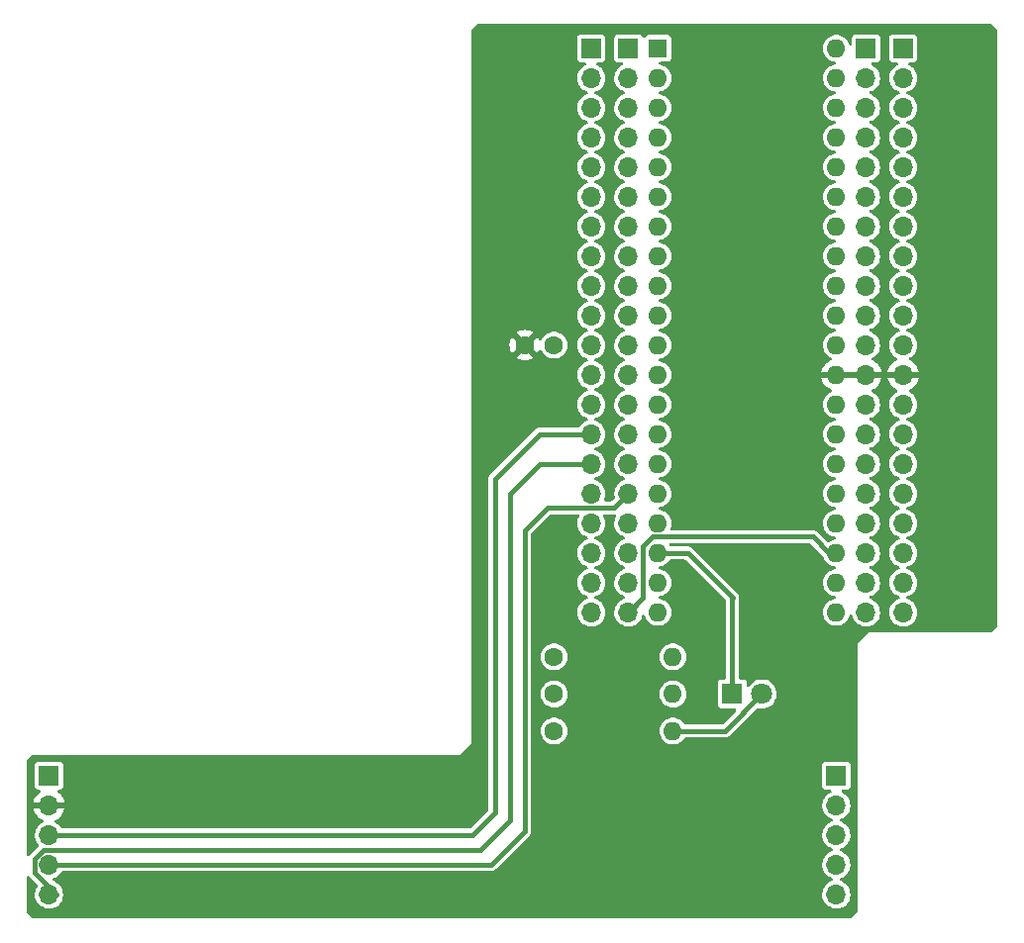
<source format=gbl>
G04 #@! TF.GenerationSoftware,KiCad,Pcbnew,(6.0.10-0)*
G04 #@! TF.CreationDate,2023-01-04T21:44:57+09:00*
G04 #@! TF.ProjectId,MEZ80LED,4d455a38-304c-4454-942e-6b696361645f,A*
G04 #@! TF.SameCoordinates,PX5ee3fe0PY8f872a0*
G04 #@! TF.FileFunction,Copper,L2,Bot*
G04 #@! TF.FilePolarity,Positive*
%FSLAX46Y46*%
G04 Gerber Fmt 4.6, Leading zero omitted, Abs format (unit mm)*
G04 Created by KiCad (PCBNEW (6.0.10-0)) date 2023-01-04 21:44:57*
%MOMM*%
%LPD*%
G01*
G04 APERTURE LIST*
G04 #@! TA.AperFunction,ComponentPad*
%ADD10C,1.600000*%
G04 #@! TD*
G04 #@! TA.AperFunction,ComponentPad*
%ADD11O,1.600000X1.600000*%
G04 #@! TD*
G04 #@! TA.AperFunction,ComponentPad*
%ADD12R,1.600000X1.600000*%
G04 #@! TD*
G04 #@! TA.AperFunction,ComponentPad*
%ADD13R,1.700000X1.700000*%
G04 #@! TD*
G04 #@! TA.AperFunction,ComponentPad*
%ADD14O,1.700000X1.700000*%
G04 #@! TD*
G04 #@! TA.AperFunction,ComponentPad*
%ADD15R,1.800000X1.800000*%
G04 #@! TD*
G04 #@! TA.AperFunction,ComponentPad*
%ADD16C,1.800000*%
G04 #@! TD*
G04 #@! TA.AperFunction,Conductor*
%ADD17C,0.400000*%
G04 #@! TD*
G04 APERTURE END LIST*
D10*
X45085000Y22860000D03*
D11*
X55245000Y22860000D03*
D12*
X53970000Y74930000D03*
D11*
X53970000Y72390000D03*
X53970000Y69850000D03*
X53970000Y67310000D03*
X53970000Y64770000D03*
X53970000Y62230000D03*
X53970000Y59690000D03*
X53970000Y57150000D03*
X53970000Y54610000D03*
X53970000Y52070000D03*
X53970000Y49530000D03*
X53970000Y46990000D03*
X53970000Y44450000D03*
X53970000Y41910000D03*
X53970000Y39370000D03*
X53970000Y36830000D03*
X53970000Y34290000D03*
X53970000Y31750000D03*
X53970000Y29210000D03*
X53970000Y26670000D03*
X69210000Y26670000D03*
X69210000Y29210000D03*
X69210000Y31750000D03*
X69210000Y34290000D03*
X69210000Y36830000D03*
X69210000Y39370000D03*
X69210000Y41910000D03*
X69210000Y44450000D03*
X69210000Y46990000D03*
X69210000Y49530000D03*
X69210000Y52070000D03*
X69210000Y54610000D03*
X69210000Y57150000D03*
X69210000Y59690000D03*
X69210000Y62230000D03*
X69210000Y64770000D03*
X69210000Y67310000D03*
X69210000Y69850000D03*
X69210000Y72390000D03*
X69210000Y74930000D03*
D13*
X1905000Y12695000D03*
D14*
X1905000Y10155000D03*
X1905000Y7615000D03*
X1905000Y5075000D03*
X1905000Y2535000D03*
D13*
X48260000Y74930000D03*
D14*
X48260000Y72390000D03*
X48260000Y69850000D03*
X48260000Y67310000D03*
X48260000Y64770000D03*
X48260000Y62230000D03*
X48260000Y59690000D03*
X48260000Y57150000D03*
X48260000Y54610000D03*
X48260000Y52070000D03*
X48260000Y49530000D03*
X48260000Y46990000D03*
X48260000Y44450000D03*
X48260000Y41910000D03*
X48260000Y39370000D03*
X48260000Y36830000D03*
X48260000Y34290000D03*
X48260000Y31750000D03*
X48260000Y29210000D03*
X48260000Y26670000D03*
D10*
X45085000Y49530000D03*
X42585000Y49530000D03*
X45085000Y16510000D03*
D11*
X55245000Y16510000D03*
D10*
X45085000Y19685000D03*
D11*
X55245000Y19685000D03*
D13*
X74930000Y74930000D03*
D14*
X74930000Y72390000D03*
X74930000Y69850000D03*
X74930000Y67310000D03*
X74930000Y64770000D03*
X74930000Y62230000D03*
X74930000Y59690000D03*
X74930000Y57150000D03*
X74930000Y54610000D03*
X74930000Y52070000D03*
X74930000Y49530000D03*
X74930000Y46990000D03*
X74930000Y44450000D03*
X74930000Y41910000D03*
X74930000Y39370000D03*
X74930000Y36830000D03*
X74930000Y34290000D03*
X74930000Y31750000D03*
X74930000Y29210000D03*
X74930000Y26670000D03*
D13*
X69215000Y12695000D03*
D14*
X69215000Y10155000D03*
X69215000Y7615000D03*
X69215000Y5075000D03*
X69215000Y2535000D03*
D15*
X60325000Y19685000D03*
D16*
X62865000Y19685000D03*
D13*
X71755000Y74930000D03*
D14*
X71755000Y72390000D03*
X71755000Y69850000D03*
X71755000Y67310000D03*
X71755000Y64770000D03*
X71755000Y62230000D03*
X71755000Y59690000D03*
X71755000Y57150000D03*
X71755000Y54610000D03*
X71755000Y52070000D03*
X71755000Y49530000D03*
X71755000Y46990000D03*
X71755000Y44450000D03*
X71755000Y41910000D03*
X71755000Y39370000D03*
X71755000Y36830000D03*
X71755000Y34290000D03*
X71755000Y31750000D03*
X71755000Y29210000D03*
X71755000Y26670000D03*
D13*
X51435000Y74930000D03*
D14*
X51435000Y72390000D03*
X51435000Y69850000D03*
X51435000Y67310000D03*
X51435000Y64770000D03*
X51435000Y62230000D03*
X51435000Y59690000D03*
X51435000Y57150000D03*
X51435000Y54610000D03*
X51435000Y52070000D03*
X51435000Y49530000D03*
X51435000Y46990000D03*
X51435000Y44450000D03*
X51435000Y41910000D03*
X51435000Y39370000D03*
X51435000Y36830000D03*
X51435000Y34290000D03*
X51435000Y31750000D03*
X51435000Y29210000D03*
X51435000Y26670000D03*
D17*
X2545000Y7615000D02*
X2540000Y7610000D01*
X40010000Y9520000D02*
X38105000Y7615000D01*
X38105000Y7615000D02*
X2545000Y7615000D01*
X43820000Y41910000D02*
X40010000Y38100000D01*
X48260000Y41910000D02*
X43820000Y41910000D01*
X40010000Y38100000D02*
X40010000Y9520000D01*
X41280000Y8885000D02*
X38740000Y6345000D01*
X38740000Y6345000D02*
X1474549Y6345000D01*
X1474549Y6345000D02*
X702600Y5573051D01*
X43820000Y39370000D02*
X41280000Y36830000D01*
X702600Y4367400D02*
X2540000Y2530000D01*
X41280000Y36830000D02*
X41280000Y8885000D01*
X48260000Y39370000D02*
X43820000Y39370000D01*
X702600Y5573051D02*
X702600Y4367400D01*
X51435000Y36830000D02*
X50232600Y35627600D01*
X39682500Y5070000D02*
X2540000Y5070000D01*
X50232600Y35627600D02*
X44522600Y35627600D01*
X42550000Y33655000D02*
X42550000Y7937500D01*
X44522600Y35627600D02*
X42550000Y33655000D01*
X42550000Y7937500D02*
X39682500Y5070000D01*
X53492660Y33137600D02*
X67197400Y33137600D01*
X51440000Y26675000D02*
X52705000Y27940000D01*
X52705000Y27940000D02*
X52705000Y32349940D01*
X68585000Y31750000D02*
X69215000Y31750000D01*
X67197400Y33137600D02*
X68585000Y31750000D01*
X52705000Y32349940D02*
X53492660Y33137600D01*
X56520000Y31750000D02*
X60330000Y27940000D01*
X60330000Y27940000D02*
X60325000Y27935000D01*
X60325000Y27935000D02*
X60325000Y19685000D01*
X53970000Y31750000D02*
X56520000Y31750000D01*
X59690000Y16510000D02*
X62865000Y19685000D01*
X55245000Y16510000D02*
X59690000Y16510000D01*
G04 #@! TA.AperFunction,Conductor*
G36*
X82515931Y76979998D02*
G01*
X82536905Y76963095D01*
X82963095Y76536905D01*
X82997121Y76474593D01*
X83000000Y76447810D01*
X83000000Y25552190D01*
X82979998Y25484069D01*
X82963095Y25463095D01*
X82536905Y25036905D01*
X82474593Y25002879D01*
X82447810Y25000000D01*
X72000000Y25000000D01*
X71266428Y24266428D01*
X71265859Y24266997D01*
X71264734Y24265334D01*
X71260848Y24262825D01*
X71254400Y24254646D01*
X71251953Y24252419D01*
X71248230Y24248230D01*
X71000000Y24000000D01*
X71000000Y1052190D01*
X70979998Y984069D01*
X70963095Y963095D01*
X70536905Y536905D01*
X70474593Y502879D01*
X70447810Y500000D01*
X552190Y500000D01*
X484069Y520002D01*
X463095Y536905D01*
X36905Y963095D01*
X2879Y1025407D01*
X0Y1052190D01*
X0Y4005823D01*
X20002Y4073944D01*
X73658Y4120437D01*
X143932Y4130541D01*
X208512Y4101047D01*
X226910Y4079234D01*
X227295Y4079546D01*
X227295Y4079545D01*
X236758Y4067859D01*
X249245Y4049275D01*
X256493Y4036092D01*
X263497Y4027978D01*
X288033Y4003442D01*
X296858Y3993641D01*
X314600Y3971732D01*
X322214Y3962330D01*
X329213Y3957356D01*
X329214Y3957355D01*
X337546Y3951434D01*
X353651Y3937824D01*
X905487Y3385989D01*
X939512Y3323676D01*
X934448Y3252861D01*
X915343Y3218889D01*
X897443Y3196182D01*
X897440Y3196178D01*
X893863Y3191640D01*
X791131Y2996380D01*
X725703Y2785667D01*
X699770Y2566560D01*
X714200Y2346396D01*
X715621Y2340800D01*
X715622Y2340795D01*
X767090Y2138143D01*
X768511Y2132548D01*
X770928Y2127306D01*
X770928Y2127305D01*
X809046Y2044621D01*
X860883Y1932179D01*
X988222Y1751998D01*
X1146264Y1598039D01*
X1151060Y1594834D01*
X1151063Y1594832D01*
X1235261Y1538573D01*
X1329717Y1475460D01*
X1335020Y1473182D01*
X1335023Y1473180D01*
X1527129Y1390645D01*
X1532436Y1388365D01*
X1612088Y1370342D01*
X1741995Y1340946D01*
X1742001Y1340945D01*
X1747632Y1339671D01*
X1753403Y1339444D01*
X1753405Y1339444D01*
X1821211Y1336780D01*
X1968098Y1331009D01*
X2077275Y1346839D01*
X2180738Y1361840D01*
X2180743Y1361841D01*
X2186452Y1362669D01*
X2191916Y1364524D01*
X2191921Y1364525D01*
X2389907Y1431732D01*
X2389912Y1431734D01*
X2395379Y1433590D01*
X2587884Y1541398D01*
X2757518Y1682482D01*
X2898602Y1852116D01*
X3006410Y2044621D01*
X3008266Y2050088D01*
X3008268Y2050093D01*
X3075475Y2248079D01*
X3075476Y2248084D01*
X3077331Y2253548D01*
X3078159Y2259257D01*
X3078160Y2259262D01*
X3108458Y2468228D01*
X3108991Y2471902D01*
X3110643Y2535000D01*
X3107743Y2566560D01*
X68009770Y2566560D01*
X68024200Y2346396D01*
X68025621Y2340800D01*
X68025622Y2340795D01*
X68077090Y2138143D01*
X68078511Y2132548D01*
X68080928Y2127306D01*
X68080928Y2127305D01*
X68119046Y2044621D01*
X68170883Y1932179D01*
X68298222Y1751998D01*
X68456264Y1598039D01*
X68461060Y1594834D01*
X68461063Y1594832D01*
X68545261Y1538573D01*
X68639717Y1475460D01*
X68645020Y1473182D01*
X68645023Y1473180D01*
X68837129Y1390645D01*
X68842436Y1388365D01*
X68922088Y1370342D01*
X69051995Y1340946D01*
X69052001Y1340945D01*
X69057632Y1339671D01*
X69063403Y1339444D01*
X69063405Y1339444D01*
X69131211Y1336780D01*
X69278098Y1331009D01*
X69387275Y1346839D01*
X69490738Y1361840D01*
X69490743Y1361841D01*
X69496452Y1362669D01*
X69501916Y1364524D01*
X69501921Y1364525D01*
X69699907Y1431732D01*
X69699912Y1431734D01*
X69705379Y1433590D01*
X69897884Y1541398D01*
X70067518Y1682482D01*
X70208602Y1852116D01*
X70316410Y2044621D01*
X70318266Y2050088D01*
X70318268Y2050093D01*
X70385475Y2248079D01*
X70385476Y2248084D01*
X70387331Y2253548D01*
X70388159Y2259257D01*
X70388160Y2259262D01*
X70418458Y2468228D01*
X70418991Y2471902D01*
X70420643Y2535000D01*
X70400454Y2754711D01*
X70340565Y2967064D01*
X70242980Y3164947D01*
X70202700Y3218889D01*
X70114420Y3337109D01*
X70114420Y3337110D01*
X70110967Y3341733D01*
X69948949Y3491501D01*
X69762350Y3609236D01*
X69559955Y3689983D01*
X69504096Y3733804D01*
X69480795Y3800868D01*
X69497451Y3869883D01*
X69548775Y3918937D01*
X69566144Y3926326D01*
X69699907Y3971732D01*
X69699912Y3971734D01*
X69705379Y3973590D01*
X69897884Y4081398D01*
X69921510Y4101047D01*
X70036397Y4196598D01*
X70067518Y4222482D01*
X70208602Y4392116D01*
X70279878Y4519389D01*
X70313586Y4579578D01*
X70313587Y4579580D01*
X70316410Y4584621D01*
X70318266Y4590088D01*
X70318268Y4590093D01*
X70385475Y4788079D01*
X70385476Y4788084D01*
X70387331Y4793548D01*
X70388159Y4799257D01*
X70388160Y4799262D01*
X70418458Y5008228D01*
X70418991Y5011902D01*
X70420643Y5075000D01*
X70400454Y5294711D01*
X70340565Y5507064D01*
X70242980Y5704947D01*
X70172699Y5799065D01*
X70114420Y5877109D01*
X70114420Y5877110D01*
X70110967Y5881733D01*
X69995393Y5988569D01*
X69953189Y6027582D01*
X69953186Y6027584D01*
X69948949Y6031501D01*
X69762350Y6149236D01*
X69559955Y6229983D01*
X69504096Y6273804D01*
X69480795Y6340868D01*
X69497451Y6409883D01*
X69548775Y6458937D01*
X69566144Y6466326D01*
X69699907Y6511732D01*
X69699912Y6511734D01*
X69705379Y6513590D01*
X69897884Y6621398D01*
X69926989Y6645604D01*
X70063086Y6758796D01*
X70067518Y6762482D01*
X70208602Y6932116D01*
X70297151Y7090231D01*
X70313586Y7119578D01*
X70313587Y7119580D01*
X70316410Y7124621D01*
X70318266Y7130088D01*
X70318268Y7130093D01*
X70385475Y7328079D01*
X70385476Y7328084D01*
X70387331Y7333548D01*
X70388159Y7339257D01*
X70388160Y7339262D01*
X70407346Y7471587D01*
X70418991Y7551902D01*
X70420643Y7615000D01*
X70400454Y7834711D01*
X70391344Y7867015D01*
X70366542Y7954954D01*
X70340565Y8047064D01*
X70242980Y8244947D01*
X70110967Y8421733D01*
X69992980Y8530799D01*
X69953189Y8567582D01*
X69953186Y8567584D01*
X69948949Y8571501D01*
X69762350Y8689236D01*
X69559955Y8769983D01*
X69504096Y8813804D01*
X69480795Y8880868D01*
X69497451Y8949883D01*
X69548775Y8998937D01*
X69566144Y9006326D01*
X69699907Y9051732D01*
X69699912Y9051734D01*
X69705379Y9053590D01*
X69897884Y9161398D01*
X69917987Y9178117D01*
X70063086Y9298796D01*
X70067518Y9302482D01*
X70208602Y9472116D01*
X70316410Y9664621D01*
X70318266Y9670088D01*
X70318268Y9670093D01*
X70385475Y9868079D01*
X70385476Y9868084D01*
X70387331Y9873548D01*
X70388159Y9879257D01*
X70388160Y9879262D01*
X70418458Y10088228D01*
X70418991Y10091902D01*
X70420643Y10155000D01*
X70400454Y10374711D01*
X70340565Y10587064D01*
X70242980Y10784947D01*
X70110967Y10961733D01*
X69948949Y11111501D01*
X69762350Y11229236D01*
X69722348Y11245195D01*
X69706620Y11251470D01*
X69650760Y11295291D01*
X69627460Y11362355D01*
X69644116Y11431370D01*
X69695440Y11480424D01*
X69753310Y11494500D01*
X70098218Y11494500D01*
X70102768Y11495170D01*
X70102771Y11495170D01*
X70157426Y11503216D01*
X70157427Y11503216D01*
X70167112Y11504642D01*
X70261804Y11551133D01*
X70262507Y11551478D01*
X70262509Y11551479D01*
X70271855Y11556068D01*
X70354293Y11638650D01*
X70405536Y11743482D01*
X70415500Y11811782D01*
X70415500Y13578218D01*
X70406871Y13636838D01*
X70406784Y13637426D01*
X70406784Y13637427D01*
X70405358Y13647112D01*
X70353932Y13751855D01*
X70271350Y13834293D01*
X70166518Y13885536D01*
X70136027Y13889984D01*
X70102744Y13894840D01*
X70102740Y13894840D01*
X70098218Y13895500D01*
X68331782Y13895500D01*
X68327232Y13894830D01*
X68327229Y13894830D01*
X68272574Y13886784D01*
X68272573Y13886784D01*
X68262888Y13885358D01*
X68212992Y13860860D01*
X68167493Y13838522D01*
X68167491Y13838521D01*
X68158145Y13833932D01*
X68075707Y13751350D01*
X68024464Y13646518D01*
X68014500Y13578218D01*
X68014500Y11811782D01*
X68015170Y11807232D01*
X68015170Y11807229D01*
X68023216Y11752574D01*
X68024642Y11742888D01*
X68076068Y11638145D01*
X68158650Y11555707D01*
X68263482Y11504464D01*
X68293973Y11500016D01*
X68327256Y11495160D01*
X68327260Y11495160D01*
X68331782Y11494500D01*
X68671570Y11494500D01*
X68739691Y11474498D01*
X68786184Y11420842D01*
X68796288Y11350568D01*
X68766794Y11285988D01*
X68715180Y11250288D01*
X68706382Y11247042D01*
X68695957Y11243196D01*
X68690996Y11240244D01*
X68690995Y11240244D01*
X68573350Y11170252D01*
X68506341Y11130386D01*
X68340457Y10984910D01*
X68203863Y10811640D01*
X68101131Y10616380D01*
X68035703Y10405667D01*
X68009770Y10186560D01*
X68024200Y9966396D01*
X68025621Y9960800D01*
X68025622Y9960795D01*
X68066405Y9800215D01*
X68078511Y9752548D01*
X68080928Y9747306D01*
X68080928Y9747305D01*
X68119046Y9664621D01*
X68170883Y9552179D01*
X68298222Y9371998D01*
X68456264Y9218039D01*
X68461060Y9214834D01*
X68461063Y9214832D01*
X68545261Y9158573D01*
X68639717Y9095460D01*
X68645020Y9093182D01*
X68645023Y9093180D01*
X68763953Y9042084D01*
X68842436Y9008365D01*
X68848071Y9007090D01*
X68848074Y9007089D01*
X68849484Y9006770D01*
X68850083Y9006436D01*
X68853562Y9005306D01*
X68853340Y9004623D01*
X68911511Y8972228D01*
X68945016Y8909634D01*
X68939362Y8838863D01*
X68896344Y8782384D01*
X68865287Y8765665D01*
X68701376Y8705196D01*
X68701368Y8705192D01*
X68695957Y8703196D01*
X68690996Y8700244D01*
X68690995Y8700244D01*
X68629127Y8663436D01*
X68506341Y8590386D01*
X68340457Y8444910D01*
X68203863Y8271640D01*
X68101131Y8076380D01*
X68035703Y7865667D01*
X68009770Y7646560D01*
X68024200Y7426396D01*
X68025621Y7420800D01*
X68025622Y7420795D01*
X68066823Y7258569D01*
X68078511Y7212548D01*
X68080928Y7207306D01*
X68080928Y7207305D01*
X68119046Y7124621D01*
X68170883Y7012179D01*
X68298222Y6831998D01*
X68456264Y6678039D01*
X68461060Y6674834D01*
X68461063Y6674832D01*
X68545261Y6618573D01*
X68639717Y6555460D01*
X68645020Y6553182D01*
X68645023Y6553180D01*
X68837129Y6470645D01*
X68842436Y6468365D01*
X68848071Y6467090D01*
X68848074Y6467089D01*
X68849484Y6466770D01*
X68850083Y6466436D01*
X68853562Y6465306D01*
X68853340Y6464623D01*
X68911511Y6432228D01*
X68945016Y6369634D01*
X68939362Y6298863D01*
X68896344Y6242384D01*
X68865287Y6225665D01*
X68701376Y6165196D01*
X68701368Y6165192D01*
X68695957Y6163196D01*
X68506341Y6050386D01*
X68340457Y5904910D01*
X68203863Y5731640D01*
X68101131Y5536380D01*
X68035703Y5325667D01*
X68009770Y5106560D01*
X68024200Y4886396D01*
X68025621Y4880800D01*
X68025622Y4880795D01*
X68066192Y4721054D01*
X68078511Y4672548D01*
X68080928Y4667306D01*
X68080928Y4667305D01*
X68119046Y4584621D01*
X68170883Y4472179D01*
X68298222Y4291998D01*
X68456264Y4138039D01*
X68461060Y4134834D01*
X68461063Y4134832D01*
X68589111Y4049274D01*
X68639717Y4015460D01*
X68645020Y4013182D01*
X68645023Y4013180D01*
X68837129Y3930645D01*
X68842436Y3928365D01*
X68848071Y3927090D01*
X68848074Y3927089D01*
X68849484Y3926770D01*
X68850083Y3926436D01*
X68853562Y3925306D01*
X68853340Y3924623D01*
X68911511Y3892228D01*
X68945016Y3829634D01*
X68939362Y3758863D01*
X68896344Y3702384D01*
X68865287Y3685665D01*
X68701376Y3625196D01*
X68701368Y3625192D01*
X68695957Y3623196D01*
X68506341Y3510386D01*
X68340457Y3364910D01*
X68203863Y3191640D01*
X68101131Y2996380D01*
X68035703Y2785667D01*
X68009770Y2566560D01*
X3107743Y2566560D01*
X3090454Y2754711D01*
X3030565Y2967064D01*
X2932980Y3164947D01*
X2892700Y3218889D01*
X2804420Y3337109D01*
X2804420Y3337110D01*
X2800967Y3341733D01*
X2638949Y3491501D01*
X2452350Y3609236D01*
X2249955Y3689983D01*
X2194096Y3733804D01*
X2170795Y3800868D01*
X2187451Y3869883D01*
X2238775Y3918937D01*
X2256144Y3926326D01*
X2389907Y3971732D01*
X2389912Y3971734D01*
X2395379Y3973590D01*
X2587884Y4081398D01*
X2611510Y4101047D01*
X2726397Y4196598D01*
X2757518Y4222482D01*
X2898602Y4392116D01*
X2901421Y4397150D01*
X2901426Y4397157D01*
X2933855Y4455065D01*
X2984592Y4504727D01*
X3043790Y4519500D01*
X39667507Y4519500D01*
X39672784Y4519389D01*
X39734794Y4516790D01*
X39746348Y4519500D01*
X39777162Y4526727D01*
X39788833Y4528890D01*
X39803729Y4530931D01*
X39831932Y4534794D01*
X39845730Y4540765D01*
X39866999Y4547799D01*
X39873275Y4549271D01*
X39881636Y4551232D01*
X39889161Y4555369D01*
X39889164Y4555370D01*
X39919768Y4572195D01*
X39930413Y4577411D01*
X39970355Y4594695D01*
X39982041Y4604158D01*
X40000626Y4616646D01*
X40008018Y4620710D01*
X40013808Y4623893D01*
X40021922Y4630897D01*
X40046458Y4655433D01*
X40056259Y4664258D01*
X40080892Y4684206D01*
X40080893Y4684207D01*
X40087570Y4689614D01*
X40092543Y4696612D01*
X40092548Y4696617D01*
X40098468Y4704948D01*
X40112079Y4721054D01*
X42928655Y7537630D01*
X42932464Y7541283D01*
X42944012Y7551902D01*
X42978156Y7583299D01*
X43001095Y7620297D01*
X43007797Y7630048D01*
X43034112Y7664716D01*
X43039646Y7678693D01*
X43049709Y7698702D01*
X43053111Y7704188D01*
X43053113Y7704192D01*
X43057635Y7711486D01*
X43060029Y7719728D01*
X43060031Y7719731D01*
X43069779Y7753284D01*
X43073618Y7764497D01*
X43089635Y7804953D01*
X43091206Y7819902D01*
X43095519Y7841885D01*
X43097873Y7849986D01*
X43099715Y7856325D01*
X43100500Y7867015D01*
X43100500Y7901719D01*
X43101190Y7914890D01*
X43104503Y7946412D01*
X43105401Y7954954D01*
X43103969Y7963419D01*
X43103969Y7963428D01*
X43102265Y7973500D01*
X43100500Y7994513D01*
X43100500Y16540246D01*
X43929967Y16540246D01*
X43943796Y16329251D01*
X43945217Y16323655D01*
X43945218Y16323650D01*
X43992719Y16136617D01*
X43995845Y16124310D01*
X43998262Y16119067D01*
X44071823Y15959500D01*
X44084369Y15932286D01*
X44206405Y15759609D01*
X44357865Y15612063D01*
X44362661Y15608858D01*
X44362664Y15608856D01*
X44505936Y15513125D01*
X44533677Y15494589D01*
X44538985Y15492308D01*
X44538986Y15492308D01*
X44722650Y15413400D01*
X44722653Y15413399D01*
X44727953Y15411122D01*
X44733582Y15409848D01*
X44733583Y15409848D01*
X44928550Y15365731D01*
X44928553Y15365731D01*
X44934186Y15364456D01*
X44939957Y15364229D01*
X44939959Y15364229D01*
X45001989Y15361792D01*
X45145470Y15356154D01*
X45151179Y15356982D01*
X45151183Y15356982D01*
X45349015Y15385667D01*
X45349019Y15385668D01*
X45354730Y15386496D01*
X45433987Y15413400D01*
X45549483Y15452605D01*
X45549488Y15452607D01*
X45554955Y15454463D01*
X45559998Y15457287D01*
X45734395Y15554954D01*
X45734399Y15554957D01*
X45739442Y15557781D01*
X45902012Y15692988D01*
X46037219Y15855558D01*
X46040043Y15860601D01*
X46040046Y15860605D01*
X46137713Y16035002D01*
X46137714Y16035004D01*
X46140537Y16040045D01*
X46142393Y16045512D01*
X46142395Y16045517D01*
X46206647Y16234800D01*
X46208504Y16240270D01*
X46238846Y16449530D01*
X46240429Y16510000D01*
X46221081Y16720560D01*
X46163686Y16924069D01*
X46152553Y16946646D01*
X46072719Y17108531D01*
X46070165Y17113710D01*
X45943651Y17283133D01*
X45788381Y17426663D01*
X45609554Y17539495D01*
X45413160Y17617848D01*
X45407503Y17618973D01*
X45407497Y17618975D01*
X45211442Y17657972D01*
X45211440Y17657972D01*
X45205775Y17659099D01*
X45200000Y17659175D01*
X45199996Y17659175D01*
X45093976Y17660563D01*
X44994346Y17661867D01*
X44988649Y17660888D01*
X44988648Y17660888D01*
X44791650Y17627038D01*
X44791649Y17627038D01*
X44785953Y17626059D01*
X44587575Y17552873D01*
X44582614Y17549921D01*
X44582613Y17549921D01*
X44565089Y17539495D01*
X44405856Y17444762D01*
X44246881Y17305345D01*
X44115976Y17139292D01*
X44113287Y17134181D01*
X44113285Y17134178D01*
X44099792Y17108531D01*
X44017523Y16952164D01*
X43954820Y16750227D01*
X43929967Y16540246D01*
X43100500Y16540246D01*
X43100500Y19715246D01*
X43929967Y19715246D01*
X43943796Y19504251D01*
X43945217Y19498655D01*
X43945218Y19498650D01*
X43967784Y19409800D01*
X43995845Y19299310D01*
X44084369Y19107286D01*
X44206405Y18934609D01*
X44357865Y18787063D01*
X44362661Y18783858D01*
X44362664Y18783856D01*
X44447308Y18727299D01*
X44533677Y18669589D01*
X44538985Y18667308D01*
X44538986Y18667308D01*
X44722650Y18588400D01*
X44722653Y18588399D01*
X44727953Y18586122D01*
X44733582Y18584848D01*
X44733583Y18584848D01*
X44928550Y18540731D01*
X44928553Y18540731D01*
X44934186Y18539456D01*
X44939957Y18539229D01*
X44939959Y18539229D01*
X45001989Y18536792D01*
X45145470Y18531154D01*
X45151179Y18531982D01*
X45151183Y18531982D01*
X45349015Y18560667D01*
X45349019Y18560668D01*
X45354730Y18561496D01*
X45455115Y18595572D01*
X45549483Y18627605D01*
X45549488Y18627607D01*
X45554955Y18629463D01*
X45559998Y18632287D01*
X45734395Y18729954D01*
X45734399Y18729957D01*
X45739442Y18732781D01*
X45902012Y18867988D01*
X46037219Y19030558D01*
X46040043Y19035601D01*
X46040046Y19035605D01*
X46137713Y19210002D01*
X46137714Y19210004D01*
X46140537Y19215045D01*
X46142393Y19220512D01*
X46142395Y19220517D01*
X46206647Y19409800D01*
X46208504Y19415270D01*
X46216803Y19472502D01*
X46238314Y19620860D01*
X46238314Y19620862D01*
X46238846Y19624530D01*
X46240429Y19685000D01*
X46237650Y19715246D01*
X54089967Y19715246D01*
X54103796Y19504251D01*
X54105217Y19498655D01*
X54105218Y19498650D01*
X54127784Y19409800D01*
X54155845Y19299310D01*
X54244369Y19107286D01*
X54366405Y18934609D01*
X54517865Y18787063D01*
X54522661Y18783858D01*
X54522664Y18783856D01*
X54607308Y18727299D01*
X54693677Y18669589D01*
X54698985Y18667308D01*
X54698986Y18667308D01*
X54882650Y18588400D01*
X54882653Y18588399D01*
X54887953Y18586122D01*
X54893582Y18584848D01*
X54893583Y18584848D01*
X55088550Y18540731D01*
X55088553Y18540731D01*
X55094186Y18539456D01*
X55099957Y18539229D01*
X55099959Y18539229D01*
X55161989Y18536792D01*
X55305470Y18531154D01*
X55311179Y18531982D01*
X55311183Y18531982D01*
X55509015Y18560667D01*
X55509019Y18560668D01*
X55514730Y18561496D01*
X55615115Y18595572D01*
X55709483Y18627605D01*
X55709488Y18627607D01*
X55714955Y18629463D01*
X55719998Y18632287D01*
X55894395Y18729954D01*
X55894399Y18729957D01*
X55899442Y18732781D01*
X56062012Y18867988D01*
X56197219Y19030558D01*
X56200043Y19035601D01*
X56200046Y19035605D01*
X56297713Y19210002D01*
X56297714Y19210004D01*
X56300537Y19215045D01*
X56302393Y19220512D01*
X56302395Y19220517D01*
X56366647Y19409800D01*
X56368504Y19415270D01*
X56376803Y19472502D01*
X56398314Y19620860D01*
X56398314Y19620862D01*
X56398846Y19624530D01*
X56400429Y19685000D01*
X56381081Y19895560D01*
X56323686Y20099069D01*
X56316161Y20114330D01*
X56232719Y20283531D01*
X56230165Y20288710D01*
X56103651Y20458133D01*
X55948381Y20601663D01*
X55872157Y20649757D01*
X55774434Y20711416D01*
X55774433Y20711416D01*
X55769554Y20714495D01*
X55573160Y20792848D01*
X55567503Y20793973D01*
X55567497Y20793975D01*
X55371442Y20832972D01*
X55371440Y20832972D01*
X55365775Y20834099D01*
X55360000Y20834175D01*
X55359996Y20834175D01*
X55253976Y20835563D01*
X55154346Y20836867D01*
X55148649Y20835888D01*
X55148648Y20835888D01*
X54951650Y20802038D01*
X54951649Y20802038D01*
X54945953Y20801059D01*
X54747575Y20727873D01*
X54742614Y20724921D01*
X54742613Y20724921D01*
X54570914Y20622771D01*
X54565856Y20619762D01*
X54406881Y20480345D01*
X54275976Y20314292D01*
X54273287Y20309181D01*
X54273285Y20309178D01*
X54259792Y20283531D01*
X54177523Y20127164D01*
X54114820Y19925227D01*
X54089967Y19715246D01*
X46237650Y19715246D01*
X46221081Y19895560D01*
X46163686Y20099069D01*
X46156161Y20114330D01*
X46072719Y20283531D01*
X46070165Y20288710D01*
X45943651Y20458133D01*
X45788381Y20601663D01*
X45712157Y20649757D01*
X45614434Y20711416D01*
X45614433Y20711416D01*
X45609554Y20714495D01*
X45413160Y20792848D01*
X45407503Y20793973D01*
X45407497Y20793975D01*
X45211442Y20832972D01*
X45211440Y20832972D01*
X45205775Y20834099D01*
X45200000Y20834175D01*
X45199996Y20834175D01*
X45093976Y20835563D01*
X44994346Y20836867D01*
X44988649Y20835888D01*
X44988648Y20835888D01*
X44791650Y20802038D01*
X44791649Y20802038D01*
X44785953Y20801059D01*
X44587575Y20727873D01*
X44582614Y20724921D01*
X44582613Y20724921D01*
X44410914Y20622771D01*
X44405856Y20619762D01*
X44246881Y20480345D01*
X44115976Y20314292D01*
X44113287Y20309181D01*
X44113285Y20309178D01*
X44099792Y20283531D01*
X44017523Y20127164D01*
X43954820Y19925227D01*
X43929967Y19715246D01*
X43100500Y19715246D01*
X43100500Y22890246D01*
X43929967Y22890246D01*
X43943796Y22679251D01*
X43945217Y22673655D01*
X43945218Y22673650D01*
X43967784Y22584800D01*
X43995845Y22474310D01*
X44084369Y22282286D01*
X44206405Y22109609D01*
X44357865Y21962063D01*
X44362661Y21958858D01*
X44362664Y21958856D01*
X44505936Y21863125D01*
X44533677Y21844589D01*
X44538985Y21842308D01*
X44538986Y21842308D01*
X44722650Y21763400D01*
X44722653Y21763399D01*
X44727953Y21761122D01*
X44733582Y21759848D01*
X44733583Y21759848D01*
X44928550Y21715731D01*
X44928553Y21715731D01*
X44934186Y21714456D01*
X44939957Y21714229D01*
X44939959Y21714229D01*
X45001989Y21711792D01*
X45145470Y21706154D01*
X45151179Y21706982D01*
X45151183Y21706982D01*
X45349015Y21735667D01*
X45349019Y21735668D01*
X45354730Y21736496D01*
X45433987Y21763400D01*
X45549483Y21802605D01*
X45549488Y21802607D01*
X45554955Y21804463D01*
X45559998Y21807287D01*
X45734395Y21904954D01*
X45734399Y21904957D01*
X45739442Y21907781D01*
X45902012Y22042988D01*
X46037219Y22205558D01*
X46040043Y22210601D01*
X46040046Y22210605D01*
X46137713Y22385002D01*
X46137714Y22385004D01*
X46140537Y22390045D01*
X46142393Y22395512D01*
X46142395Y22395517D01*
X46206647Y22584800D01*
X46208504Y22590270D01*
X46238846Y22799530D01*
X46240429Y22860000D01*
X46237650Y22890246D01*
X54089967Y22890246D01*
X54103796Y22679251D01*
X54105217Y22673655D01*
X54105218Y22673650D01*
X54127784Y22584800D01*
X54155845Y22474310D01*
X54244369Y22282286D01*
X54366405Y22109609D01*
X54517865Y21962063D01*
X54522661Y21958858D01*
X54522664Y21958856D01*
X54665936Y21863125D01*
X54693677Y21844589D01*
X54698985Y21842308D01*
X54698986Y21842308D01*
X54882650Y21763400D01*
X54882653Y21763399D01*
X54887953Y21761122D01*
X54893582Y21759848D01*
X54893583Y21759848D01*
X55088550Y21715731D01*
X55088553Y21715731D01*
X55094186Y21714456D01*
X55099957Y21714229D01*
X55099959Y21714229D01*
X55161989Y21711792D01*
X55305470Y21706154D01*
X55311179Y21706982D01*
X55311183Y21706982D01*
X55509015Y21735667D01*
X55509019Y21735668D01*
X55514730Y21736496D01*
X55593987Y21763400D01*
X55709483Y21802605D01*
X55709488Y21802607D01*
X55714955Y21804463D01*
X55719998Y21807287D01*
X55894395Y21904954D01*
X55894399Y21904957D01*
X55899442Y21907781D01*
X56062012Y22042988D01*
X56197219Y22205558D01*
X56200043Y22210601D01*
X56200046Y22210605D01*
X56297713Y22385002D01*
X56297714Y22385004D01*
X56300537Y22390045D01*
X56302393Y22395512D01*
X56302395Y22395517D01*
X56366647Y22584800D01*
X56368504Y22590270D01*
X56398846Y22799530D01*
X56400429Y22860000D01*
X56381081Y23070560D01*
X56323686Y23274069D01*
X56312553Y23296646D01*
X56232719Y23458531D01*
X56230165Y23463710D01*
X56103651Y23633133D01*
X55948381Y23776663D01*
X55915014Y23797716D01*
X55774434Y23886416D01*
X55774433Y23886416D01*
X55769554Y23889495D01*
X55573160Y23967848D01*
X55567503Y23968973D01*
X55567497Y23968975D01*
X55371442Y24007972D01*
X55371440Y24007972D01*
X55365775Y24009099D01*
X55360000Y24009175D01*
X55359996Y24009175D01*
X55253976Y24010563D01*
X55154346Y24011867D01*
X55148649Y24010888D01*
X55148648Y24010888D01*
X54951650Y23977038D01*
X54951649Y23977038D01*
X54945953Y23976059D01*
X54747575Y23902873D01*
X54742614Y23899921D01*
X54742613Y23899921D01*
X54725089Y23889495D01*
X54565856Y23794762D01*
X54406881Y23655345D01*
X54275976Y23489292D01*
X54273287Y23484181D01*
X54273285Y23484178D01*
X54259792Y23458531D01*
X54177523Y23302164D01*
X54114820Y23100227D01*
X54089967Y22890246D01*
X46237650Y22890246D01*
X46221081Y23070560D01*
X46163686Y23274069D01*
X46152553Y23296646D01*
X46072719Y23458531D01*
X46070165Y23463710D01*
X45943651Y23633133D01*
X45788381Y23776663D01*
X45755014Y23797716D01*
X45614434Y23886416D01*
X45614433Y23886416D01*
X45609554Y23889495D01*
X45413160Y23967848D01*
X45407503Y23968973D01*
X45407497Y23968975D01*
X45211442Y24007972D01*
X45211440Y24007972D01*
X45205775Y24009099D01*
X45200000Y24009175D01*
X45199996Y24009175D01*
X45093976Y24010563D01*
X44994346Y24011867D01*
X44988649Y24010888D01*
X44988648Y24010888D01*
X44791650Y23977038D01*
X44791649Y23977038D01*
X44785953Y23976059D01*
X44587575Y23902873D01*
X44582614Y23899921D01*
X44582613Y23899921D01*
X44565089Y23889495D01*
X44405856Y23794762D01*
X44246881Y23655345D01*
X44115976Y23489292D01*
X44113287Y23484181D01*
X44113285Y23484178D01*
X44099792Y23458531D01*
X44017523Y23302164D01*
X43954820Y23100227D01*
X43929967Y22890246D01*
X43100500Y22890246D01*
X43100500Y33374785D01*
X43120502Y33442906D01*
X43137405Y33463880D01*
X44713720Y35040195D01*
X44776032Y35074221D01*
X44802815Y35077100D01*
X47108835Y35077100D01*
X47176956Y35057098D01*
X47223449Y35003442D01*
X47233553Y34933168D01*
X47220344Y34892434D01*
X47146131Y34751380D01*
X47080703Y34540667D01*
X47054770Y34321560D01*
X47069200Y34101396D01*
X47070621Y34095800D01*
X47070622Y34095795D01*
X47122090Y33893143D01*
X47123511Y33887548D01*
X47125928Y33882306D01*
X47125928Y33882305D01*
X47164046Y33799621D01*
X47215883Y33687179D01*
X47343222Y33506998D01*
X47501264Y33353039D01*
X47506060Y33349834D01*
X47506063Y33349832D01*
X47590261Y33293573D01*
X47684717Y33230460D01*
X47690020Y33228182D01*
X47690023Y33228180D01*
X47880169Y33146487D01*
X47887436Y33143365D01*
X47893071Y33142090D01*
X47893074Y33142089D01*
X47894484Y33141770D01*
X47895083Y33141436D01*
X47898562Y33140306D01*
X47898340Y33139623D01*
X47956511Y33107228D01*
X47990016Y33044634D01*
X47984362Y32973863D01*
X47941344Y32917384D01*
X47910287Y32900665D01*
X47746376Y32840196D01*
X47746368Y32840192D01*
X47740957Y32838196D01*
X47551341Y32725386D01*
X47385457Y32579910D01*
X47248863Y32406640D01*
X47146131Y32211380D01*
X47080703Y32000667D01*
X47054770Y31781560D01*
X47069200Y31561396D01*
X47070621Y31555800D01*
X47070622Y31555795D01*
X47122090Y31353143D01*
X47123511Y31347548D01*
X47125928Y31342306D01*
X47125928Y31342305D01*
X47164046Y31259621D01*
X47215883Y31147179D01*
X47343222Y30966998D01*
X47501264Y30813039D01*
X47506060Y30809834D01*
X47506063Y30809832D01*
X47590261Y30753573D01*
X47684717Y30690460D01*
X47690020Y30688182D01*
X47690023Y30688180D01*
X47880169Y30606487D01*
X47887436Y30603365D01*
X47893071Y30602090D01*
X47893074Y30602089D01*
X47894484Y30601770D01*
X47895083Y30601436D01*
X47898562Y30600306D01*
X47898340Y30599623D01*
X47956511Y30567228D01*
X47990016Y30504634D01*
X47984362Y30433863D01*
X47941344Y30377384D01*
X47910287Y30360665D01*
X47746376Y30300196D01*
X47746368Y30300192D01*
X47740957Y30298196D01*
X47735996Y30295244D01*
X47735995Y30295244D01*
X47608475Y30219377D01*
X47551341Y30185386D01*
X47385457Y30039910D01*
X47248863Y29866640D01*
X47146131Y29671380D01*
X47080703Y29460667D01*
X47054770Y29241560D01*
X47069200Y29021396D01*
X47070621Y29015800D01*
X47070622Y29015795D01*
X47122090Y28813143D01*
X47123511Y28807548D01*
X47125928Y28802306D01*
X47125928Y28802305D01*
X47164046Y28719621D01*
X47215883Y28607179D01*
X47343222Y28426998D01*
X47501264Y28273039D01*
X47506060Y28269834D01*
X47506063Y28269832D01*
X47590261Y28213573D01*
X47684717Y28150460D01*
X47690020Y28148182D01*
X47690023Y28148180D01*
X47864021Y28073425D01*
X47887436Y28063365D01*
X47893071Y28062090D01*
X47893074Y28062089D01*
X47894484Y28061770D01*
X47895083Y28061436D01*
X47898562Y28060306D01*
X47898340Y28059623D01*
X47956511Y28027228D01*
X47990016Y27964634D01*
X47984362Y27893863D01*
X47941344Y27837384D01*
X47910287Y27820665D01*
X47746376Y27760196D01*
X47746368Y27760192D01*
X47740957Y27758196D01*
X47735996Y27755244D01*
X47735995Y27755244D01*
X47583948Y27664785D01*
X47551341Y27645386D01*
X47385457Y27499910D01*
X47248863Y27326640D01*
X47146131Y27131380D01*
X47080703Y26920667D01*
X47054770Y26701560D01*
X47069200Y26481396D01*
X47070621Y26475800D01*
X47070622Y26475795D01*
X47122090Y26273143D01*
X47123511Y26267548D01*
X47125928Y26262306D01*
X47125928Y26262305D01*
X47164046Y26179621D01*
X47215883Y26067179D01*
X47343222Y25886998D01*
X47501264Y25733039D01*
X47506060Y25729834D01*
X47506063Y25729832D01*
X47590261Y25673573D01*
X47684717Y25610460D01*
X47690020Y25608182D01*
X47690023Y25608180D01*
X47881929Y25525731D01*
X47887436Y25523365D01*
X47967088Y25505342D01*
X48096995Y25475946D01*
X48097001Y25475945D01*
X48102632Y25474671D01*
X48108403Y25474444D01*
X48108405Y25474444D01*
X48176211Y25471780D01*
X48323098Y25466009D01*
X48447655Y25484069D01*
X48535738Y25496840D01*
X48535743Y25496841D01*
X48541452Y25497669D01*
X48546916Y25499524D01*
X48546921Y25499525D01*
X48744907Y25566732D01*
X48744912Y25566734D01*
X48750379Y25568590D01*
X48942884Y25676398D01*
X48989243Y25714954D01*
X49108086Y25813796D01*
X49112518Y25817482D01*
X49174256Y25891713D01*
X49249908Y25982674D01*
X49249910Y25982677D01*
X49253602Y25987116D01*
X49361410Y26179621D01*
X49363266Y26185088D01*
X49363268Y26185093D01*
X49430475Y26383079D01*
X49430476Y26383084D01*
X49432331Y26388548D01*
X49433159Y26394257D01*
X49433160Y26394262D01*
X49463458Y26603228D01*
X49463991Y26606902D01*
X49465643Y26670000D01*
X49445454Y26889711D01*
X49385565Y27102064D01*
X49287980Y27299947D01*
X49181058Y27443133D01*
X49159420Y27472109D01*
X49159420Y27472110D01*
X49155967Y27476733D01*
X49037980Y27585799D01*
X48998189Y27622582D01*
X48998186Y27622584D01*
X48993949Y27626501D01*
X48807350Y27744236D01*
X48604955Y27824983D01*
X48549096Y27868804D01*
X48525795Y27935868D01*
X48542451Y28004883D01*
X48593775Y28053937D01*
X48611144Y28061326D01*
X48744907Y28106732D01*
X48744912Y28106734D01*
X48750379Y28108590D01*
X48942884Y28216398D01*
X48989243Y28254954D01*
X49108086Y28353796D01*
X49112518Y28357482D01*
X49174256Y28431713D01*
X49249908Y28522674D01*
X49249910Y28522677D01*
X49253602Y28527116D01*
X49361410Y28719621D01*
X49363266Y28725088D01*
X49363268Y28725093D01*
X49430475Y28923079D01*
X49430476Y28923084D01*
X49432331Y28928548D01*
X49433159Y28934257D01*
X49433160Y28934262D01*
X49463458Y29143228D01*
X49463991Y29146902D01*
X49465643Y29210000D01*
X49445454Y29429711D01*
X49385565Y29642064D01*
X49287980Y29839947D01*
X49181058Y29983133D01*
X49159420Y30012109D01*
X49159420Y30012110D01*
X49155967Y30016733D01*
X49041286Y30122743D01*
X48998189Y30162582D01*
X48998186Y30162584D01*
X48993949Y30166501D01*
X48807350Y30284236D01*
X48604955Y30364983D01*
X48549096Y30408804D01*
X48525795Y30475868D01*
X48542451Y30544883D01*
X48593775Y30593937D01*
X48611144Y30601326D01*
X48744907Y30646732D01*
X48744912Y30646734D01*
X48750379Y30648590D01*
X48777180Y30663599D01*
X48910287Y30738143D01*
X48942884Y30756398D01*
X48989243Y30794954D01*
X49108086Y30893796D01*
X49112518Y30897482D01*
X49174256Y30971713D01*
X49249908Y31062674D01*
X49249910Y31062677D01*
X49253602Y31067116D01*
X49361410Y31259621D01*
X49363266Y31265088D01*
X49363268Y31265093D01*
X49430475Y31463079D01*
X49430476Y31463084D01*
X49432331Y31468548D01*
X49433159Y31474257D01*
X49433160Y31474262D01*
X49463458Y31683228D01*
X49463991Y31686902D01*
X49465643Y31750000D01*
X49445454Y31969711D01*
X49385565Y32182064D01*
X49287980Y32379947D01*
X49181058Y32523133D01*
X49159420Y32552109D01*
X49159420Y32552110D01*
X49155967Y32556733D01*
X49041286Y32662743D01*
X48998189Y32702582D01*
X48998186Y32702584D01*
X48993949Y32706501D01*
X48807350Y32824236D01*
X48604955Y32904983D01*
X48549096Y32948804D01*
X48525795Y33015868D01*
X48542451Y33084883D01*
X48593775Y33133937D01*
X48611144Y33141326D01*
X48744907Y33186732D01*
X48744912Y33186734D01*
X48750379Y33188590D01*
X48942884Y33296398D01*
X48989243Y33334954D01*
X49108086Y33433796D01*
X49112518Y33437482D01*
X49174256Y33511713D01*
X49249908Y33602674D01*
X49249910Y33602677D01*
X49253602Y33607116D01*
X49325879Y33736175D01*
X49358586Y33794578D01*
X49358587Y33794580D01*
X49361410Y33799621D01*
X49363266Y33805088D01*
X49363268Y33805093D01*
X49430475Y34003079D01*
X49430476Y34003084D01*
X49432331Y34008548D01*
X49433159Y34014257D01*
X49433160Y34014262D01*
X49463458Y34223228D01*
X49463991Y34226902D01*
X49465643Y34290000D01*
X49445454Y34509711D01*
X49385565Y34722064D01*
X49300099Y34895372D01*
X49287909Y34965314D01*
X49315468Y35030743D01*
X49374026Y35070887D01*
X49413105Y35077100D01*
X50217607Y35077100D01*
X50222883Y35076989D01*
X50284894Y35074390D01*
X50284773Y35071512D01*
X50340474Y35060715D01*
X50391803Y35011666D01*
X50408467Y34942652D01*
X50394124Y34890116D01*
X50321131Y34751380D01*
X50255703Y34540667D01*
X50229770Y34321560D01*
X50244200Y34101396D01*
X50245621Y34095800D01*
X50245622Y34095795D01*
X50297090Y33893143D01*
X50298511Y33887548D01*
X50300928Y33882306D01*
X50300928Y33882305D01*
X50339046Y33799621D01*
X50390883Y33687179D01*
X50518222Y33506998D01*
X50676264Y33353039D01*
X50681060Y33349834D01*
X50681063Y33349832D01*
X50765261Y33293573D01*
X50859717Y33230460D01*
X50865020Y33228182D01*
X50865023Y33228180D01*
X51055169Y33146487D01*
X51062436Y33143365D01*
X51068071Y33142090D01*
X51068074Y33142089D01*
X51069484Y33141770D01*
X51070083Y33141436D01*
X51073562Y33140306D01*
X51073340Y33139623D01*
X51131511Y33107228D01*
X51165016Y33044634D01*
X51159362Y32973863D01*
X51116344Y32917384D01*
X51085287Y32900665D01*
X50921376Y32840196D01*
X50921368Y32840192D01*
X50915957Y32838196D01*
X50726341Y32725386D01*
X50560457Y32579910D01*
X50423863Y32406640D01*
X50321131Y32211380D01*
X50255703Y32000667D01*
X50229770Y31781560D01*
X50244200Y31561396D01*
X50245621Y31555800D01*
X50245622Y31555795D01*
X50297090Y31353143D01*
X50298511Y31347548D01*
X50300928Y31342306D01*
X50300928Y31342305D01*
X50339046Y31259621D01*
X50390883Y31147179D01*
X50518222Y30966998D01*
X50676264Y30813039D01*
X50681060Y30809834D01*
X50681063Y30809832D01*
X50765261Y30753573D01*
X50859717Y30690460D01*
X50865020Y30688182D01*
X50865023Y30688180D01*
X51055169Y30606487D01*
X51062436Y30603365D01*
X51068071Y30602090D01*
X51068074Y30602089D01*
X51069484Y30601770D01*
X51070083Y30601436D01*
X51073562Y30600306D01*
X51073340Y30599623D01*
X51131511Y30567228D01*
X51165016Y30504634D01*
X51159362Y30433863D01*
X51116344Y30377384D01*
X51085287Y30360665D01*
X50921376Y30300196D01*
X50921368Y30300192D01*
X50915957Y30298196D01*
X50910996Y30295244D01*
X50910995Y30295244D01*
X50783475Y30219377D01*
X50726341Y30185386D01*
X50560457Y30039910D01*
X50423863Y29866640D01*
X50321131Y29671380D01*
X50255703Y29460667D01*
X50229770Y29241560D01*
X50244200Y29021396D01*
X50245621Y29015800D01*
X50245622Y29015795D01*
X50297090Y28813143D01*
X50298511Y28807548D01*
X50300928Y28802306D01*
X50300928Y28802305D01*
X50339046Y28719621D01*
X50390883Y28607179D01*
X50518222Y28426998D01*
X50676264Y28273039D01*
X50681060Y28269834D01*
X50681063Y28269832D01*
X50765261Y28213573D01*
X50859717Y28150460D01*
X50865020Y28148182D01*
X50865023Y28148180D01*
X51039021Y28073425D01*
X51062436Y28063365D01*
X51068071Y28062090D01*
X51068074Y28062089D01*
X51069484Y28061770D01*
X51070083Y28061436D01*
X51073562Y28060306D01*
X51073340Y28059623D01*
X51131511Y28027228D01*
X51165016Y27964634D01*
X51159362Y27893863D01*
X51116344Y27837384D01*
X51085287Y27820665D01*
X50921376Y27760196D01*
X50921368Y27760192D01*
X50915957Y27758196D01*
X50910996Y27755244D01*
X50910995Y27755244D01*
X50758948Y27664785D01*
X50726341Y27645386D01*
X50560457Y27499910D01*
X50423863Y27326640D01*
X50321131Y27131380D01*
X50255703Y26920667D01*
X50229770Y26701560D01*
X50244200Y26481396D01*
X50245621Y26475800D01*
X50245622Y26475795D01*
X50297090Y26273143D01*
X50298511Y26267548D01*
X50300928Y26262306D01*
X50300928Y26262305D01*
X50339046Y26179621D01*
X50390883Y26067179D01*
X50518222Y25886998D01*
X50676264Y25733039D01*
X50681060Y25729834D01*
X50681063Y25729832D01*
X50765261Y25673573D01*
X50859717Y25610460D01*
X50865020Y25608182D01*
X50865023Y25608180D01*
X51056929Y25525731D01*
X51062436Y25523365D01*
X51142088Y25505342D01*
X51271995Y25475946D01*
X51272001Y25475945D01*
X51277632Y25474671D01*
X51283403Y25474444D01*
X51283405Y25474444D01*
X51351211Y25471780D01*
X51498098Y25466009D01*
X51622655Y25484069D01*
X51710738Y25496840D01*
X51710743Y25496841D01*
X51716452Y25497669D01*
X51721916Y25499524D01*
X51721921Y25499525D01*
X51919907Y25566732D01*
X51919912Y25566734D01*
X51925379Y25568590D01*
X52117884Y25676398D01*
X52164243Y25714954D01*
X52283086Y25813796D01*
X52287518Y25817482D01*
X52349256Y25891713D01*
X52424908Y25982674D01*
X52424910Y25982677D01*
X52428602Y25987116D01*
X52536410Y26179621D01*
X52538266Y26185088D01*
X52538268Y26185093D01*
X52605472Y26383071D01*
X52605472Y26383073D01*
X52607331Y26388548D01*
X52608094Y26393812D01*
X52643371Y26455250D01*
X52706397Y26487933D01*
X52777088Y26481353D01*
X52833000Y26437599D01*
X52852661Y26395283D01*
X52879424Y26289905D01*
X52880845Y26284310D01*
X52883262Y26279067D01*
X52929107Y26179621D01*
X52969369Y26092286D01*
X53091405Y25919609D01*
X53242865Y25772063D01*
X53247661Y25768858D01*
X53247664Y25768856D01*
X53380509Y25680092D01*
X53418677Y25654589D01*
X53423985Y25652308D01*
X53423986Y25652308D01*
X53607650Y25573400D01*
X53607653Y25573399D01*
X53612953Y25571122D01*
X53618582Y25569848D01*
X53618583Y25569848D01*
X53813550Y25525731D01*
X53813553Y25525731D01*
X53819186Y25524456D01*
X53824957Y25524229D01*
X53824959Y25524229D01*
X53879400Y25522090D01*
X54030470Y25516154D01*
X54036179Y25516982D01*
X54036183Y25516982D01*
X54234015Y25545667D01*
X54234019Y25545668D01*
X54239730Y25546496D01*
X54318987Y25573400D01*
X54434483Y25612605D01*
X54434488Y25612607D01*
X54439955Y25614463D01*
X54444998Y25617287D01*
X54619395Y25714954D01*
X54619399Y25714957D01*
X54624442Y25717781D01*
X54787012Y25852988D01*
X54922219Y26015558D01*
X54925043Y26020601D01*
X54925046Y26020605D01*
X55022713Y26195002D01*
X55022714Y26195004D01*
X55025537Y26200045D01*
X55027393Y26205512D01*
X55027395Y26205517D01*
X55091267Y26393681D01*
X55093504Y26400270D01*
X55095083Y26411155D01*
X55123314Y26605860D01*
X55123314Y26605862D01*
X55123846Y26609530D01*
X55125429Y26670000D01*
X55106081Y26880560D01*
X55048686Y27084069D01*
X55037553Y27106646D01*
X54957719Y27268531D01*
X54955165Y27273710D01*
X54828651Y27443133D01*
X54673381Y27586663D01*
X54508939Y27690419D01*
X54499434Y27696416D01*
X54499433Y27696416D01*
X54494554Y27699495D01*
X54298160Y27777848D01*
X54292503Y27778973D01*
X54292497Y27778975D01*
X54095234Y27818212D01*
X54032324Y27851119D01*
X53997192Y27912814D01*
X54000992Y27983709D01*
X54042517Y28041295D01*
X54101734Y28066487D01*
X54234015Y28085667D01*
X54234019Y28085668D01*
X54239730Y28086496D01*
X54318987Y28113400D01*
X54434483Y28152605D01*
X54434488Y28152607D01*
X54439955Y28154463D01*
X54464172Y28168025D01*
X54619395Y28254954D01*
X54619399Y28254957D01*
X54624442Y28257781D01*
X54787012Y28392988D01*
X54922219Y28555558D01*
X54925043Y28560601D01*
X54925046Y28560605D01*
X55022713Y28735002D01*
X55022714Y28735004D01*
X55025537Y28740045D01*
X55027393Y28745512D01*
X55027395Y28745517D01*
X55089525Y28928548D01*
X55093504Y28940270D01*
X55095083Y28951155D01*
X55123314Y29145860D01*
X55123314Y29145862D01*
X55123846Y29149530D01*
X55125429Y29210000D01*
X55106081Y29420560D01*
X55048686Y29624069D01*
X55037553Y29646646D01*
X54957719Y29808531D01*
X54955165Y29813710D01*
X54828651Y29983133D01*
X54673381Y30126663D01*
X54494554Y30239495D01*
X54298160Y30317848D01*
X54292503Y30318973D01*
X54292497Y30318975D01*
X54095234Y30358212D01*
X54032324Y30391119D01*
X53997192Y30452814D01*
X54000992Y30523709D01*
X54042517Y30581295D01*
X54101734Y30606487D01*
X54234015Y30625667D01*
X54234019Y30625668D01*
X54239730Y30626496D01*
X54318987Y30653400D01*
X54434483Y30692605D01*
X54434488Y30692607D01*
X54439955Y30694463D01*
X54444998Y30697287D01*
X54619395Y30794954D01*
X54619399Y30794957D01*
X54624442Y30797781D01*
X54787012Y30932988D01*
X54922219Y31095558D01*
X54925038Y31100591D01*
X54925041Y31100596D01*
X54944344Y31135065D01*
X54995080Y31184727D01*
X55054279Y31199500D01*
X56239785Y31199500D01*
X56307906Y31179498D01*
X56328880Y31162595D01*
X59737595Y27753880D01*
X59771621Y27691568D01*
X59774500Y27664785D01*
X59774500Y21061500D01*
X59754498Y20993379D01*
X59700842Y20946886D01*
X59648500Y20935500D01*
X59391782Y20935500D01*
X59387232Y20934830D01*
X59387229Y20934830D01*
X59332574Y20926784D01*
X59332573Y20926784D01*
X59322888Y20925358D01*
X59272992Y20900860D01*
X59227493Y20878522D01*
X59227491Y20878521D01*
X59218145Y20873932D01*
X59210787Y20866562D01*
X59210788Y20866562D01*
X59143402Y20799058D01*
X59135707Y20791350D01*
X59084464Y20686518D01*
X59074500Y20618218D01*
X59074500Y18751782D01*
X59084642Y18682888D01*
X59109140Y18632992D01*
X59127512Y18595572D01*
X59136068Y18578145D01*
X59143438Y18570788D01*
X59210341Y18504002D01*
X59218650Y18495707D01*
X59323482Y18444464D01*
X59353973Y18440016D01*
X59387256Y18435160D01*
X59387260Y18435160D01*
X59391782Y18434500D01*
X60531786Y18434500D01*
X60599907Y18414498D01*
X60646400Y18360842D01*
X60656504Y18290568D01*
X60627010Y18225988D01*
X60620881Y18219405D01*
X59498881Y17097405D01*
X59436569Y17063379D01*
X59409786Y17060500D01*
X56332716Y17060500D01*
X56264595Y17080502D01*
X56231276Y17114539D01*
X56230165Y17113710D01*
X56107104Y17278509D01*
X56107103Y17278510D01*
X56103651Y17283133D01*
X55948381Y17426663D01*
X55769554Y17539495D01*
X55573160Y17617848D01*
X55567503Y17618973D01*
X55567497Y17618975D01*
X55371442Y17657972D01*
X55371440Y17657972D01*
X55365775Y17659099D01*
X55360000Y17659175D01*
X55359996Y17659175D01*
X55253976Y17660563D01*
X55154346Y17661867D01*
X55148649Y17660888D01*
X55148648Y17660888D01*
X54951650Y17627038D01*
X54951649Y17627038D01*
X54945953Y17626059D01*
X54747575Y17552873D01*
X54742614Y17549921D01*
X54742613Y17549921D01*
X54725089Y17539495D01*
X54565856Y17444762D01*
X54406881Y17305345D01*
X54275976Y17139292D01*
X54273287Y17134181D01*
X54273285Y17134178D01*
X54259792Y17108531D01*
X54177523Y16952164D01*
X54114820Y16750227D01*
X54089967Y16540246D01*
X54103796Y16329251D01*
X54105217Y16323655D01*
X54105218Y16323650D01*
X54152719Y16136617D01*
X54155845Y16124310D01*
X54158262Y16119067D01*
X54231823Y15959500D01*
X54244369Y15932286D01*
X54366405Y15759609D01*
X54517865Y15612063D01*
X54522661Y15608858D01*
X54522664Y15608856D01*
X54665936Y15513125D01*
X54693677Y15494589D01*
X54698985Y15492308D01*
X54698986Y15492308D01*
X54882650Y15413400D01*
X54882653Y15413399D01*
X54887953Y15411122D01*
X54893582Y15409848D01*
X54893583Y15409848D01*
X55088550Y15365731D01*
X55088553Y15365731D01*
X55094186Y15364456D01*
X55099957Y15364229D01*
X55099959Y15364229D01*
X55161989Y15361792D01*
X55305470Y15356154D01*
X55311179Y15356982D01*
X55311183Y15356982D01*
X55509015Y15385667D01*
X55509019Y15385668D01*
X55514730Y15386496D01*
X55593987Y15413400D01*
X55709483Y15452605D01*
X55709488Y15452607D01*
X55714955Y15454463D01*
X55719998Y15457287D01*
X55894395Y15554954D01*
X55894399Y15554957D01*
X55899442Y15557781D01*
X56062012Y15692988D01*
X56197219Y15855558D01*
X56200038Y15860591D01*
X56200041Y15860596D01*
X56219344Y15895065D01*
X56270080Y15944727D01*
X56329279Y15959500D01*
X59675007Y15959500D01*
X59680284Y15959389D01*
X59742294Y15956790D01*
X59753848Y15959500D01*
X59784662Y15966727D01*
X59796333Y15968890D01*
X59811229Y15970931D01*
X59839432Y15974794D01*
X59853230Y15980765D01*
X59874499Y15987799D01*
X59880775Y15989271D01*
X59889136Y15991232D01*
X59896661Y15995369D01*
X59896664Y15995370D01*
X59927268Y16012195D01*
X59937913Y16017411D01*
X59977855Y16034695D01*
X59989541Y16044158D01*
X60008126Y16056646D01*
X60015518Y16060710D01*
X60021308Y16063893D01*
X60029422Y16070897D01*
X60053958Y16095433D01*
X60063759Y16104258D01*
X60088392Y16124206D01*
X60088393Y16124207D01*
X60095070Y16129614D01*
X60100043Y16136612D01*
X60100048Y16136617D01*
X60105968Y16144948D01*
X60119579Y16161054D01*
X61259340Y17300815D01*
X62406533Y18448009D01*
X62468845Y18482034D01*
X62528239Y18480621D01*
X62568089Y18469943D01*
X62647023Y18448793D01*
X62865000Y18429723D01*
X63082977Y18448793D01*
X63258062Y18495707D01*
X63289020Y18504002D01*
X63289022Y18504003D01*
X63294330Y18505425D01*
X63299312Y18507748D01*
X63487652Y18595572D01*
X63487657Y18595575D01*
X63492639Y18597898D01*
X63535065Y18627605D01*
X63667366Y18720243D01*
X63667369Y18720245D01*
X63671877Y18723402D01*
X63826598Y18878123D01*
X63952102Y19057362D01*
X64044575Y19255670D01*
X64054864Y19294067D01*
X64099783Y19461710D01*
X64101207Y19467023D01*
X64120277Y19685000D01*
X64101207Y19902977D01*
X64044575Y20114330D01*
X64042252Y20119312D01*
X63954425Y20307657D01*
X63954423Y20307660D01*
X63952102Y20312638D01*
X63826598Y20491877D01*
X63671877Y20646598D01*
X63667369Y20649755D01*
X63667366Y20649757D01*
X63497148Y20768945D01*
X63497145Y20768947D01*
X63492639Y20772102D01*
X63487657Y20774425D01*
X63487652Y20774428D01*
X63299312Y20862252D01*
X63299311Y20862253D01*
X63294330Y20864575D01*
X63289022Y20865997D01*
X63289020Y20865998D01*
X63223255Y20883620D01*
X63082977Y20921207D01*
X62865000Y20940277D01*
X62647023Y20921207D01*
X62506745Y20883620D01*
X62440980Y20865998D01*
X62440978Y20865997D01*
X62435670Y20864575D01*
X62430690Y20862253D01*
X62430688Y20862252D01*
X62242343Y20774425D01*
X62242340Y20774423D01*
X62237362Y20772102D01*
X62058123Y20646598D01*
X61903402Y20491877D01*
X61876537Y20453509D01*
X61804713Y20350934D01*
X61749256Y20306605D01*
X61678637Y20299296D01*
X61615276Y20331326D01*
X61579291Y20392528D01*
X61575500Y20423204D01*
X61575500Y20618218D01*
X61566871Y20676838D01*
X61566784Y20677426D01*
X61566784Y20677427D01*
X61565358Y20687112D01*
X61522490Y20774425D01*
X61518522Y20782507D01*
X61518521Y20782509D01*
X61513932Y20791855D01*
X61441085Y20864575D01*
X61438721Y20866935D01*
X61438720Y20866935D01*
X61431350Y20874293D01*
X61326518Y20925536D01*
X61296027Y20929984D01*
X61262744Y20934840D01*
X61262740Y20934840D01*
X61258218Y20935500D01*
X61001500Y20935500D01*
X60933379Y20955502D01*
X60886886Y21009158D01*
X60875500Y21061500D01*
X60875500Y27829191D01*
X60876498Y27840381D01*
X60876894Y27841598D01*
X60879162Y27895704D01*
X60879741Y27903596D01*
X60884503Y27948911D01*
X60884503Y27948912D01*
X60885401Y27957454D01*
X60883968Y27965928D01*
X60883699Y27974508D01*
X60883878Y27974514D01*
X60883836Y27975175D01*
X60883659Y27975158D01*
X60882850Y27983711D01*
X60883210Y27992294D01*
X60870842Y28045024D01*
X60869279Y28052775D01*
X60869083Y28053937D01*
X60866960Y28066487D01*
X60861680Y28097706D01*
X60861679Y28097709D01*
X60860248Y28106170D01*
X60856592Y28113939D01*
X60854023Y28122136D01*
X60854192Y28122189D01*
X60853972Y28122822D01*
X60853806Y28122758D01*
X60850730Y28130773D01*
X60848768Y28139136D01*
X60841364Y28152605D01*
X60822679Y28186592D01*
X60819086Y28193645D01*
X60799688Y28234869D01*
X60799683Y28234877D01*
X60796029Y28242642D01*
X60790418Y28249142D01*
X60785740Y28256346D01*
X60785889Y28256443D01*
X60783254Y28260234D01*
X60783058Y28260098D01*
X60779287Y28265523D01*
X60776107Y28271308D01*
X60769103Y28279422D01*
X60737144Y28311381D01*
X60730857Y28318146D01*
X60703092Y28350313D01*
X60703091Y28350314D01*
X60697476Y28356819D01*
X60690316Y28361576D01*
X60689244Y28362521D01*
X60671388Y28377137D01*
X56919882Y32128642D01*
X56916229Y32132451D01*
X56892272Y32158504D01*
X56874201Y32178156D01*
X56837198Y32201099D01*
X56827448Y32207800D01*
X56792783Y32234112D01*
X56778804Y32239646D01*
X56758801Y32249707D01*
X56746014Y32257635D01*
X56737763Y32260032D01*
X56737761Y32260033D01*
X56704228Y32269775D01*
X56692995Y32273621D01*
X56652547Y32289636D01*
X56644006Y32290534D01*
X56644005Y32290534D01*
X56637592Y32291208D01*
X56615617Y32295520D01*
X56601175Y32299715D01*
X56593692Y32300265D01*
X56592792Y32300331D01*
X56592781Y32300331D01*
X56590485Y32300500D01*
X56555783Y32300500D01*
X56542613Y32301190D01*
X56532384Y32302265D01*
X56502546Y32305401D01*
X56494081Y32303969D01*
X56494072Y32303969D01*
X56484000Y32302265D01*
X56462987Y32300500D01*
X55057716Y32300500D01*
X54989595Y32320502D01*
X54956275Y32354540D01*
X54955165Y32353711D01*
X54931269Y32385712D01*
X54906537Y32452262D01*
X54921712Y32521618D01*
X54971974Y32571760D01*
X55032227Y32587100D01*
X66917185Y32587100D01*
X66985306Y32567098D01*
X67006280Y32550195D01*
X68072065Y31484411D01*
X68105093Y31426332D01*
X68120845Y31364310D01*
X68123262Y31359067D01*
X68169107Y31259621D01*
X68209369Y31172286D01*
X68331405Y30999609D01*
X68482865Y30852063D01*
X68487661Y30848858D01*
X68487664Y30848856D01*
X68620509Y30760092D01*
X68658677Y30734589D01*
X68663985Y30732308D01*
X68663986Y30732308D01*
X68847650Y30653400D01*
X68847653Y30653399D01*
X68852953Y30651122D01*
X68858582Y30649848D01*
X68858583Y30649848D01*
X69053550Y30605731D01*
X69053553Y30605731D01*
X69059186Y30604456D01*
X69064958Y30604229D01*
X69070687Y30603475D01*
X69070327Y30600743D01*
X69126604Y30581784D01*
X69170950Y30526341D01*
X69178282Y30455724D01*
X69146271Y30392353D01*
X69085081Y30356349D01*
X69075704Y30354368D01*
X68916650Y30327038D01*
X68916649Y30327038D01*
X68910953Y30326059D01*
X68712575Y30252873D01*
X68707614Y30249921D01*
X68707613Y30249921D01*
X68572577Y30169583D01*
X68530856Y30144762D01*
X68371881Y30005345D01*
X68240976Y29839292D01*
X68238287Y29834181D01*
X68238285Y29834178D01*
X68224792Y29808531D01*
X68142523Y29652164D01*
X68079820Y29450227D01*
X68054967Y29240246D01*
X68068796Y29029251D01*
X68070217Y29023655D01*
X68070218Y29023650D01*
X68119424Y28829905D01*
X68120845Y28824310D01*
X68123262Y28819067D01*
X68169107Y28719621D01*
X68209369Y28632286D01*
X68331405Y28459609D01*
X68335539Y28455582D01*
X68476621Y28318146D01*
X68482865Y28312063D01*
X68487661Y28308858D01*
X68487664Y28308856D01*
X68586761Y28242642D01*
X68658677Y28194589D01*
X68663985Y28192308D01*
X68663986Y28192308D01*
X68847650Y28113400D01*
X68847653Y28113399D01*
X68852953Y28111122D01*
X68858582Y28109848D01*
X68858583Y28109848D01*
X69053550Y28065731D01*
X69053553Y28065731D01*
X69059186Y28064456D01*
X69064958Y28064229D01*
X69070687Y28063475D01*
X69070327Y28060743D01*
X69126604Y28041784D01*
X69170950Y27986341D01*
X69178282Y27915724D01*
X69146271Y27852353D01*
X69085081Y27816349D01*
X69075704Y27814368D01*
X68916650Y27787038D01*
X68916649Y27787038D01*
X68910953Y27786059D01*
X68712575Y27712873D01*
X68707615Y27709922D01*
X68707613Y27709921D01*
X68572577Y27629583D01*
X68530856Y27604762D01*
X68371881Y27465345D01*
X68240976Y27299292D01*
X68238287Y27294181D01*
X68238285Y27294178D01*
X68224792Y27268531D01*
X68142523Y27112164D01*
X68079820Y26910227D01*
X68054967Y26700246D01*
X68068796Y26489251D01*
X68070217Y26483655D01*
X68070218Y26483650D01*
X68119424Y26289905D01*
X68120845Y26284310D01*
X68123262Y26279067D01*
X68169107Y26179621D01*
X68209369Y26092286D01*
X68331405Y25919609D01*
X68482865Y25772063D01*
X68487661Y25768858D01*
X68487664Y25768856D01*
X68620509Y25680092D01*
X68658677Y25654589D01*
X68663985Y25652308D01*
X68663986Y25652308D01*
X68847650Y25573400D01*
X68847653Y25573399D01*
X68852953Y25571122D01*
X68858582Y25569848D01*
X68858583Y25569848D01*
X69053550Y25525731D01*
X69053553Y25525731D01*
X69059186Y25524456D01*
X69064957Y25524229D01*
X69064959Y25524229D01*
X69119400Y25522090D01*
X69270470Y25516154D01*
X69276179Y25516982D01*
X69276183Y25516982D01*
X69474015Y25545667D01*
X69474019Y25545668D01*
X69479730Y25546496D01*
X69558987Y25573400D01*
X69674483Y25612605D01*
X69674488Y25612607D01*
X69679955Y25614463D01*
X69684998Y25617287D01*
X69859395Y25714954D01*
X69859399Y25714957D01*
X69864442Y25717781D01*
X70027012Y25852988D01*
X70162219Y26015558D01*
X70165043Y26020601D01*
X70165046Y26020605D01*
X70262713Y26195002D01*
X70262714Y26195004D01*
X70265537Y26200045D01*
X70267393Y26205512D01*
X70267395Y26205517D01*
X70331267Y26393681D01*
X70333504Y26400270D01*
X70334333Y26405986D01*
X70335682Y26411605D01*
X70337557Y26411155D01*
X70363497Y26467798D01*
X70423264Y26506119D01*
X70494260Y26506043D01*
X70553946Y26467597D01*
X70580757Y26416201D01*
X70617090Y26273143D01*
X70618511Y26267548D01*
X70620928Y26262306D01*
X70620928Y26262305D01*
X70659046Y26179621D01*
X70710883Y26067179D01*
X70838222Y25886998D01*
X70996264Y25733039D01*
X71001060Y25729834D01*
X71001063Y25729832D01*
X71085261Y25673573D01*
X71179717Y25610460D01*
X71185020Y25608182D01*
X71185023Y25608180D01*
X71376929Y25525731D01*
X71382436Y25523365D01*
X71462088Y25505342D01*
X71591995Y25475946D01*
X71592001Y25475945D01*
X71597632Y25474671D01*
X71603403Y25474444D01*
X71603405Y25474444D01*
X71671211Y25471780D01*
X71818098Y25466009D01*
X71942655Y25484069D01*
X72030738Y25496840D01*
X72030743Y25496841D01*
X72036452Y25497669D01*
X72041916Y25499524D01*
X72041921Y25499525D01*
X72239907Y25566732D01*
X72239912Y25566734D01*
X72245379Y25568590D01*
X72437884Y25676398D01*
X72484243Y25714954D01*
X72603086Y25813796D01*
X72607518Y25817482D01*
X72669256Y25891713D01*
X72744908Y25982674D01*
X72744910Y25982677D01*
X72748602Y25987116D01*
X72856410Y26179621D01*
X72858266Y26185088D01*
X72858268Y26185093D01*
X72925475Y26383079D01*
X72925476Y26383084D01*
X72927331Y26388548D01*
X72928159Y26394257D01*
X72928160Y26394262D01*
X72958458Y26603228D01*
X72958991Y26606902D01*
X72960643Y26670000D01*
X72940454Y26889711D01*
X72880565Y27102064D01*
X72782980Y27299947D01*
X72676058Y27443133D01*
X72654420Y27472109D01*
X72654420Y27472110D01*
X72650967Y27476733D01*
X72532980Y27585799D01*
X72493189Y27622582D01*
X72493186Y27622584D01*
X72488949Y27626501D01*
X72302350Y27744236D01*
X72099955Y27824983D01*
X72044096Y27868804D01*
X72020795Y27935868D01*
X72037451Y28004883D01*
X72088775Y28053937D01*
X72106144Y28061326D01*
X72239907Y28106732D01*
X72239912Y28106734D01*
X72245379Y28108590D01*
X72437884Y28216398D01*
X72484243Y28254954D01*
X72603086Y28353796D01*
X72607518Y28357482D01*
X72669256Y28431713D01*
X72744908Y28522674D01*
X72744910Y28522677D01*
X72748602Y28527116D01*
X72856410Y28719621D01*
X72858266Y28725088D01*
X72858268Y28725093D01*
X72925475Y28923079D01*
X72925476Y28923084D01*
X72927331Y28928548D01*
X72928159Y28934257D01*
X72928160Y28934262D01*
X72958458Y29143228D01*
X72958991Y29146902D01*
X72960643Y29210000D01*
X72940454Y29429711D01*
X72880565Y29642064D01*
X72782980Y29839947D01*
X72676058Y29983133D01*
X72654420Y30012109D01*
X72654420Y30012110D01*
X72650967Y30016733D01*
X72536286Y30122743D01*
X72493189Y30162582D01*
X72493186Y30162584D01*
X72488949Y30166501D01*
X72302350Y30284236D01*
X72099955Y30364983D01*
X72044096Y30408804D01*
X72020795Y30475868D01*
X72037451Y30544883D01*
X72088775Y30593937D01*
X72106144Y30601326D01*
X72239907Y30646732D01*
X72239912Y30646734D01*
X72245379Y30648590D01*
X72272180Y30663599D01*
X72405287Y30738143D01*
X72437884Y30756398D01*
X72484243Y30794954D01*
X72603086Y30893796D01*
X72607518Y30897482D01*
X72669256Y30971713D01*
X72744908Y31062674D01*
X72744910Y31062677D01*
X72748602Y31067116D01*
X72856410Y31259621D01*
X72858266Y31265088D01*
X72858268Y31265093D01*
X72925475Y31463079D01*
X72925476Y31463084D01*
X72927331Y31468548D01*
X72928159Y31474257D01*
X72928160Y31474262D01*
X72958458Y31683228D01*
X72958991Y31686902D01*
X72960643Y31750000D01*
X72940454Y31969711D01*
X72880565Y32182064D01*
X72782980Y32379947D01*
X72676058Y32523133D01*
X72654420Y32552109D01*
X72654420Y32552110D01*
X72650967Y32556733D01*
X72536286Y32662743D01*
X72493189Y32702582D01*
X72493186Y32702584D01*
X72488949Y32706501D01*
X72302350Y32824236D01*
X72099955Y32904983D01*
X72044096Y32948804D01*
X72020795Y33015868D01*
X72037451Y33084883D01*
X72088775Y33133937D01*
X72106144Y33141326D01*
X72239907Y33186732D01*
X72239912Y33186734D01*
X72245379Y33188590D01*
X72437884Y33296398D01*
X72484243Y33334954D01*
X72603086Y33433796D01*
X72607518Y33437482D01*
X72669256Y33511713D01*
X72744908Y33602674D01*
X72744910Y33602677D01*
X72748602Y33607116D01*
X72820879Y33736175D01*
X72853586Y33794578D01*
X72853587Y33794580D01*
X72856410Y33799621D01*
X72858266Y33805088D01*
X72858268Y33805093D01*
X72925475Y34003079D01*
X72925476Y34003084D01*
X72927331Y34008548D01*
X72928159Y34014257D01*
X72928160Y34014262D01*
X72958458Y34223228D01*
X72958991Y34226902D01*
X72960643Y34290000D01*
X72940454Y34509711D01*
X72880565Y34722064D01*
X72782980Y34919947D01*
X72773108Y34933168D01*
X72654420Y35092109D01*
X72654420Y35092110D01*
X72650967Y35096733D01*
X72536286Y35202743D01*
X72493189Y35242582D01*
X72493186Y35242584D01*
X72488949Y35246501D01*
X72302350Y35364236D01*
X72099955Y35444983D01*
X72044096Y35488804D01*
X72020795Y35555868D01*
X72037451Y35624883D01*
X72088775Y35673937D01*
X72106144Y35681326D01*
X72239907Y35726732D01*
X72239912Y35726734D01*
X72245379Y35728590D01*
X72437884Y35836398D01*
X72484243Y35874954D01*
X72603086Y35973796D01*
X72607518Y35977482D01*
X72681723Y36066703D01*
X72744908Y36142674D01*
X72744910Y36142677D01*
X72748602Y36147116D01*
X72856410Y36339621D01*
X72858266Y36345088D01*
X72858268Y36345093D01*
X72925475Y36543079D01*
X72925476Y36543084D01*
X72927331Y36548548D01*
X72928159Y36554257D01*
X72928160Y36554262D01*
X72958458Y36763228D01*
X72958991Y36766902D01*
X72960643Y36830000D01*
X72940454Y37049711D01*
X72938677Y37056014D01*
X72890671Y37226229D01*
X72880565Y37262064D01*
X72782980Y37459947D01*
X72676058Y37603133D01*
X72654420Y37632109D01*
X72654420Y37632110D01*
X72650967Y37636733D01*
X72536286Y37742743D01*
X72493189Y37782582D01*
X72493186Y37782584D01*
X72488949Y37786501D01*
X72302350Y37904236D01*
X72099955Y37984983D01*
X72044096Y38028804D01*
X72020795Y38095868D01*
X72037451Y38164883D01*
X72088775Y38213937D01*
X72106144Y38221326D01*
X72239907Y38266732D01*
X72239912Y38266734D01*
X72245379Y38268590D01*
X72263118Y38278524D01*
X72417165Y38364795D01*
X72437884Y38376398D01*
X72475195Y38407429D01*
X72603086Y38513796D01*
X72607518Y38517482D01*
X72669256Y38591713D01*
X72744908Y38682674D01*
X72744910Y38682677D01*
X72748602Y38687116D01*
X72856410Y38879621D01*
X72858266Y38885088D01*
X72858268Y38885093D01*
X72925475Y39083079D01*
X72925476Y39083084D01*
X72927331Y39088548D01*
X72928159Y39094257D01*
X72928160Y39094262D01*
X72958458Y39303228D01*
X72958991Y39306902D01*
X72960643Y39370000D01*
X72940454Y39589711D01*
X72880565Y39802064D01*
X72782980Y39999947D01*
X72676058Y40143133D01*
X72654420Y40172109D01*
X72654420Y40172110D01*
X72650967Y40176733D01*
X72536286Y40282743D01*
X72493189Y40322582D01*
X72493186Y40322584D01*
X72488949Y40326501D01*
X72302350Y40444236D01*
X72099955Y40524983D01*
X72044096Y40568804D01*
X72020795Y40635868D01*
X72037451Y40704883D01*
X72088775Y40753937D01*
X72106144Y40761326D01*
X72239907Y40806732D01*
X72239912Y40806734D01*
X72245379Y40808590D01*
X72437884Y40916398D01*
X72484243Y40954954D01*
X72603086Y41053796D01*
X72607518Y41057482D01*
X72669256Y41131713D01*
X72744908Y41222674D01*
X72744910Y41222677D01*
X72748602Y41227116D01*
X72856410Y41419621D01*
X72858266Y41425088D01*
X72858268Y41425093D01*
X72925475Y41623079D01*
X72925476Y41623084D01*
X72927331Y41628548D01*
X72928159Y41634257D01*
X72928160Y41634262D01*
X72958458Y41843228D01*
X72958991Y41846902D01*
X72960643Y41910000D01*
X72940454Y42129711D01*
X72880565Y42342064D01*
X72782980Y42539947D01*
X72676058Y42683133D01*
X72654420Y42712109D01*
X72654420Y42712110D01*
X72650967Y42716733D01*
X72536286Y42822743D01*
X72493189Y42862582D01*
X72493186Y42862584D01*
X72488949Y42866501D01*
X72302350Y42984236D01*
X72099955Y43064983D01*
X72044096Y43108804D01*
X72020795Y43175868D01*
X72037451Y43244883D01*
X72088775Y43293937D01*
X72106144Y43301326D01*
X72239907Y43346732D01*
X72239912Y43346734D01*
X72245379Y43348590D01*
X72437884Y43456398D01*
X72484243Y43494954D01*
X72603086Y43593796D01*
X72607518Y43597482D01*
X72669256Y43671713D01*
X72744908Y43762674D01*
X72744910Y43762677D01*
X72748602Y43767116D01*
X72856410Y43959621D01*
X72858266Y43965088D01*
X72858268Y43965093D01*
X72925475Y44163079D01*
X72925476Y44163084D01*
X72927331Y44168548D01*
X72928159Y44174257D01*
X72928160Y44174262D01*
X72958458Y44383228D01*
X72958991Y44386902D01*
X72960643Y44450000D01*
X72940454Y44669711D01*
X72880565Y44882064D01*
X72782980Y45079947D01*
X72676058Y45223133D01*
X72654420Y45252109D01*
X72654420Y45252110D01*
X72650967Y45256733D01*
X72536286Y45362743D01*
X72493189Y45402582D01*
X72493186Y45402584D01*
X72488949Y45406501D01*
X72303702Y45523383D01*
X72303700Y45523385D01*
X72302350Y45524236D01*
X72302517Y45524501D01*
X72253071Y45571198D01*
X72236002Y45640112D01*
X72258901Y45707314D01*
X72306454Y45747871D01*
X72448095Y45817261D01*
X72456945Y45822536D01*
X72630328Y45946208D01*
X72638200Y45952861D01*
X72789052Y46103188D01*
X72795730Y46111035D01*
X72920003Y46283980D01*
X72925313Y46292817D01*
X73019670Y46483733D01*
X73023469Y46493328D01*
X73085377Y46697090D01*
X73087555Y46707163D01*
X73088986Y46718038D01*
X73088363Y46722034D01*
X73598257Y46722034D01*
X73628565Y46587554D01*
X73631645Y46577725D01*
X73711770Y46380397D01*
X73716413Y46371206D01*
X73827694Y46189612D01*
X73833777Y46181301D01*
X73973213Y46020333D01*
X73980580Y46013117D01*
X74144434Y45877084D01*
X74152881Y45871169D01*
X74336756Y45763721D01*
X74346043Y45759271D01*
X74368682Y45750626D01*
X74425186Y45707638D01*
X74449478Y45640927D01*
X74433847Y45571672D01*
X74388156Y45524631D01*
X74307114Y45476416D01*
X74221341Y45425386D01*
X74055457Y45279910D01*
X73918863Y45106640D01*
X73816131Y44911380D01*
X73750703Y44700667D01*
X73724770Y44481560D01*
X73739200Y44261396D01*
X73740621Y44255800D01*
X73740622Y44255795D01*
X73792090Y44053143D01*
X73793511Y44047548D01*
X73795928Y44042306D01*
X73795928Y44042305D01*
X73834046Y43959621D01*
X73885883Y43847179D01*
X74013222Y43666998D01*
X74171264Y43513039D01*
X74176060Y43509834D01*
X74176063Y43509832D01*
X74260261Y43453573D01*
X74354717Y43390460D01*
X74360020Y43388182D01*
X74360023Y43388180D01*
X74550169Y43306487D01*
X74557436Y43303365D01*
X74563071Y43302090D01*
X74563074Y43302089D01*
X74564484Y43301770D01*
X74565083Y43301436D01*
X74568562Y43300306D01*
X74568340Y43299623D01*
X74626511Y43267228D01*
X74660016Y43204634D01*
X74654362Y43133863D01*
X74611344Y43077384D01*
X74580287Y43060665D01*
X74416376Y43000196D01*
X74416368Y43000192D01*
X74410957Y42998196D01*
X74221341Y42885386D01*
X74055457Y42739910D01*
X73918863Y42566640D01*
X73816131Y42371380D01*
X73750703Y42160667D01*
X73724770Y41941560D01*
X73739200Y41721396D01*
X73740621Y41715800D01*
X73740622Y41715795D01*
X73792090Y41513143D01*
X73793511Y41507548D01*
X73795928Y41502306D01*
X73795928Y41502305D01*
X73834046Y41419621D01*
X73885883Y41307179D01*
X74013222Y41126998D01*
X74171264Y40973039D01*
X74176060Y40969834D01*
X74176063Y40969832D01*
X74260261Y40913573D01*
X74354717Y40850460D01*
X74360020Y40848182D01*
X74360023Y40848180D01*
X74550169Y40766487D01*
X74557436Y40763365D01*
X74563071Y40762090D01*
X74563074Y40762089D01*
X74564484Y40761770D01*
X74565083Y40761436D01*
X74568562Y40760306D01*
X74568340Y40759623D01*
X74626511Y40727228D01*
X74660016Y40664634D01*
X74654362Y40593863D01*
X74611344Y40537384D01*
X74580287Y40520665D01*
X74416376Y40460196D01*
X74416368Y40460192D01*
X74410957Y40458196D01*
X74221341Y40345386D01*
X74055457Y40199910D01*
X73918863Y40026640D01*
X73816131Y39831380D01*
X73750703Y39620667D01*
X73724770Y39401560D01*
X73739200Y39181396D01*
X73740621Y39175800D01*
X73740622Y39175795D01*
X73792090Y38973143D01*
X73793511Y38967548D01*
X73795928Y38962306D01*
X73795928Y38962305D01*
X73834046Y38879621D01*
X73885883Y38767179D01*
X74013222Y38586998D01*
X74171264Y38433039D01*
X74176060Y38429834D01*
X74176063Y38429832D01*
X74282363Y38358805D01*
X74354717Y38310460D01*
X74360020Y38308182D01*
X74360023Y38308180D01*
X74536064Y38232547D01*
X74557436Y38223365D01*
X74563071Y38222090D01*
X74563074Y38222089D01*
X74564484Y38221770D01*
X74565083Y38221436D01*
X74568562Y38220306D01*
X74568340Y38219623D01*
X74626511Y38187228D01*
X74660016Y38124634D01*
X74654362Y38053863D01*
X74611344Y37997384D01*
X74580287Y37980665D01*
X74416376Y37920196D01*
X74416368Y37920192D01*
X74410957Y37918196D01*
X74221341Y37805386D01*
X74055457Y37659910D01*
X73918863Y37486640D01*
X73816131Y37291380D01*
X73750703Y37080667D01*
X73724770Y36861560D01*
X73739200Y36641396D01*
X73740621Y36635800D01*
X73740622Y36635795D01*
X73792090Y36433143D01*
X73793511Y36427548D01*
X73795928Y36422306D01*
X73795928Y36422305D01*
X73831750Y36344602D01*
X73885883Y36227179D01*
X74013222Y36046998D01*
X74171264Y35893039D01*
X74176060Y35889834D01*
X74176063Y35889832D01*
X74260261Y35833573D01*
X74354717Y35770460D01*
X74360020Y35768182D01*
X74360023Y35768180D01*
X74550169Y35686487D01*
X74557436Y35683365D01*
X74563071Y35682090D01*
X74563074Y35682089D01*
X74564484Y35681770D01*
X74565083Y35681436D01*
X74568562Y35680306D01*
X74568340Y35679623D01*
X74626511Y35647228D01*
X74660016Y35584634D01*
X74654362Y35513863D01*
X74611344Y35457384D01*
X74580287Y35440665D01*
X74416376Y35380196D01*
X74416368Y35380192D01*
X74410957Y35378196D01*
X74221341Y35265386D01*
X74055457Y35119910D01*
X73918863Y34946640D01*
X73816131Y34751380D01*
X73750703Y34540667D01*
X73724770Y34321560D01*
X73739200Y34101396D01*
X73740621Y34095800D01*
X73740622Y34095795D01*
X73792090Y33893143D01*
X73793511Y33887548D01*
X73795928Y33882306D01*
X73795928Y33882305D01*
X73834046Y33799621D01*
X73885883Y33687179D01*
X74013222Y33506998D01*
X74171264Y33353039D01*
X74176060Y33349834D01*
X74176063Y33349832D01*
X74260261Y33293573D01*
X74354717Y33230460D01*
X74360020Y33228182D01*
X74360023Y33228180D01*
X74550169Y33146487D01*
X74557436Y33143365D01*
X74563071Y33142090D01*
X74563074Y33142089D01*
X74564484Y33141770D01*
X74565083Y33141436D01*
X74568562Y33140306D01*
X74568340Y33139623D01*
X74626511Y33107228D01*
X74660016Y33044634D01*
X74654362Y32973863D01*
X74611344Y32917384D01*
X74580287Y32900665D01*
X74416376Y32840196D01*
X74416368Y32840192D01*
X74410957Y32838196D01*
X74221341Y32725386D01*
X74055457Y32579910D01*
X73918863Y32406640D01*
X73816131Y32211380D01*
X73750703Y32000667D01*
X73724770Y31781560D01*
X73739200Y31561396D01*
X73740621Y31555800D01*
X73740622Y31555795D01*
X73792090Y31353143D01*
X73793511Y31347548D01*
X73795928Y31342306D01*
X73795928Y31342305D01*
X73834046Y31259621D01*
X73885883Y31147179D01*
X74013222Y30966998D01*
X74171264Y30813039D01*
X74176060Y30809834D01*
X74176063Y30809832D01*
X74260261Y30753573D01*
X74354717Y30690460D01*
X74360020Y30688182D01*
X74360023Y30688180D01*
X74550169Y30606487D01*
X74557436Y30603365D01*
X74563071Y30602090D01*
X74563074Y30602089D01*
X74564484Y30601770D01*
X74565083Y30601436D01*
X74568562Y30600306D01*
X74568340Y30599623D01*
X74626511Y30567228D01*
X74660016Y30504634D01*
X74654362Y30433863D01*
X74611344Y30377384D01*
X74580287Y30360665D01*
X74416376Y30300196D01*
X74416368Y30300192D01*
X74410957Y30298196D01*
X74405996Y30295244D01*
X74405995Y30295244D01*
X74278475Y30219377D01*
X74221341Y30185386D01*
X74055457Y30039910D01*
X73918863Y29866640D01*
X73816131Y29671380D01*
X73750703Y29460667D01*
X73724770Y29241560D01*
X73739200Y29021396D01*
X73740621Y29015800D01*
X73740622Y29015795D01*
X73792090Y28813143D01*
X73793511Y28807548D01*
X73795928Y28802306D01*
X73795928Y28802305D01*
X73834046Y28719621D01*
X73885883Y28607179D01*
X74013222Y28426998D01*
X74171264Y28273039D01*
X74176060Y28269834D01*
X74176063Y28269832D01*
X74260261Y28213573D01*
X74354717Y28150460D01*
X74360020Y28148182D01*
X74360023Y28148180D01*
X74534021Y28073425D01*
X74557436Y28063365D01*
X74563071Y28062090D01*
X74563074Y28062089D01*
X74564484Y28061770D01*
X74565083Y28061436D01*
X74568562Y28060306D01*
X74568340Y28059623D01*
X74626511Y28027228D01*
X74660016Y27964634D01*
X74654362Y27893863D01*
X74611344Y27837384D01*
X74580287Y27820665D01*
X74416376Y27760196D01*
X74416368Y27760192D01*
X74410957Y27758196D01*
X74405996Y27755244D01*
X74405995Y27755244D01*
X74253948Y27664785D01*
X74221341Y27645386D01*
X74055457Y27499910D01*
X73918863Y27326640D01*
X73816131Y27131380D01*
X73750703Y26920667D01*
X73724770Y26701560D01*
X73739200Y26481396D01*
X73740621Y26475800D01*
X73740622Y26475795D01*
X73792090Y26273143D01*
X73793511Y26267548D01*
X73795928Y26262306D01*
X73795928Y26262305D01*
X73834046Y26179621D01*
X73885883Y26067179D01*
X74013222Y25886998D01*
X74171264Y25733039D01*
X74176060Y25729834D01*
X74176063Y25729832D01*
X74260261Y25673573D01*
X74354717Y25610460D01*
X74360020Y25608182D01*
X74360023Y25608180D01*
X74551929Y25525731D01*
X74557436Y25523365D01*
X74637088Y25505342D01*
X74766995Y25475946D01*
X74767001Y25475945D01*
X74772632Y25474671D01*
X74778403Y25474444D01*
X74778405Y25474444D01*
X74846211Y25471780D01*
X74993098Y25466009D01*
X75117655Y25484069D01*
X75205738Y25496840D01*
X75205743Y25496841D01*
X75211452Y25497669D01*
X75216916Y25499524D01*
X75216921Y25499525D01*
X75414907Y25566732D01*
X75414912Y25566734D01*
X75420379Y25568590D01*
X75612884Y25676398D01*
X75659243Y25714954D01*
X75778086Y25813796D01*
X75782518Y25817482D01*
X75844256Y25891713D01*
X75919908Y25982674D01*
X75919910Y25982677D01*
X75923602Y25987116D01*
X76031410Y26179621D01*
X76033266Y26185088D01*
X76033268Y26185093D01*
X76100475Y26383079D01*
X76100476Y26383084D01*
X76102331Y26388548D01*
X76103159Y26394257D01*
X76103160Y26394262D01*
X76133458Y26603228D01*
X76133991Y26606902D01*
X76135643Y26670000D01*
X76115454Y26889711D01*
X76055565Y27102064D01*
X75957980Y27299947D01*
X75851058Y27443133D01*
X75829420Y27472109D01*
X75829420Y27472110D01*
X75825967Y27476733D01*
X75707980Y27585799D01*
X75668189Y27622582D01*
X75668186Y27622584D01*
X75663949Y27626501D01*
X75477350Y27744236D01*
X75274955Y27824983D01*
X75219096Y27868804D01*
X75195795Y27935868D01*
X75212451Y28004883D01*
X75263775Y28053937D01*
X75281144Y28061326D01*
X75414907Y28106732D01*
X75414912Y28106734D01*
X75420379Y28108590D01*
X75612884Y28216398D01*
X75659243Y28254954D01*
X75778086Y28353796D01*
X75782518Y28357482D01*
X75844256Y28431713D01*
X75919908Y28522674D01*
X75919910Y28522677D01*
X75923602Y28527116D01*
X76031410Y28719621D01*
X76033266Y28725088D01*
X76033268Y28725093D01*
X76100475Y28923079D01*
X76100476Y28923084D01*
X76102331Y28928548D01*
X76103159Y28934257D01*
X76103160Y28934262D01*
X76133458Y29143228D01*
X76133991Y29146902D01*
X76135643Y29210000D01*
X76115454Y29429711D01*
X76055565Y29642064D01*
X75957980Y29839947D01*
X75851058Y29983133D01*
X75829420Y30012109D01*
X75829420Y30012110D01*
X75825967Y30016733D01*
X75711286Y30122743D01*
X75668189Y30162582D01*
X75668186Y30162584D01*
X75663949Y30166501D01*
X75477350Y30284236D01*
X75274955Y30364983D01*
X75219096Y30408804D01*
X75195795Y30475868D01*
X75212451Y30544883D01*
X75263775Y30593937D01*
X75281144Y30601326D01*
X75414907Y30646732D01*
X75414912Y30646734D01*
X75420379Y30648590D01*
X75447180Y30663599D01*
X75580287Y30738143D01*
X75612884Y30756398D01*
X75659243Y30794954D01*
X75778086Y30893796D01*
X75782518Y30897482D01*
X75844256Y30971713D01*
X75919908Y31062674D01*
X75919910Y31062677D01*
X75923602Y31067116D01*
X76031410Y31259621D01*
X76033266Y31265088D01*
X76033268Y31265093D01*
X76100475Y31463079D01*
X76100476Y31463084D01*
X76102331Y31468548D01*
X76103159Y31474257D01*
X76103160Y31474262D01*
X76133458Y31683228D01*
X76133991Y31686902D01*
X76135643Y31750000D01*
X76115454Y31969711D01*
X76055565Y32182064D01*
X75957980Y32379947D01*
X75851058Y32523133D01*
X75829420Y32552109D01*
X75829420Y32552110D01*
X75825967Y32556733D01*
X75711286Y32662743D01*
X75668189Y32702582D01*
X75668186Y32702584D01*
X75663949Y32706501D01*
X75477350Y32824236D01*
X75274955Y32904983D01*
X75219096Y32948804D01*
X75195795Y33015868D01*
X75212451Y33084883D01*
X75263775Y33133937D01*
X75281144Y33141326D01*
X75414907Y33186732D01*
X75414912Y33186734D01*
X75420379Y33188590D01*
X75612884Y33296398D01*
X75659243Y33334954D01*
X75778086Y33433796D01*
X75782518Y33437482D01*
X75844256Y33511713D01*
X75919908Y33602674D01*
X75919910Y33602677D01*
X75923602Y33607116D01*
X75995879Y33736175D01*
X76028586Y33794578D01*
X76028587Y33794580D01*
X76031410Y33799621D01*
X76033266Y33805088D01*
X76033268Y33805093D01*
X76100475Y34003079D01*
X76100476Y34003084D01*
X76102331Y34008548D01*
X76103159Y34014257D01*
X76103160Y34014262D01*
X76133458Y34223228D01*
X76133991Y34226902D01*
X76135643Y34290000D01*
X76115454Y34509711D01*
X76055565Y34722064D01*
X75957980Y34919947D01*
X75948108Y34933168D01*
X75829420Y35092109D01*
X75829420Y35092110D01*
X75825967Y35096733D01*
X75711286Y35202743D01*
X75668189Y35242582D01*
X75668186Y35242584D01*
X75663949Y35246501D01*
X75477350Y35364236D01*
X75274955Y35444983D01*
X75219096Y35488804D01*
X75195795Y35555868D01*
X75212451Y35624883D01*
X75263775Y35673937D01*
X75281144Y35681326D01*
X75414907Y35726732D01*
X75414912Y35726734D01*
X75420379Y35728590D01*
X75612884Y35836398D01*
X75659243Y35874954D01*
X75778086Y35973796D01*
X75782518Y35977482D01*
X75856723Y36066703D01*
X75919908Y36142674D01*
X75919910Y36142677D01*
X75923602Y36147116D01*
X76031410Y36339621D01*
X76033266Y36345088D01*
X76033268Y36345093D01*
X76100475Y36543079D01*
X76100476Y36543084D01*
X76102331Y36548548D01*
X76103159Y36554257D01*
X76103160Y36554262D01*
X76133458Y36763228D01*
X76133991Y36766902D01*
X76135643Y36830000D01*
X76115454Y37049711D01*
X76113677Y37056014D01*
X76065671Y37226229D01*
X76055565Y37262064D01*
X75957980Y37459947D01*
X75851058Y37603133D01*
X75829420Y37632109D01*
X75829420Y37632110D01*
X75825967Y37636733D01*
X75711286Y37742743D01*
X75668189Y37782582D01*
X75668186Y37782584D01*
X75663949Y37786501D01*
X75477350Y37904236D01*
X75274955Y37984983D01*
X75219096Y38028804D01*
X75195795Y38095868D01*
X75212451Y38164883D01*
X75263775Y38213937D01*
X75281144Y38221326D01*
X75414907Y38266732D01*
X75414912Y38266734D01*
X75420379Y38268590D01*
X75438118Y38278524D01*
X75592165Y38364795D01*
X75612884Y38376398D01*
X75650195Y38407429D01*
X75778086Y38513796D01*
X75782518Y38517482D01*
X75844256Y38591713D01*
X75919908Y38682674D01*
X75919910Y38682677D01*
X75923602Y38687116D01*
X76031410Y38879621D01*
X76033266Y38885088D01*
X76033268Y38885093D01*
X76100475Y39083079D01*
X76100476Y39083084D01*
X76102331Y39088548D01*
X76103159Y39094257D01*
X76103160Y39094262D01*
X76133458Y39303228D01*
X76133991Y39306902D01*
X76135643Y39370000D01*
X76115454Y39589711D01*
X76055565Y39802064D01*
X75957980Y39999947D01*
X75851058Y40143133D01*
X75829420Y40172109D01*
X75829420Y40172110D01*
X75825967Y40176733D01*
X75711286Y40282743D01*
X75668189Y40322582D01*
X75668186Y40322584D01*
X75663949Y40326501D01*
X75477350Y40444236D01*
X75274955Y40524983D01*
X75219096Y40568804D01*
X75195795Y40635868D01*
X75212451Y40704883D01*
X75263775Y40753937D01*
X75281144Y40761326D01*
X75414907Y40806732D01*
X75414912Y40806734D01*
X75420379Y40808590D01*
X75612884Y40916398D01*
X75659243Y40954954D01*
X75778086Y41053796D01*
X75782518Y41057482D01*
X75844256Y41131713D01*
X75919908Y41222674D01*
X75919910Y41222677D01*
X75923602Y41227116D01*
X76031410Y41419621D01*
X76033266Y41425088D01*
X76033268Y41425093D01*
X76100475Y41623079D01*
X76100476Y41623084D01*
X76102331Y41628548D01*
X76103159Y41634257D01*
X76103160Y41634262D01*
X76133458Y41843228D01*
X76133991Y41846902D01*
X76135643Y41910000D01*
X76115454Y42129711D01*
X76055565Y42342064D01*
X75957980Y42539947D01*
X75851058Y42683133D01*
X75829420Y42712109D01*
X75829420Y42712110D01*
X75825967Y42716733D01*
X75711286Y42822743D01*
X75668189Y42862582D01*
X75668186Y42862584D01*
X75663949Y42866501D01*
X75477350Y42984236D01*
X75274955Y43064983D01*
X75219096Y43108804D01*
X75195795Y43175868D01*
X75212451Y43244883D01*
X75263775Y43293937D01*
X75281144Y43301326D01*
X75414907Y43346732D01*
X75414912Y43346734D01*
X75420379Y43348590D01*
X75612884Y43456398D01*
X75659243Y43494954D01*
X75778086Y43593796D01*
X75782518Y43597482D01*
X75844256Y43671713D01*
X75919908Y43762674D01*
X75919910Y43762677D01*
X75923602Y43767116D01*
X76031410Y43959621D01*
X76033266Y43965088D01*
X76033268Y43965093D01*
X76100475Y44163079D01*
X76100476Y44163084D01*
X76102331Y44168548D01*
X76103159Y44174257D01*
X76103160Y44174262D01*
X76133458Y44383228D01*
X76133991Y44386902D01*
X76135643Y44450000D01*
X76115454Y44669711D01*
X76055565Y44882064D01*
X75957980Y45079947D01*
X75851058Y45223133D01*
X75829420Y45252109D01*
X75829420Y45252110D01*
X75825967Y45256733D01*
X75711286Y45362743D01*
X75668189Y45402582D01*
X75668186Y45402584D01*
X75663949Y45406501D01*
X75478702Y45523383D01*
X75478700Y45523385D01*
X75477350Y45524236D01*
X75477517Y45524501D01*
X75428071Y45571198D01*
X75411002Y45640112D01*
X75433901Y45707314D01*
X75481454Y45747871D01*
X75623095Y45817261D01*
X75631945Y45822536D01*
X75805328Y45946208D01*
X75813200Y45952861D01*
X75964052Y46103188D01*
X75970730Y46111035D01*
X76095003Y46283980D01*
X76100313Y46292817D01*
X76194670Y46483733D01*
X76198469Y46493328D01*
X76260377Y46697090D01*
X76262555Y46707163D01*
X76263986Y46718038D01*
X76261775Y46732222D01*
X76248617Y46736000D01*
X73613225Y46736000D01*
X73599694Y46732027D01*
X73598257Y46722034D01*
X73088363Y46722034D01*
X73086775Y46732222D01*
X73073617Y46736000D01*
X67942033Y46736000D01*
X67928502Y46732027D01*
X67927273Y46723478D01*
X67974764Y46546239D01*
X67978510Y46535947D01*
X68070586Y46338489D01*
X68076069Y46328993D01*
X68201028Y46150533D01*
X68208084Y46142125D01*
X68362125Y45988084D01*
X68370533Y45981028D01*
X68548993Y45856069D01*
X68558489Y45850586D01*
X68755947Y45758510D01*
X68771413Y45752881D01*
X68770733Y45751012D01*
X68823897Y45718613D01*
X68854924Y45654755D01*
X68846501Y45584260D01*
X68801303Y45529509D01*
X68774282Y45515638D01*
X68712575Y45492873D01*
X68707614Y45489921D01*
X68707613Y45489921D01*
X68572577Y45409583D01*
X68530856Y45384762D01*
X68371881Y45245345D01*
X68240976Y45079292D01*
X68238287Y45074181D01*
X68238285Y45074178D01*
X68224792Y45048531D01*
X68142523Y44892164D01*
X68079820Y44690227D01*
X68054967Y44480246D01*
X68068796Y44269251D01*
X68070217Y44263655D01*
X68070218Y44263650D01*
X68119424Y44069905D01*
X68120845Y44064310D01*
X68123262Y44059067D01*
X68169107Y43959621D01*
X68209369Y43872286D01*
X68331405Y43699609D01*
X68482865Y43552063D01*
X68487661Y43548858D01*
X68487664Y43548856D01*
X68620509Y43460092D01*
X68658677Y43434589D01*
X68663985Y43432308D01*
X68663986Y43432308D01*
X68847650Y43353400D01*
X68847653Y43353399D01*
X68852953Y43351122D01*
X68858582Y43349848D01*
X68858583Y43349848D01*
X69053550Y43305731D01*
X69053553Y43305731D01*
X69059186Y43304456D01*
X69064958Y43304229D01*
X69070687Y43303475D01*
X69070327Y43300743D01*
X69126604Y43281784D01*
X69170950Y43226341D01*
X69178282Y43155724D01*
X69146271Y43092353D01*
X69085081Y43056349D01*
X69075704Y43054368D01*
X68916650Y43027038D01*
X68916649Y43027038D01*
X68910953Y43026059D01*
X68712575Y42952873D01*
X68707614Y42949921D01*
X68707613Y42949921D01*
X68572577Y42869583D01*
X68530856Y42844762D01*
X68371881Y42705345D01*
X68240976Y42539292D01*
X68238287Y42534181D01*
X68238285Y42534178D01*
X68224792Y42508531D01*
X68142523Y42352164D01*
X68079820Y42150227D01*
X68054967Y41940246D01*
X68068796Y41729251D01*
X68070217Y41723655D01*
X68070218Y41723650D01*
X68119424Y41529905D01*
X68120845Y41524310D01*
X68123262Y41519067D01*
X68169107Y41419621D01*
X68209369Y41332286D01*
X68331405Y41159609D01*
X68482865Y41012063D01*
X68487661Y41008858D01*
X68487664Y41008856D01*
X68620509Y40920092D01*
X68658677Y40894589D01*
X68663985Y40892308D01*
X68663986Y40892308D01*
X68847650Y40813400D01*
X68847653Y40813399D01*
X68852953Y40811122D01*
X68858582Y40809848D01*
X68858583Y40809848D01*
X69053550Y40765731D01*
X69053553Y40765731D01*
X69059186Y40764456D01*
X69064958Y40764229D01*
X69070687Y40763475D01*
X69070327Y40760743D01*
X69126604Y40741784D01*
X69170950Y40686341D01*
X69178282Y40615724D01*
X69146271Y40552353D01*
X69085081Y40516349D01*
X69075704Y40514368D01*
X68916650Y40487038D01*
X68916649Y40487038D01*
X68910953Y40486059D01*
X68712575Y40412873D01*
X68707614Y40409921D01*
X68707613Y40409921D01*
X68572577Y40329583D01*
X68530856Y40304762D01*
X68371881Y40165345D01*
X68240976Y39999292D01*
X68238287Y39994181D01*
X68238285Y39994178D01*
X68224792Y39968531D01*
X68142523Y39812164D01*
X68079820Y39610227D01*
X68054967Y39400246D01*
X68068796Y39189251D01*
X68070217Y39183655D01*
X68070218Y39183650D01*
X68119424Y38989905D01*
X68120845Y38984310D01*
X68123262Y38979067D01*
X68169107Y38879621D01*
X68209369Y38792286D01*
X68331405Y38619609D01*
X68482865Y38472063D01*
X68487661Y38468858D01*
X68487664Y38468856D01*
X68579596Y38407429D01*
X68658677Y38354589D01*
X68663985Y38352308D01*
X68663986Y38352308D01*
X68847650Y38273400D01*
X68847653Y38273399D01*
X68852953Y38271122D01*
X68858582Y38269848D01*
X68858583Y38269848D01*
X69053550Y38225731D01*
X69053553Y38225731D01*
X69059186Y38224456D01*
X69064958Y38224229D01*
X69070687Y38223475D01*
X69070327Y38220743D01*
X69126604Y38201784D01*
X69170950Y38146341D01*
X69178282Y38075724D01*
X69146271Y38012353D01*
X69085081Y37976349D01*
X69075704Y37974368D01*
X68916650Y37947038D01*
X68916649Y37947038D01*
X68910953Y37946059D01*
X68712575Y37872873D01*
X68707614Y37869921D01*
X68707613Y37869921D01*
X68572577Y37789583D01*
X68530856Y37764762D01*
X68371881Y37625345D01*
X68240976Y37459292D01*
X68238287Y37454181D01*
X68238285Y37454178D01*
X68224792Y37428531D01*
X68142523Y37272164D01*
X68092053Y37109623D01*
X68082343Y37078351D01*
X68079820Y37070227D01*
X68054967Y36860246D01*
X68068796Y36649251D01*
X68070217Y36643655D01*
X68070218Y36643650D01*
X68116092Y36463025D01*
X68120845Y36444310D01*
X68123262Y36439067D01*
X68166811Y36344602D01*
X68209369Y36252286D01*
X68331405Y36079609D01*
X68482865Y35932063D01*
X68487661Y35928858D01*
X68487664Y35928856D01*
X68620509Y35840092D01*
X68658677Y35814589D01*
X68663985Y35812308D01*
X68663986Y35812308D01*
X68847650Y35733400D01*
X68847653Y35733399D01*
X68852953Y35731122D01*
X68858582Y35729848D01*
X68858583Y35729848D01*
X69053550Y35685731D01*
X69053553Y35685731D01*
X69059186Y35684456D01*
X69064958Y35684229D01*
X69070687Y35683475D01*
X69070327Y35680743D01*
X69126604Y35661784D01*
X69170950Y35606341D01*
X69178282Y35535724D01*
X69146271Y35472353D01*
X69085081Y35436349D01*
X69075704Y35434368D01*
X68916650Y35407038D01*
X68916649Y35407038D01*
X68910953Y35406059D01*
X68712575Y35332873D01*
X68707614Y35329921D01*
X68707613Y35329921D01*
X68568595Y35247214D01*
X68530856Y35224762D01*
X68371881Y35085345D01*
X68240976Y34919292D01*
X68238287Y34914181D01*
X68238285Y34914178D01*
X68224792Y34888531D01*
X68142523Y34732164D01*
X68079820Y34530227D01*
X68054967Y34320246D01*
X68068796Y34109251D01*
X68070217Y34103655D01*
X68070218Y34103650D01*
X68119424Y33909905D01*
X68120845Y33904310D01*
X68123262Y33899067D01*
X68169107Y33799621D01*
X68209369Y33712286D01*
X68331405Y33539609D01*
X68351482Y33520051D01*
X68423369Y33450022D01*
X68482865Y33392063D01*
X68487661Y33388858D01*
X68487664Y33388856D01*
X68620509Y33300092D01*
X68658677Y33274589D01*
X68663985Y33272308D01*
X68663986Y33272308D01*
X68847650Y33193400D01*
X68847653Y33193399D01*
X68852953Y33191122D01*
X68858582Y33189848D01*
X68858583Y33189848D01*
X69053550Y33145731D01*
X69053553Y33145731D01*
X69059186Y33144456D01*
X69064958Y33144229D01*
X69070687Y33143475D01*
X69070327Y33140743D01*
X69126604Y33121784D01*
X69170950Y33066341D01*
X69178282Y32995724D01*
X69146271Y32932353D01*
X69085081Y32896349D01*
X69075704Y32894368D01*
X68916650Y32867038D01*
X68916649Y32867038D01*
X68910953Y32866059D01*
X68712575Y32792873D01*
X68707614Y32789921D01*
X68707613Y32789921D01*
X68551066Y32696786D01*
X68482295Y32679146D01*
X68414905Y32701487D01*
X68397548Y32715976D01*
X67597282Y33516242D01*
X67593629Y33520051D01*
X67557415Y33559433D01*
X67551601Y33565756D01*
X67514598Y33588699D01*
X67504848Y33595400D01*
X67470183Y33621712D01*
X67456204Y33627246D01*
X67436201Y33637307D01*
X67423414Y33645235D01*
X67415163Y33647632D01*
X67415161Y33647633D01*
X67381628Y33657375D01*
X67370395Y33661221D01*
X67329947Y33677236D01*
X67321406Y33678134D01*
X67321405Y33678134D01*
X67314992Y33678808D01*
X67293017Y33683120D01*
X67278575Y33687315D01*
X67271092Y33687865D01*
X67270192Y33687931D01*
X67270181Y33687931D01*
X67267885Y33688100D01*
X67233183Y33688100D01*
X67220013Y33688790D01*
X67209784Y33689865D01*
X67179946Y33693001D01*
X67171481Y33691569D01*
X67171472Y33691569D01*
X67161400Y33689865D01*
X67140387Y33688100D01*
X55156580Y33688100D01*
X55088459Y33708102D01*
X55041966Y33761758D01*
X55031862Y33832032D01*
X55037267Y33854601D01*
X55056040Y33909905D01*
X55093504Y34020270D01*
X55095083Y34031155D01*
X55123314Y34225860D01*
X55123314Y34225862D01*
X55123846Y34229530D01*
X55125429Y34290000D01*
X55106081Y34500560D01*
X55098519Y34527375D01*
X55050255Y34698504D01*
X55048686Y34704069D01*
X55037553Y34726646D01*
X54957719Y34888531D01*
X54955165Y34893710D01*
X54828651Y35063133D01*
X54673381Y35206663D01*
X54494554Y35319495D01*
X54298160Y35397848D01*
X54292503Y35398973D01*
X54292497Y35398975D01*
X54095234Y35438212D01*
X54032324Y35471119D01*
X53997192Y35532814D01*
X54000992Y35603709D01*
X54042517Y35661295D01*
X54101734Y35686487D01*
X54234015Y35705667D01*
X54234019Y35705668D01*
X54239730Y35706496D01*
X54318987Y35733400D01*
X54434483Y35772605D01*
X54434488Y35772607D01*
X54439955Y35774463D01*
X54444998Y35777287D01*
X54619395Y35874954D01*
X54619399Y35874957D01*
X54624442Y35877781D01*
X54787012Y36012988D01*
X54922219Y36175558D01*
X54925043Y36180601D01*
X54925046Y36180605D01*
X55022713Y36355002D01*
X55022714Y36355004D01*
X55025537Y36360045D01*
X55027393Y36365512D01*
X55027395Y36365517D01*
X55074173Y36503324D01*
X55093504Y36560270D01*
X55095083Y36571155D01*
X55123314Y36765860D01*
X55123314Y36765862D01*
X55123846Y36769530D01*
X55125429Y36830000D01*
X55106081Y37040560D01*
X55098519Y37067375D01*
X55065570Y37184201D01*
X55048686Y37244069D01*
X55037553Y37266646D01*
X54957719Y37428531D01*
X54955165Y37433710D01*
X54828651Y37603133D01*
X54673381Y37746663D01*
X54494554Y37859495D01*
X54298160Y37937848D01*
X54292503Y37938973D01*
X54292497Y37938975D01*
X54095234Y37978212D01*
X54032324Y38011119D01*
X53997192Y38072814D01*
X54000992Y38143709D01*
X54042517Y38201295D01*
X54101734Y38226487D01*
X54234015Y38245667D01*
X54234019Y38245668D01*
X54239730Y38246496D01*
X54334082Y38278524D01*
X54434483Y38312605D01*
X54434488Y38312607D01*
X54439955Y38314463D01*
X54483405Y38338796D01*
X54619395Y38414954D01*
X54619399Y38414957D01*
X54624442Y38417781D01*
X54787012Y38552988D01*
X54922219Y38715558D01*
X54925043Y38720601D01*
X54925046Y38720605D01*
X55022713Y38895002D01*
X55022714Y38895004D01*
X55025537Y38900045D01*
X55027393Y38905512D01*
X55027395Y38905517D01*
X55091267Y39093681D01*
X55093504Y39100270D01*
X55095083Y39111155D01*
X55123314Y39305860D01*
X55123314Y39305862D01*
X55123846Y39309530D01*
X55125429Y39370000D01*
X55106081Y39580560D01*
X55098519Y39607375D01*
X55088690Y39642225D01*
X55048686Y39784069D01*
X55037553Y39806646D01*
X54957719Y39968531D01*
X54955165Y39973710D01*
X54828651Y40143133D01*
X54673381Y40286663D01*
X54494554Y40399495D01*
X54298160Y40477848D01*
X54292503Y40478973D01*
X54292497Y40478975D01*
X54095234Y40518212D01*
X54032324Y40551119D01*
X53997192Y40612814D01*
X54000992Y40683709D01*
X54042517Y40741295D01*
X54101734Y40766487D01*
X54234015Y40785667D01*
X54234019Y40785668D01*
X54239730Y40786496D01*
X54318987Y40813400D01*
X54434483Y40852605D01*
X54434488Y40852607D01*
X54439955Y40854463D01*
X54444998Y40857287D01*
X54619395Y40954954D01*
X54619399Y40954957D01*
X54624442Y40957781D01*
X54787012Y41092988D01*
X54922219Y41255558D01*
X54925043Y41260601D01*
X54925046Y41260605D01*
X55022713Y41435002D01*
X55022714Y41435004D01*
X55025537Y41440045D01*
X55027393Y41445512D01*
X55027395Y41445517D01*
X55091267Y41633681D01*
X55093504Y41640270D01*
X55095083Y41651155D01*
X55123314Y41845860D01*
X55123314Y41845862D01*
X55123846Y41849530D01*
X55125429Y41910000D01*
X55106081Y42120560D01*
X55098519Y42147375D01*
X55062510Y42275052D01*
X55048686Y42324069D01*
X55037553Y42346646D01*
X54957719Y42508531D01*
X54955165Y42513710D01*
X54828651Y42683133D01*
X54673381Y42826663D01*
X54494554Y42939495D01*
X54298160Y43017848D01*
X54292503Y43018973D01*
X54292497Y43018975D01*
X54095234Y43058212D01*
X54032324Y43091119D01*
X53997192Y43152814D01*
X54000992Y43223709D01*
X54042517Y43281295D01*
X54101734Y43306487D01*
X54234015Y43325667D01*
X54234019Y43325668D01*
X54239730Y43326496D01*
X54318987Y43353400D01*
X54434483Y43392605D01*
X54434488Y43392607D01*
X54439955Y43394463D01*
X54444998Y43397287D01*
X54619395Y43494954D01*
X54619399Y43494957D01*
X54624442Y43497781D01*
X54787012Y43632988D01*
X54922219Y43795558D01*
X54925043Y43800601D01*
X54925046Y43800605D01*
X55022713Y43975002D01*
X55022714Y43975004D01*
X55025537Y43980045D01*
X55027393Y43985512D01*
X55027395Y43985517D01*
X55091267Y44173681D01*
X55093504Y44180270D01*
X55095083Y44191155D01*
X55123314Y44385860D01*
X55123314Y44385862D01*
X55123846Y44389530D01*
X55125429Y44450000D01*
X55106081Y44660560D01*
X55098519Y44687375D01*
X55050255Y44858504D01*
X55048686Y44864069D01*
X55037553Y44886646D01*
X54957719Y45048531D01*
X54955165Y45053710D01*
X54828651Y45223133D01*
X54673381Y45366663D01*
X54494554Y45479495D01*
X54298160Y45557848D01*
X54292503Y45558973D01*
X54292497Y45558975D01*
X54095234Y45598212D01*
X54032324Y45631119D01*
X53997192Y45692814D01*
X54000992Y45763709D01*
X54042517Y45821295D01*
X54101734Y45846487D01*
X54234015Y45865667D01*
X54234019Y45865668D01*
X54239730Y45866496D01*
X54318987Y45893400D01*
X54434483Y45932605D01*
X54434488Y45932607D01*
X54439955Y45934463D01*
X54444998Y45937287D01*
X54619395Y46034954D01*
X54619399Y46034957D01*
X54624442Y46037781D01*
X54787012Y46172988D01*
X54922219Y46335558D01*
X54925043Y46340601D01*
X54925046Y46340605D01*
X55022713Y46515002D01*
X55022714Y46515004D01*
X55025537Y46520045D01*
X55027393Y46525512D01*
X55027395Y46525517D01*
X55091267Y46713681D01*
X55093504Y46720270D01*
X55123846Y46929530D01*
X55125429Y46990000D01*
X55106081Y47200560D01*
X55098519Y47227375D01*
X55088895Y47261497D01*
X67928606Y47261497D01*
X67928942Y47247401D01*
X67936884Y47244000D01*
X73073344Y47244000D01*
X73086875Y47247973D01*
X73088002Y47255817D01*
X73594389Y47255817D01*
X73595912Y47247393D01*
X73608292Y47244000D01*
X76248344Y47244000D01*
X76261875Y47247973D01*
X76263180Y47257053D01*
X76221214Y47424125D01*
X76217894Y47433876D01*
X76132972Y47629186D01*
X76128105Y47638261D01*
X76012426Y47817074D01*
X76006136Y47825243D01*
X75862806Y47982760D01*
X75855273Y47989785D01*
X75688139Y48121778D01*
X75679552Y48127483D01*
X75493115Y48230402D01*
X75484687Y48234190D01*
X75430752Y48280359D01*
X75410340Y48348358D01*
X75429932Y48416598D01*
X75474771Y48459051D01*
X75481465Y48462800D01*
X75612884Y48536398D01*
X75659243Y48574954D01*
X75778086Y48673796D01*
X75782518Y48677482D01*
X75844256Y48751713D01*
X75919908Y48842674D01*
X75919910Y48842677D01*
X75923602Y48847116D01*
X76031410Y49039621D01*
X76033266Y49045088D01*
X76033268Y49045093D01*
X76100475Y49243079D01*
X76100476Y49243084D01*
X76102331Y49248548D01*
X76103159Y49254257D01*
X76103160Y49254262D01*
X76133458Y49463228D01*
X76133991Y49466902D01*
X76135643Y49530000D01*
X76115454Y49749711D01*
X76055565Y49962064D01*
X75957980Y50159947D01*
X75851058Y50303133D01*
X75829420Y50332109D01*
X75829420Y50332110D01*
X75825967Y50336733D01*
X75711286Y50442743D01*
X75668189Y50482582D01*
X75668186Y50482584D01*
X75663949Y50486501D01*
X75477350Y50604236D01*
X75274955Y50684983D01*
X75219096Y50728804D01*
X75195795Y50795868D01*
X75212451Y50864883D01*
X75263775Y50913937D01*
X75281144Y50921326D01*
X75414907Y50966732D01*
X75414912Y50966734D01*
X75420379Y50968590D01*
X75612884Y51076398D01*
X75659243Y51114954D01*
X75778086Y51213796D01*
X75782518Y51217482D01*
X75844256Y51291713D01*
X75919908Y51382674D01*
X75919910Y51382677D01*
X75923602Y51387116D01*
X76031410Y51579621D01*
X76033266Y51585088D01*
X76033268Y51585093D01*
X76100475Y51783079D01*
X76100476Y51783084D01*
X76102331Y51788548D01*
X76103159Y51794257D01*
X76103160Y51794262D01*
X76133458Y52003228D01*
X76133991Y52006902D01*
X76135643Y52070000D01*
X76115454Y52289711D01*
X76055565Y52502064D01*
X75957980Y52699947D01*
X75851058Y52843133D01*
X75829420Y52872109D01*
X75829420Y52872110D01*
X75825967Y52876733D01*
X75711286Y52982743D01*
X75668189Y53022582D01*
X75668186Y53022584D01*
X75663949Y53026501D01*
X75477350Y53144236D01*
X75274955Y53224983D01*
X75219096Y53268804D01*
X75195795Y53335868D01*
X75212451Y53404883D01*
X75263775Y53453937D01*
X75281144Y53461326D01*
X75414907Y53506732D01*
X75414912Y53506734D01*
X75420379Y53508590D01*
X75612884Y53616398D01*
X75659243Y53654954D01*
X75778086Y53753796D01*
X75782518Y53757482D01*
X75844256Y53831713D01*
X75919908Y53922674D01*
X75919910Y53922677D01*
X75923602Y53927116D01*
X76031410Y54119621D01*
X76033266Y54125088D01*
X76033268Y54125093D01*
X76100475Y54323079D01*
X76100476Y54323084D01*
X76102331Y54328548D01*
X76103159Y54334257D01*
X76103160Y54334262D01*
X76133458Y54543228D01*
X76133991Y54546902D01*
X76135643Y54610000D01*
X76115454Y54829711D01*
X76055565Y55042064D01*
X75957980Y55239947D01*
X75851058Y55383133D01*
X75829420Y55412109D01*
X75829420Y55412110D01*
X75825967Y55416733D01*
X75711286Y55522743D01*
X75668189Y55562582D01*
X75668186Y55562584D01*
X75663949Y55566501D01*
X75477350Y55684236D01*
X75274955Y55764983D01*
X75219096Y55808804D01*
X75195795Y55875868D01*
X75212451Y55944883D01*
X75263775Y55993937D01*
X75281144Y56001326D01*
X75414907Y56046732D01*
X75414912Y56046734D01*
X75420379Y56048590D01*
X75612884Y56156398D01*
X75659243Y56194954D01*
X75778086Y56293796D01*
X75782518Y56297482D01*
X75844256Y56371713D01*
X75919908Y56462674D01*
X75919910Y56462677D01*
X75923602Y56467116D01*
X76031410Y56659621D01*
X76033266Y56665088D01*
X76033268Y56665093D01*
X76100475Y56863079D01*
X76100476Y56863084D01*
X76102331Y56868548D01*
X76103159Y56874257D01*
X76103160Y56874262D01*
X76133458Y57083228D01*
X76133991Y57086902D01*
X76135643Y57150000D01*
X76115454Y57369711D01*
X76055565Y57582064D01*
X75957980Y57779947D01*
X75851058Y57923133D01*
X75829420Y57952109D01*
X75829420Y57952110D01*
X75825967Y57956733D01*
X75711286Y58062743D01*
X75668189Y58102582D01*
X75668186Y58102584D01*
X75663949Y58106501D01*
X75477350Y58224236D01*
X75274955Y58304983D01*
X75219096Y58348804D01*
X75195795Y58415868D01*
X75212451Y58484883D01*
X75263775Y58533937D01*
X75281144Y58541326D01*
X75414907Y58586732D01*
X75414912Y58586734D01*
X75420379Y58588590D01*
X75612884Y58696398D01*
X75659243Y58734954D01*
X75778086Y58833796D01*
X75782518Y58837482D01*
X75844256Y58911713D01*
X75919908Y59002674D01*
X75919910Y59002677D01*
X75923602Y59007116D01*
X76031410Y59199621D01*
X76033266Y59205088D01*
X76033268Y59205093D01*
X76100475Y59403079D01*
X76100476Y59403084D01*
X76102331Y59408548D01*
X76103159Y59414257D01*
X76103160Y59414262D01*
X76133458Y59623228D01*
X76133991Y59626902D01*
X76135643Y59690000D01*
X76115454Y59909711D01*
X76055565Y60122064D01*
X75957980Y60319947D01*
X75851058Y60463133D01*
X75829420Y60492109D01*
X75829420Y60492110D01*
X75825967Y60496733D01*
X75711286Y60602743D01*
X75668189Y60642582D01*
X75668186Y60642584D01*
X75663949Y60646501D01*
X75477350Y60764236D01*
X75274955Y60844983D01*
X75219096Y60888804D01*
X75195795Y60955868D01*
X75212451Y61024883D01*
X75263775Y61073937D01*
X75281144Y61081326D01*
X75414907Y61126732D01*
X75414912Y61126734D01*
X75420379Y61128590D01*
X75612884Y61236398D01*
X75659243Y61274954D01*
X75778086Y61373796D01*
X75782518Y61377482D01*
X75844256Y61451713D01*
X75919908Y61542674D01*
X75919910Y61542677D01*
X75923602Y61547116D01*
X76031410Y61739621D01*
X76033266Y61745088D01*
X76033268Y61745093D01*
X76100475Y61943079D01*
X76100476Y61943084D01*
X76102331Y61948548D01*
X76103159Y61954257D01*
X76103160Y61954262D01*
X76133458Y62163228D01*
X76133991Y62166902D01*
X76135643Y62230000D01*
X76115454Y62449711D01*
X76055565Y62662064D01*
X75957980Y62859947D01*
X75851058Y63003133D01*
X75829420Y63032109D01*
X75829420Y63032110D01*
X75825967Y63036733D01*
X75711286Y63142743D01*
X75668189Y63182582D01*
X75668186Y63182584D01*
X75663949Y63186501D01*
X75477350Y63304236D01*
X75274955Y63384983D01*
X75219096Y63428804D01*
X75195795Y63495868D01*
X75212451Y63564883D01*
X75263775Y63613937D01*
X75281144Y63621326D01*
X75414907Y63666732D01*
X75414912Y63666734D01*
X75420379Y63668590D01*
X75612884Y63776398D01*
X75659243Y63814954D01*
X75778086Y63913796D01*
X75782518Y63917482D01*
X75844256Y63991713D01*
X75919908Y64082674D01*
X75919910Y64082677D01*
X75923602Y64087116D01*
X76031410Y64279621D01*
X76033266Y64285088D01*
X76033268Y64285093D01*
X76100475Y64483079D01*
X76100476Y64483084D01*
X76102331Y64488548D01*
X76103159Y64494257D01*
X76103160Y64494262D01*
X76133458Y64703228D01*
X76133991Y64706902D01*
X76135643Y64770000D01*
X76115454Y64989711D01*
X76055565Y65202064D01*
X75957980Y65399947D01*
X75851058Y65543133D01*
X75829420Y65572109D01*
X75829420Y65572110D01*
X75825967Y65576733D01*
X75711286Y65682743D01*
X75668189Y65722582D01*
X75668186Y65722584D01*
X75663949Y65726501D01*
X75477350Y65844236D01*
X75274955Y65924983D01*
X75219096Y65968804D01*
X75195795Y66035868D01*
X75212451Y66104883D01*
X75263775Y66153937D01*
X75281144Y66161326D01*
X75414907Y66206732D01*
X75414912Y66206734D01*
X75420379Y66208590D01*
X75612884Y66316398D01*
X75659243Y66354954D01*
X75778086Y66453796D01*
X75782518Y66457482D01*
X75844256Y66531713D01*
X75919908Y66622674D01*
X75919910Y66622677D01*
X75923602Y66627116D01*
X76031410Y66819621D01*
X76033266Y66825088D01*
X76033268Y66825093D01*
X76100475Y67023079D01*
X76100476Y67023084D01*
X76102331Y67028548D01*
X76103159Y67034257D01*
X76103160Y67034262D01*
X76133458Y67243228D01*
X76133991Y67246902D01*
X76135643Y67310000D01*
X76115454Y67529711D01*
X76055565Y67742064D01*
X75957980Y67939947D01*
X75851058Y68083133D01*
X75829420Y68112109D01*
X75829420Y68112110D01*
X75825967Y68116733D01*
X75711286Y68222743D01*
X75668189Y68262582D01*
X75668186Y68262584D01*
X75663949Y68266501D01*
X75477350Y68384236D01*
X75274955Y68464983D01*
X75219096Y68508804D01*
X75195795Y68575868D01*
X75212451Y68644883D01*
X75263775Y68693937D01*
X75281144Y68701326D01*
X75414907Y68746732D01*
X75414912Y68746734D01*
X75420379Y68748590D01*
X75612884Y68856398D01*
X75659243Y68894954D01*
X75778086Y68993796D01*
X75782518Y68997482D01*
X75844256Y69071713D01*
X75919908Y69162674D01*
X75919910Y69162677D01*
X75923602Y69167116D01*
X76031410Y69359621D01*
X76033266Y69365088D01*
X76033268Y69365093D01*
X76100475Y69563079D01*
X76100476Y69563084D01*
X76102331Y69568548D01*
X76103159Y69574257D01*
X76103160Y69574262D01*
X76133458Y69783228D01*
X76133991Y69786902D01*
X76135643Y69850000D01*
X76115454Y70069711D01*
X76055565Y70282064D01*
X75957980Y70479947D01*
X75851058Y70623133D01*
X75829420Y70652109D01*
X75829420Y70652110D01*
X75825967Y70656733D01*
X75711286Y70762743D01*
X75668189Y70802582D01*
X75668186Y70802584D01*
X75663949Y70806501D01*
X75477350Y70924236D01*
X75274955Y71004983D01*
X75219096Y71048804D01*
X75195795Y71115868D01*
X75212451Y71184883D01*
X75263775Y71233937D01*
X75281144Y71241326D01*
X75414907Y71286732D01*
X75414912Y71286734D01*
X75420379Y71288590D01*
X75612884Y71396398D01*
X75659243Y71434954D01*
X75778086Y71533796D01*
X75782518Y71537482D01*
X75844256Y71611713D01*
X75919908Y71702674D01*
X75919910Y71702677D01*
X75923602Y71707116D01*
X76031410Y71899621D01*
X76033266Y71905088D01*
X76033268Y71905093D01*
X76100475Y72103079D01*
X76100476Y72103084D01*
X76102331Y72108548D01*
X76103159Y72114257D01*
X76103160Y72114262D01*
X76133458Y72323228D01*
X76133991Y72326902D01*
X76135643Y72390000D01*
X76115454Y72609711D01*
X76055565Y72822064D01*
X75957980Y73019947D01*
X75851058Y73163133D01*
X75829420Y73192109D01*
X75829420Y73192110D01*
X75825967Y73196733D01*
X75711286Y73302743D01*
X75668189Y73342582D01*
X75668186Y73342584D01*
X75663949Y73346501D01*
X75477350Y73464236D01*
X75437348Y73480195D01*
X75421620Y73486470D01*
X75365760Y73530291D01*
X75342460Y73597355D01*
X75359116Y73666370D01*
X75410440Y73715424D01*
X75468310Y73729500D01*
X75813218Y73729500D01*
X75817768Y73730170D01*
X75817771Y73730170D01*
X75872426Y73738216D01*
X75872427Y73738216D01*
X75882112Y73739642D01*
X75956479Y73776154D01*
X75977507Y73786478D01*
X75977509Y73786479D01*
X75986855Y73791068D01*
X76069293Y73873650D01*
X76120536Y73978482D01*
X76128940Y74036090D01*
X76129840Y74042256D01*
X76129840Y74042260D01*
X76130500Y74046782D01*
X76130500Y75813218D01*
X76129145Y75822426D01*
X76121784Y75872426D01*
X76121784Y75872427D01*
X76120358Y75882112D01*
X76068932Y75986855D01*
X75986350Y76069293D01*
X75960627Y76081867D01*
X75944540Y76089730D01*
X75881518Y76120536D01*
X75851027Y76124984D01*
X75817744Y76129840D01*
X75817740Y76129840D01*
X75813218Y76130500D01*
X74046782Y76130500D01*
X74042232Y76129830D01*
X74042229Y76129830D01*
X73987574Y76121784D01*
X73987573Y76121784D01*
X73977888Y76120358D01*
X73927992Y76095860D01*
X73882493Y76073522D01*
X73882491Y76073521D01*
X73873145Y76068932D01*
X73790707Y75986350D01*
X73786134Y75976994D01*
X73786133Y75976993D01*
X73777580Y75959495D01*
X73739464Y75881518D01*
X73737020Y75864762D01*
X73731453Y75826603D01*
X73729500Y75813218D01*
X73729500Y74046782D01*
X73730170Y74042232D01*
X73730170Y74042229D01*
X73738216Y73987574D01*
X73739642Y73977888D01*
X73791068Y73873145D01*
X73873650Y73790707D01*
X73883006Y73786134D01*
X73883007Y73786133D01*
X73886438Y73784456D01*
X73978482Y73739464D01*
X74008973Y73735016D01*
X74042256Y73730160D01*
X74042260Y73730160D01*
X74046782Y73729500D01*
X74386570Y73729500D01*
X74454691Y73709498D01*
X74501184Y73655842D01*
X74511288Y73585568D01*
X74481794Y73520988D01*
X74430180Y73485288D01*
X74421382Y73482042D01*
X74410957Y73478196D01*
X74221341Y73365386D01*
X74055457Y73219910D01*
X73918863Y73046640D01*
X73816131Y72851380D01*
X73750703Y72640667D01*
X73724770Y72421560D01*
X73739200Y72201396D01*
X73740621Y72195800D01*
X73740622Y72195795D01*
X73792090Y71993143D01*
X73793511Y71987548D01*
X73795928Y71982306D01*
X73795928Y71982305D01*
X73834046Y71899621D01*
X73885883Y71787179D01*
X74013222Y71606998D01*
X74171264Y71453039D01*
X74176060Y71449834D01*
X74176063Y71449832D01*
X74260261Y71393573D01*
X74354717Y71330460D01*
X74360020Y71328182D01*
X74360023Y71328180D01*
X74550169Y71246487D01*
X74557436Y71243365D01*
X74563071Y71242090D01*
X74563074Y71242089D01*
X74564484Y71241770D01*
X74565083Y71241436D01*
X74568562Y71240306D01*
X74568340Y71239623D01*
X74626511Y71207228D01*
X74660016Y71144634D01*
X74654362Y71073863D01*
X74611344Y71017384D01*
X74580287Y71000665D01*
X74416376Y70940196D01*
X74416368Y70940192D01*
X74410957Y70938196D01*
X74221341Y70825386D01*
X74055457Y70679910D01*
X73918863Y70506640D01*
X73816131Y70311380D01*
X73750703Y70100667D01*
X73724770Y69881560D01*
X73739200Y69661396D01*
X73740621Y69655800D01*
X73740622Y69655795D01*
X73792090Y69453143D01*
X73793511Y69447548D01*
X73795928Y69442306D01*
X73795928Y69442305D01*
X73834046Y69359621D01*
X73885883Y69247179D01*
X74013222Y69066998D01*
X74171264Y68913039D01*
X74176060Y68909834D01*
X74176063Y68909832D01*
X74260261Y68853573D01*
X74354717Y68790460D01*
X74360020Y68788182D01*
X74360023Y68788180D01*
X74550169Y68706487D01*
X74557436Y68703365D01*
X74563071Y68702090D01*
X74563074Y68702089D01*
X74564484Y68701770D01*
X74565083Y68701436D01*
X74568562Y68700306D01*
X74568340Y68699623D01*
X74626511Y68667228D01*
X74660016Y68604634D01*
X74654362Y68533863D01*
X74611344Y68477384D01*
X74580287Y68460665D01*
X74416376Y68400196D01*
X74416368Y68400192D01*
X74410957Y68398196D01*
X74221341Y68285386D01*
X74055457Y68139910D01*
X73918863Y67966640D01*
X73816131Y67771380D01*
X73750703Y67560667D01*
X73724770Y67341560D01*
X73739200Y67121396D01*
X73740621Y67115800D01*
X73740622Y67115795D01*
X73792090Y66913143D01*
X73793511Y66907548D01*
X73795928Y66902306D01*
X73795928Y66902305D01*
X73834046Y66819621D01*
X73885883Y66707179D01*
X74013222Y66526998D01*
X74171264Y66373039D01*
X74176060Y66369834D01*
X74176063Y66369832D01*
X74260261Y66313573D01*
X74354717Y66250460D01*
X74360020Y66248182D01*
X74360023Y66248180D01*
X74550169Y66166487D01*
X74557436Y66163365D01*
X74563071Y66162090D01*
X74563074Y66162089D01*
X74564484Y66161770D01*
X74565083Y66161436D01*
X74568562Y66160306D01*
X74568340Y66159623D01*
X74626511Y66127228D01*
X74660016Y66064634D01*
X74654362Y65993863D01*
X74611344Y65937384D01*
X74580287Y65920665D01*
X74416376Y65860196D01*
X74416368Y65860192D01*
X74410957Y65858196D01*
X74221341Y65745386D01*
X74055457Y65599910D01*
X73918863Y65426640D01*
X73816131Y65231380D01*
X73750703Y65020667D01*
X73724770Y64801560D01*
X73739200Y64581396D01*
X73740621Y64575800D01*
X73740622Y64575795D01*
X73792090Y64373143D01*
X73793511Y64367548D01*
X73795928Y64362306D01*
X73795928Y64362305D01*
X73834046Y64279621D01*
X73885883Y64167179D01*
X74013222Y63986998D01*
X74171264Y63833039D01*
X74176060Y63829834D01*
X74176063Y63829832D01*
X74260261Y63773573D01*
X74354717Y63710460D01*
X74360020Y63708182D01*
X74360023Y63708180D01*
X74550169Y63626487D01*
X74557436Y63623365D01*
X74563071Y63622090D01*
X74563074Y63622089D01*
X74564484Y63621770D01*
X74565083Y63621436D01*
X74568562Y63620306D01*
X74568340Y63619623D01*
X74626511Y63587228D01*
X74660016Y63524634D01*
X74654362Y63453863D01*
X74611344Y63397384D01*
X74580287Y63380665D01*
X74416376Y63320196D01*
X74416368Y63320192D01*
X74410957Y63318196D01*
X74221341Y63205386D01*
X74055457Y63059910D01*
X73918863Y62886640D01*
X73816131Y62691380D01*
X73750703Y62480667D01*
X73724770Y62261560D01*
X73739200Y62041396D01*
X73740621Y62035800D01*
X73740622Y62035795D01*
X73792090Y61833143D01*
X73793511Y61827548D01*
X73795928Y61822306D01*
X73795928Y61822305D01*
X73834046Y61739621D01*
X73885883Y61627179D01*
X74013222Y61446998D01*
X74171264Y61293039D01*
X74176060Y61289834D01*
X74176063Y61289832D01*
X74260261Y61233573D01*
X74354717Y61170460D01*
X74360020Y61168182D01*
X74360023Y61168180D01*
X74550169Y61086487D01*
X74557436Y61083365D01*
X74563071Y61082090D01*
X74563074Y61082089D01*
X74564484Y61081770D01*
X74565083Y61081436D01*
X74568562Y61080306D01*
X74568340Y61079623D01*
X74626511Y61047228D01*
X74660016Y60984634D01*
X74654362Y60913863D01*
X74611344Y60857384D01*
X74580287Y60840665D01*
X74416376Y60780196D01*
X74416368Y60780192D01*
X74410957Y60778196D01*
X74221341Y60665386D01*
X74055457Y60519910D01*
X73918863Y60346640D01*
X73816131Y60151380D01*
X73750703Y59940667D01*
X73724770Y59721560D01*
X73739200Y59501396D01*
X73740621Y59495800D01*
X73740622Y59495795D01*
X73792090Y59293143D01*
X73793511Y59287548D01*
X73795928Y59282306D01*
X73795928Y59282305D01*
X73834046Y59199621D01*
X73885883Y59087179D01*
X74013222Y58906998D01*
X74171264Y58753039D01*
X74176060Y58749834D01*
X74176063Y58749832D01*
X74260261Y58693573D01*
X74354717Y58630460D01*
X74360020Y58628182D01*
X74360023Y58628180D01*
X74550169Y58546487D01*
X74557436Y58543365D01*
X74563071Y58542090D01*
X74563074Y58542089D01*
X74564484Y58541770D01*
X74565083Y58541436D01*
X74568562Y58540306D01*
X74568340Y58539623D01*
X74626511Y58507228D01*
X74660016Y58444634D01*
X74654362Y58373863D01*
X74611344Y58317384D01*
X74580287Y58300665D01*
X74416376Y58240196D01*
X74416368Y58240192D01*
X74410957Y58238196D01*
X74221341Y58125386D01*
X74055457Y57979910D01*
X73918863Y57806640D01*
X73816131Y57611380D01*
X73750703Y57400667D01*
X73724770Y57181560D01*
X73739200Y56961396D01*
X73740621Y56955800D01*
X73740622Y56955795D01*
X73792090Y56753143D01*
X73793511Y56747548D01*
X73795928Y56742306D01*
X73795928Y56742305D01*
X73834046Y56659621D01*
X73885883Y56547179D01*
X74013222Y56366998D01*
X74171264Y56213039D01*
X74176060Y56209834D01*
X74176063Y56209832D01*
X74260261Y56153573D01*
X74354717Y56090460D01*
X74360020Y56088182D01*
X74360023Y56088180D01*
X74550169Y56006487D01*
X74557436Y56003365D01*
X74563071Y56002090D01*
X74563074Y56002089D01*
X74564484Y56001770D01*
X74565083Y56001436D01*
X74568562Y56000306D01*
X74568340Y55999623D01*
X74626511Y55967228D01*
X74660016Y55904634D01*
X74654362Y55833863D01*
X74611344Y55777384D01*
X74580287Y55760665D01*
X74416376Y55700196D01*
X74416368Y55700192D01*
X74410957Y55698196D01*
X74221341Y55585386D01*
X74055457Y55439910D01*
X73918863Y55266640D01*
X73816131Y55071380D01*
X73750703Y54860667D01*
X73724770Y54641560D01*
X73739200Y54421396D01*
X73740621Y54415800D01*
X73740622Y54415795D01*
X73792090Y54213143D01*
X73793511Y54207548D01*
X73795928Y54202306D01*
X73795928Y54202305D01*
X73834046Y54119621D01*
X73885883Y54007179D01*
X74013222Y53826998D01*
X74171264Y53673039D01*
X74176060Y53669834D01*
X74176063Y53669832D01*
X74260261Y53613573D01*
X74354717Y53550460D01*
X74360020Y53548182D01*
X74360023Y53548180D01*
X74550169Y53466487D01*
X74557436Y53463365D01*
X74563071Y53462090D01*
X74563074Y53462089D01*
X74564484Y53461770D01*
X74565083Y53461436D01*
X74568562Y53460306D01*
X74568340Y53459623D01*
X74626511Y53427228D01*
X74660016Y53364634D01*
X74654362Y53293863D01*
X74611344Y53237384D01*
X74580287Y53220665D01*
X74416376Y53160196D01*
X74416368Y53160192D01*
X74410957Y53158196D01*
X74221341Y53045386D01*
X74055457Y52899910D01*
X73918863Y52726640D01*
X73816131Y52531380D01*
X73750703Y52320667D01*
X73724770Y52101560D01*
X73739200Y51881396D01*
X73740621Y51875800D01*
X73740622Y51875795D01*
X73792090Y51673143D01*
X73793511Y51667548D01*
X73795928Y51662306D01*
X73795928Y51662305D01*
X73834046Y51579621D01*
X73885883Y51467179D01*
X74013222Y51286998D01*
X74171264Y51133039D01*
X74176060Y51129834D01*
X74176063Y51129832D01*
X74260261Y51073573D01*
X74354717Y51010460D01*
X74360020Y51008182D01*
X74360023Y51008180D01*
X74550169Y50926487D01*
X74557436Y50923365D01*
X74563071Y50922090D01*
X74563074Y50922089D01*
X74564484Y50921770D01*
X74565083Y50921436D01*
X74568562Y50920306D01*
X74568340Y50919623D01*
X74626511Y50887228D01*
X74660016Y50824634D01*
X74654362Y50753863D01*
X74611344Y50697384D01*
X74580287Y50680665D01*
X74416376Y50620196D01*
X74416368Y50620192D01*
X74410957Y50618196D01*
X74221341Y50505386D01*
X74055457Y50359910D01*
X73918863Y50186640D01*
X73816131Y49991380D01*
X73750703Y49780667D01*
X73724770Y49561560D01*
X73739200Y49341396D01*
X73740621Y49335800D01*
X73740622Y49335795D01*
X73792090Y49133143D01*
X73793511Y49127548D01*
X73795928Y49122306D01*
X73795928Y49122305D01*
X73834046Y49039621D01*
X73885883Y48927179D01*
X74013222Y48746998D01*
X74171264Y48593039D01*
X74176060Y48589834D01*
X74176063Y48589832D01*
X74260258Y48533575D01*
X74354717Y48470460D01*
X74360020Y48468182D01*
X74360023Y48468180D01*
X74372546Y48462800D01*
X74427239Y48417531D01*
X74448776Y48349880D01*
X74430319Y48281325D01*
X74380988Y48235269D01*
X74208463Y48145458D01*
X74199738Y48139964D01*
X74029433Y48012095D01*
X74021726Y48005252D01*
X73874590Y47851283D01*
X73868104Y47843273D01*
X73748098Y47667351D01*
X73743000Y47658377D01*
X73653338Y47465217D01*
X73649775Y47455530D01*
X73594389Y47255817D01*
X73088002Y47255817D01*
X73088180Y47257053D01*
X73046214Y47424125D01*
X73042894Y47433876D01*
X72957972Y47629186D01*
X72953105Y47638261D01*
X72837426Y47817074D01*
X72831136Y47825243D01*
X72687806Y47982760D01*
X72680273Y47989785D01*
X72513139Y48121778D01*
X72504552Y48127483D01*
X72318115Y48230402D01*
X72309687Y48234190D01*
X72255752Y48280359D01*
X72235340Y48348358D01*
X72254932Y48416598D01*
X72299771Y48459051D01*
X72306465Y48462800D01*
X72437884Y48536398D01*
X72484243Y48574954D01*
X72603086Y48673796D01*
X72607518Y48677482D01*
X72669256Y48751713D01*
X72744908Y48842674D01*
X72744910Y48842677D01*
X72748602Y48847116D01*
X72856410Y49039621D01*
X72858266Y49045088D01*
X72858268Y49045093D01*
X72925475Y49243079D01*
X72925476Y49243084D01*
X72927331Y49248548D01*
X72928159Y49254257D01*
X72928160Y49254262D01*
X72958458Y49463228D01*
X72958991Y49466902D01*
X72960643Y49530000D01*
X72940454Y49749711D01*
X72880565Y49962064D01*
X72782980Y50159947D01*
X72676058Y50303133D01*
X72654420Y50332109D01*
X72654420Y50332110D01*
X72650967Y50336733D01*
X72536286Y50442743D01*
X72493189Y50482582D01*
X72493186Y50482584D01*
X72488949Y50486501D01*
X72302350Y50604236D01*
X72099955Y50684983D01*
X72044096Y50728804D01*
X72020795Y50795868D01*
X72037451Y50864883D01*
X72088775Y50913937D01*
X72106144Y50921326D01*
X72239907Y50966732D01*
X72239912Y50966734D01*
X72245379Y50968590D01*
X72437884Y51076398D01*
X72484243Y51114954D01*
X72603086Y51213796D01*
X72607518Y51217482D01*
X72669256Y51291713D01*
X72744908Y51382674D01*
X72744910Y51382677D01*
X72748602Y51387116D01*
X72856410Y51579621D01*
X72858266Y51585088D01*
X72858268Y51585093D01*
X72925475Y51783079D01*
X72925476Y51783084D01*
X72927331Y51788548D01*
X72928159Y51794257D01*
X72928160Y51794262D01*
X72958458Y52003228D01*
X72958991Y52006902D01*
X72960643Y52070000D01*
X72940454Y52289711D01*
X72880565Y52502064D01*
X72782980Y52699947D01*
X72676058Y52843133D01*
X72654420Y52872109D01*
X72654420Y52872110D01*
X72650967Y52876733D01*
X72536286Y52982743D01*
X72493189Y53022582D01*
X72493186Y53022584D01*
X72488949Y53026501D01*
X72302350Y53144236D01*
X72099955Y53224983D01*
X72044096Y53268804D01*
X72020795Y53335868D01*
X72037451Y53404883D01*
X72088775Y53453937D01*
X72106144Y53461326D01*
X72239907Y53506732D01*
X72239912Y53506734D01*
X72245379Y53508590D01*
X72437884Y53616398D01*
X72484243Y53654954D01*
X72603086Y53753796D01*
X72607518Y53757482D01*
X72669256Y53831713D01*
X72744908Y53922674D01*
X72744910Y53922677D01*
X72748602Y53927116D01*
X72856410Y54119621D01*
X72858266Y54125088D01*
X72858268Y54125093D01*
X72925475Y54323079D01*
X72925476Y54323084D01*
X72927331Y54328548D01*
X72928159Y54334257D01*
X72928160Y54334262D01*
X72958458Y54543228D01*
X72958991Y54546902D01*
X72960643Y54610000D01*
X72940454Y54829711D01*
X72880565Y55042064D01*
X72782980Y55239947D01*
X72676058Y55383133D01*
X72654420Y55412109D01*
X72654420Y55412110D01*
X72650967Y55416733D01*
X72536286Y55522743D01*
X72493189Y55562582D01*
X72493186Y55562584D01*
X72488949Y55566501D01*
X72302350Y55684236D01*
X72099955Y55764983D01*
X72044096Y55808804D01*
X72020795Y55875868D01*
X72037451Y55944883D01*
X72088775Y55993937D01*
X72106144Y56001326D01*
X72239907Y56046732D01*
X72239912Y56046734D01*
X72245379Y56048590D01*
X72437884Y56156398D01*
X72484243Y56194954D01*
X72603086Y56293796D01*
X72607518Y56297482D01*
X72669256Y56371713D01*
X72744908Y56462674D01*
X72744910Y56462677D01*
X72748602Y56467116D01*
X72856410Y56659621D01*
X72858266Y56665088D01*
X72858268Y56665093D01*
X72925475Y56863079D01*
X72925476Y56863084D01*
X72927331Y56868548D01*
X72928159Y56874257D01*
X72928160Y56874262D01*
X72958458Y57083228D01*
X72958991Y57086902D01*
X72960643Y57150000D01*
X72940454Y57369711D01*
X72880565Y57582064D01*
X72782980Y57779947D01*
X72676058Y57923133D01*
X72654420Y57952109D01*
X72654420Y57952110D01*
X72650967Y57956733D01*
X72536286Y58062743D01*
X72493189Y58102582D01*
X72493186Y58102584D01*
X72488949Y58106501D01*
X72302350Y58224236D01*
X72099955Y58304983D01*
X72044096Y58348804D01*
X72020795Y58415868D01*
X72037451Y58484883D01*
X72088775Y58533937D01*
X72106144Y58541326D01*
X72239907Y58586732D01*
X72239912Y58586734D01*
X72245379Y58588590D01*
X72437884Y58696398D01*
X72484243Y58734954D01*
X72603086Y58833796D01*
X72607518Y58837482D01*
X72669256Y58911713D01*
X72744908Y59002674D01*
X72744910Y59002677D01*
X72748602Y59007116D01*
X72856410Y59199621D01*
X72858266Y59205088D01*
X72858268Y59205093D01*
X72925475Y59403079D01*
X72925476Y59403084D01*
X72927331Y59408548D01*
X72928159Y59414257D01*
X72928160Y59414262D01*
X72958458Y59623228D01*
X72958991Y59626902D01*
X72960643Y59690000D01*
X72940454Y59909711D01*
X72880565Y60122064D01*
X72782980Y60319947D01*
X72676058Y60463133D01*
X72654420Y60492109D01*
X72654420Y60492110D01*
X72650967Y60496733D01*
X72536286Y60602743D01*
X72493189Y60642582D01*
X72493186Y60642584D01*
X72488949Y60646501D01*
X72302350Y60764236D01*
X72099955Y60844983D01*
X72044096Y60888804D01*
X72020795Y60955868D01*
X72037451Y61024883D01*
X72088775Y61073937D01*
X72106144Y61081326D01*
X72239907Y61126732D01*
X72239912Y61126734D01*
X72245379Y61128590D01*
X72437884Y61236398D01*
X72484243Y61274954D01*
X72603086Y61373796D01*
X72607518Y61377482D01*
X72669256Y61451713D01*
X72744908Y61542674D01*
X72744910Y61542677D01*
X72748602Y61547116D01*
X72856410Y61739621D01*
X72858266Y61745088D01*
X72858268Y61745093D01*
X72925475Y61943079D01*
X72925476Y61943084D01*
X72927331Y61948548D01*
X72928159Y61954257D01*
X72928160Y61954262D01*
X72958458Y62163228D01*
X72958991Y62166902D01*
X72960643Y62230000D01*
X72940454Y62449711D01*
X72880565Y62662064D01*
X72782980Y62859947D01*
X72676058Y63003133D01*
X72654420Y63032109D01*
X72654420Y63032110D01*
X72650967Y63036733D01*
X72536286Y63142743D01*
X72493189Y63182582D01*
X72493186Y63182584D01*
X72488949Y63186501D01*
X72302350Y63304236D01*
X72099955Y63384983D01*
X72044096Y63428804D01*
X72020795Y63495868D01*
X72037451Y63564883D01*
X72088775Y63613937D01*
X72106144Y63621326D01*
X72239907Y63666732D01*
X72239912Y63666734D01*
X72245379Y63668590D01*
X72437884Y63776398D01*
X72484243Y63814954D01*
X72603086Y63913796D01*
X72607518Y63917482D01*
X72669256Y63991713D01*
X72744908Y64082674D01*
X72744910Y64082677D01*
X72748602Y64087116D01*
X72856410Y64279621D01*
X72858266Y64285088D01*
X72858268Y64285093D01*
X72925475Y64483079D01*
X72925476Y64483084D01*
X72927331Y64488548D01*
X72928159Y64494257D01*
X72928160Y64494262D01*
X72958458Y64703228D01*
X72958991Y64706902D01*
X72960643Y64770000D01*
X72940454Y64989711D01*
X72880565Y65202064D01*
X72782980Y65399947D01*
X72676058Y65543133D01*
X72654420Y65572109D01*
X72654420Y65572110D01*
X72650967Y65576733D01*
X72536286Y65682743D01*
X72493189Y65722582D01*
X72493186Y65722584D01*
X72488949Y65726501D01*
X72302350Y65844236D01*
X72099955Y65924983D01*
X72044096Y65968804D01*
X72020795Y66035868D01*
X72037451Y66104883D01*
X72088775Y66153937D01*
X72106144Y66161326D01*
X72239907Y66206732D01*
X72239912Y66206734D01*
X72245379Y66208590D01*
X72437884Y66316398D01*
X72484243Y66354954D01*
X72603086Y66453796D01*
X72607518Y66457482D01*
X72669256Y66531713D01*
X72744908Y66622674D01*
X72744910Y66622677D01*
X72748602Y66627116D01*
X72856410Y66819621D01*
X72858266Y66825088D01*
X72858268Y66825093D01*
X72925475Y67023079D01*
X72925476Y67023084D01*
X72927331Y67028548D01*
X72928159Y67034257D01*
X72928160Y67034262D01*
X72958458Y67243228D01*
X72958991Y67246902D01*
X72960643Y67310000D01*
X72940454Y67529711D01*
X72880565Y67742064D01*
X72782980Y67939947D01*
X72676058Y68083133D01*
X72654420Y68112109D01*
X72654420Y68112110D01*
X72650967Y68116733D01*
X72536286Y68222743D01*
X72493189Y68262582D01*
X72493186Y68262584D01*
X72488949Y68266501D01*
X72302350Y68384236D01*
X72099955Y68464983D01*
X72044096Y68508804D01*
X72020795Y68575868D01*
X72037451Y68644883D01*
X72088775Y68693937D01*
X72106144Y68701326D01*
X72239907Y68746732D01*
X72239912Y68746734D01*
X72245379Y68748590D01*
X72437884Y68856398D01*
X72484243Y68894954D01*
X72603086Y68993796D01*
X72607518Y68997482D01*
X72669256Y69071713D01*
X72744908Y69162674D01*
X72744910Y69162677D01*
X72748602Y69167116D01*
X72856410Y69359621D01*
X72858266Y69365088D01*
X72858268Y69365093D01*
X72925475Y69563079D01*
X72925476Y69563084D01*
X72927331Y69568548D01*
X72928159Y69574257D01*
X72928160Y69574262D01*
X72958458Y69783228D01*
X72958991Y69786902D01*
X72960643Y69850000D01*
X72940454Y70069711D01*
X72880565Y70282064D01*
X72782980Y70479947D01*
X72676058Y70623133D01*
X72654420Y70652109D01*
X72654420Y70652110D01*
X72650967Y70656733D01*
X72536286Y70762743D01*
X72493189Y70802582D01*
X72493186Y70802584D01*
X72488949Y70806501D01*
X72302350Y70924236D01*
X72099955Y71004983D01*
X72044096Y71048804D01*
X72020795Y71115868D01*
X72037451Y71184883D01*
X72088775Y71233937D01*
X72106144Y71241326D01*
X72239907Y71286732D01*
X72239912Y71286734D01*
X72245379Y71288590D01*
X72437884Y71396398D01*
X72484243Y71434954D01*
X72603086Y71533796D01*
X72607518Y71537482D01*
X72669256Y71611713D01*
X72744908Y71702674D01*
X72744910Y71702677D01*
X72748602Y71707116D01*
X72856410Y71899621D01*
X72858266Y71905088D01*
X72858268Y71905093D01*
X72925475Y72103079D01*
X72925476Y72103084D01*
X72927331Y72108548D01*
X72928159Y72114257D01*
X72928160Y72114262D01*
X72958458Y72323228D01*
X72958991Y72326902D01*
X72960643Y72390000D01*
X72940454Y72609711D01*
X72880565Y72822064D01*
X72782980Y73019947D01*
X72676058Y73163133D01*
X72654420Y73192109D01*
X72654420Y73192110D01*
X72650967Y73196733D01*
X72536286Y73302743D01*
X72493189Y73342582D01*
X72493186Y73342584D01*
X72488949Y73346501D01*
X72302350Y73464236D01*
X72262348Y73480195D01*
X72246620Y73486470D01*
X72190760Y73530291D01*
X72167460Y73597355D01*
X72184116Y73666370D01*
X72235440Y73715424D01*
X72293310Y73729500D01*
X72638218Y73729500D01*
X72642768Y73730170D01*
X72642771Y73730170D01*
X72697426Y73738216D01*
X72697427Y73738216D01*
X72707112Y73739642D01*
X72781479Y73776154D01*
X72802507Y73786478D01*
X72802509Y73786479D01*
X72811855Y73791068D01*
X72894293Y73873650D01*
X72945536Y73978482D01*
X72953940Y74036090D01*
X72954840Y74042256D01*
X72954840Y74042260D01*
X72955500Y74046782D01*
X72955500Y75813218D01*
X72954145Y75822426D01*
X72946784Y75872426D01*
X72946784Y75872427D01*
X72945358Y75882112D01*
X72893932Y75986855D01*
X72811350Y76069293D01*
X72785627Y76081867D01*
X72769540Y76089730D01*
X72706518Y76120536D01*
X72676027Y76124984D01*
X72642744Y76129840D01*
X72642740Y76129840D01*
X72638218Y76130500D01*
X70871782Y76130500D01*
X70867232Y76129830D01*
X70867229Y76129830D01*
X70812574Y76121784D01*
X70812573Y76121784D01*
X70802888Y76120358D01*
X70752992Y76095860D01*
X70707493Y76073522D01*
X70707491Y76073521D01*
X70698145Y76068932D01*
X70615707Y75986350D01*
X70611134Y75976994D01*
X70611133Y75976993D01*
X70602580Y75959495D01*
X70564464Y75881518D01*
X70562020Y75864762D01*
X70556453Y75826603D01*
X70554500Y75813218D01*
X70554500Y75312514D01*
X70534498Y75244393D01*
X70480842Y75197900D01*
X70410568Y75187796D01*
X70345988Y75217290D01*
X70307231Y75278313D01*
X70290255Y75338504D01*
X70288686Y75344069D01*
X70277553Y75366646D01*
X70197719Y75528531D01*
X70195165Y75533710D01*
X70068651Y75703133D01*
X69949562Y75813218D01*
X69917622Y75842743D01*
X69917620Y75842745D01*
X69913381Y75846663D01*
X69862100Y75879019D01*
X69739434Y75956416D01*
X69739433Y75956416D01*
X69734554Y75959495D01*
X69538160Y76037848D01*
X69532503Y76038973D01*
X69532497Y76038975D01*
X69336442Y76077972D01*
X69336440Y76077972D01*
X69330775Y76079099D01*
X69325000Y76079175D01*
X69324996Y76079175D01*
X69218976Y76080563D01*
X69119346Y76081867D01*
X69113649Y76080888D01*
X69113648Y76080888D01*
X68916650Y76047038D01*
X68916649Y76047038D01*
X68910953Y76046059D01*
X68712575Y75972873D01*
X68707614Y75969921D01*
X68707613Y75969921D01*
X68542750Y75871838D01*
X68530856Y75864762D01*
X68371881Y75725345D01*
X68240976Y75559292D01*
X68238287Y75554181D01*
X68238285Y75554178D01*
X68224792Y75528531D01*
X68142523Y75372164D01*
X68079820Y75170227D01*
X68054967Y74960246D01*
X68068796Y74749251D01*
X68070217Y74743655D01*
X68070218Y74743650D01*
X68094838Y74646710D01*
X68120845Y74544310D01*
X68209369Y74352286D01*
X68331405Y74179609D01*
X68335539Y74175582D01*
X68475266Y74039466D01*
X68482865Y74032063D01*
X68487661Y74028858D01*
X68487664Y74028856D01*
X68630936Y73933125D01*
X68658677Y73914589D01*
X68663985Y73912308D01*
X68663986Y73912308D01*
X68847650Y73833400D01*
X68847653Y73833399D01*
X68852953Y73831122D01*
X68858582Y73829848D01*
X68858583Y73829848D01*
X69053550Y73785731D01*
X69053553Y73785731D01*
X69059186Y73784456D01*
X69064958Y73784229D01*
X69070687Y73783475D01*
X69070327Y73780743D01*
X69126604Y73761784D01*
X69170950Y73706341D01*
X69178282Y73635724D01*
X69146271Y73572353D01*
X69085081Y73536349D01*
X69075705Y73534368D01*
X69046326Y73529320D01*
X68916650Y73507038D01*
X68916649Y73507038D01*
X68910953Y73506059D01*
X68712575Y73432873D01*
X68707614Y73429921D01*
X68707613Y73429921D01*
X68572577Y73349583D01*
X68530856Y73324762D01*
X68371881Y73185345D01*
X68240976Y73019292D01*
X68238287Y73014181D01*
X68238285Y73014178D01*
X68224792Y72988531D01*
X68142523Y72832164D01*
X68079820Y72630227D01*
X68054967Y72420246D01*
X68068796Y72209251D01*
X68070217Y72203655D01*
X68070218Y72203650D01*
X68119424Y72009905D01*
X68120845Y72004310D01*
X68123262Y71999067D01*
X68169107Y71899621D01*
X68209369Y71812286D01*
X68331405Y71639609D01*
X68482865Y71492063D01*
X68487661Y71488858D01*
X68487664Y71488856D01*
X68620509Y71400092D01*
X68658677Y71374589D01*
X68663985Y71372308D01*
X68663986Y71372308D01*
X68847650Y71293400D01*
X68847653Y71293399D01*
X68852953Y71291122D01*
X68858582Y71289848D01*
X68858583Y71289848D01*
X69053550Y71245731D01*
X69053553Y71245731D01*
X69059186Y71244456D01*
X69064958Y71244229D01*
X69070687Y71243475D01*
X69070327Y71240743D01*
X69126604Y71221784D01*
X69170950Y71166341D01*
X69178282Y71095724D01*
X69146271Y71032353D01*
X69085081Y70996349D01*
X69075704Y70994368D01*
X68916650Y70967038D01*
X68916649Y70967038D01*
X68910953Y70966059D01*
X68712575Y70892873D01*
X68707614Y70889921D01*
X68707613Y70889921D01*
X68572577Y70809583D01*
X68530856Y70784762D01*
X68371881Y70645345D01*
X68240976Y70479292D01*
X68238287Y70474181D01*
X68238285Y70474178D01*
X68224792Y70448531D01*
X68142523Y70292164D01*
X68079820Y70090227D01*
X68054967Y69880246D01*
X68068796Y69669251D01*
X68070217Y69663655D01*
X68070218Y69663650D01*
X68119424Y69469905D01*
X68120845Y69464310D01*
X68123262Y69459067D01*
X68169107Y69359621D01*
X68209369Y69272286D01*
X68331405Y69099609D01*
X68482865Y68952063D01*
X68487661Y68948858D01*
X68487664Y68948856D01*
X68620509Y68860092D01*
X68658677Y68834589D01*
X68663985Y68832308D01*
X68663986Y68832308D01*
X68847650Y68753400D01*
X68847653Y68753399D01*
X68852953Y68751122D01*
X68858582Y68749848D01*
X68858583Y68749848D01*
X69053550Y68705731D01*
X69053553Y68705731D01*
X69059186Y68704456D01*
X69064958Y68704229D01*
X69070687Y68703475D01*
X69070327Y68700743D01*
X69126604Y68681784D01*
X69170950Y68626341D01*
X69178282Y68555724D01*
X69146271Y68492353D01*
X69085081Y68456349D01*
X69075704Y68454368D01*
X68916650Y68427038D01*
X68916649Y68427038D01*
X68910953Y68426059D01*
X68712575Y68352873D01*
X68707614Y68349921D01*
X68707613Y68349921D01*
X68572577Y68269583D01*
X68530856Y68244762D01*
X68371881Y68105345D01*
X68240976Y67939292D01*
X68238287Y67934181D01*
X68238285Y67934178D01*
X68224792Y67908531D01*
X68142523Y67752164D01*
X68079820Y67550227D01*
X68054967Y67340246D01*
X68068796Y67129251D01*
X68070217Y67123655D01*
X68070218Y67123650D01*
X68119424Y66929905D01*
X68120845Y66924310D01*
X68123262Y66919067D01*
X68169107Y66819621D01*
X68209369Y66732286D01*
X68331405Y66559609D01*
X68482865Y66412063D01*
X68487661Y66408858D01*
X68487664Y66408856D01*
X68620509Y66320092D01*
X68658677Y66294589D01*
X68663985Y66292308D01*
X68663986Y66292308D01*
X68847650Y66213400D01*
X68847653Y66213399D01*
X68852953Y66211122D01*
X68858582Y66209848D01*
X68858583Y66209848D01*
X69053550Y66165731D01*
X69053553Y66165731D01*
X69059186Y66164456D01*
X69064958Y66164229D01*
X69070687Y66163475D01*
X69070327Y66160743D01*
X69126604Y66141784D01*
X69170950Y66086341D01*
X69178282Y66015724D01*
X69146271Y65952353D01*
X69085081Y65916349D01*
X69075704Y65914368D01*
X68916650Y65887038D01*
X68916649Y65887038D01*
X68910953Y65886059D01*
X68712575Y65812873D01*
X68707614Y65809921D01*
X68707613Y65809921D01*
X68572577Y65729583D01*
X68530856Y65704762D01*
X68371881Y65565345D01*
X68240976Y65399292D01*
X68238287Y65394181D01*
X68238285Y65394178D01*
X68224792Y65368531D01*
X68142523Y65212164D01*
X68079820Y65010227D01*
X68054967Y64800246D01*
X68068796Y64589251D01*
X68070217Y64583655D01*
X68070218Y64583650D01*
X68119424Y64389905D01*
X68120845Y64384310D01*
X68123262Y64379067D01*
X68169107Y64279621D01*
X68209369Y64192286D01*
X68331405Y64019609D01*
X68482865Y63872063D01*
X68487661Y63868858D01*
X68487664Y63868856D01*
X68620509Y63780092D01*
X68658677Y63754589D01*
X68663985Y63752308D01*
X68663986Y63752308D01*
X68847650Y63673400D01*
X68847653Y63673399D01*
X68852953Y63671122D01*
X68858582Y63669848D01*
X68858583Y63669848D01*
X69053550Y63625731D01*
X69053553Y63625731D01*
X69059186Y63624456D01*
X69064958Y63624229D01*
X69070687Y63623475D01*
X69070327Y63620743D01*
X69126604Y63601784D01*
X69170950Y63546341D01*
X69178282Y63475724D01*
X69146271Y63412353D01*
X69085081Y63376349D01*
X69075704Y63374368D01*
X68916650Y63347038D01*
X68916649Y63347038D01*
X68910953Y63346059D01*
X68712575Y63272873D01*
X68707614Y63269921D01*
X68707613Y63269921D01*
X68572577Y63189583D01*
X68530856Y63164762D01*
X68371881Y63025345D01*
X68240976Y62859292D01*
X68238287Y62854181D01*
X68238285Y62854178D01*
X68224792Y62828531D01*
X68142523Y62672164D01*
X68079820Y62470227D01*
X68054967Y62260246D01*
X68068796Y62049251D01*
X68070217Y62043655D01*
X68070218Y62043650D01*
X68119424Y61849905D01*
X68120845Y61844310D01*
X68123262Y61839067D01*
X68169107Y61739621D01*
X68209369Y61652286D01*
X68331405Y61479609D01*
X68482865Y61332063D01*
X68487661Y61328858D01*
X68487664Y61328856D01*
X68620509Y61240092D01*
X68658677Y61214589D01*
X68663985Y61212308D01*
X68663986Y61212308D01*
X68847650Y61133400D01*
X68847653Y61133399D01*
X68852953Y61131122D01*
X68858582Y61129848D01*
X68858583Y61129848D01*
X69053550Y61085731D01*
X69053553Y61085731D01*
X69059186Y61084456D01*
X69064958Y61084229D01*
X69070687Y61083475D01*
X69070327Y61080743D01*
X69126604Y61061784D01*
X69170950Y61006341D01*
X69178282Y60935724D01*
X69146271Y60872353D01*
X69085081Y60836349D01*
X69075704Y60834368D01*
X68916650Y60807038D01*
X68916649Y60807038D01*
X68910953Y60806059D01*
X68712575Y60732873D01*
X68707614Y60729921D01*
X68707613Y60729921D01*
X68572577Y60649583D01*
X68530856Y60624762D01*
X68371881Y60485345D01*
X68240976Y60319292D01*
X68238287Y60314181D01*
X68238285Y60314178D01*
X68224792Y60288531D01*
X68142523Y60132164D01*
X68079820Y59930227D01*
X68054967Y59720246D01*
X68068796Y59509251D01*
X68070217Y59503655D01*
X68070218Y59503650D01*
X68119424Y59309905D01*
X68120845Y59304310D01*
X68123262Y59299067D01*
X68169107Y59199621D01*
X68209369Y59112286D01*
X68331405Y58939609D01*
X68482865Y58792063D01*
X68487661Y58788858D01*
X68487664Y58788856D01*
X68620509Y58700092D01*
X68658677Y58674589D01*
X68663985Y58672308D01*
X68663986Y58672308D01*
X68847650Y58593400D01*
X68847653Y58593399D01*
X68852953Y58591122D01*
X68858582Y58589848D01*
X68858583Y58589848D01*
X69053550Y58545731D01*
X69053553Y58545731D01*
X69059186Y58544456D01*
X69064958Y58544229D01*
X69070687Y58543475D01*
X69070327Y58540743D01*
X69126604Y58521784D01*
X69170950Y58466341D01*
X69178282Y58395724D01*
X69146271Y58332353D01*
X69085081Y58296349D01*
X69075704Y58294368D01*
X68916650Y58267038D01*
X68916649Y58267038D01*
X68910953Y58266059D01*
X68712575Y58192873D01*
X68707614Y58189921D01*
X68707613Y58189921D01*
X68572577Y58109583D01*
X68530856Y58084762D01*
X68371881Y57945345D01*
X68240976Y57779292D01*
X68238287Y57774181D01*
X68238285Y57774178D01*
X68224792Y57748531D01*
X68142523Y57592164D01*
X68079820Y57390227D01*
X68054967Y57180246D01*
X68068796Y56969251D01*
X68070217Y56963655D01*
X68070218Y56963650D01*
X68119424Y56769905D01*
X68120845Y56764310D01*
X68123262Y56759067D01*
X68169107Y56659621D01*
X68209369Y56572286D01*
X68331405Y56399609D01*
X68482865Y56252063D01*
X68487661Y56248858D01*
X68487664Y56248856D01*
X68620509Y56160092D01*
X68658677Y56134589D01*
X68663985Y56132308D01*
X68663986Y56132308D01*
X68847650Y56053400D01*
X68847653Y56053399D01*
X68852953Y56051122D01*
X68858582Y56049848D01*
X68858583Y56049848D01*
X69053550Y56005731D01*
X69053553Y56005731D01*
X69059186Y56004456D01*
X69064958Y56004229D01*
X69070687Y56003475D01*
X69070327Y56000743D01*
X69126604Y55981784D01*
X69170950Y55926341D01*
X69178282Y55855724D01*
X69146271Y55792353D01*
X69085081Y55756349D01*
X69075704Y55754368D01*
X68916650Y55727038D01*
X68916649Y55727038D01*
X68910953Y55726059D01*
X68712575Y55652873D01*
X68707614Y55649921D01*
X68707613Y55649921D01*
X68572577Y55569583D01*
X68530856Y55544762D01*
X68371881Y55405345D01*
X68240976Y55239292D01*
X68238287Y55234181D01*
X68238285Y55234178D01*
X68224792Y55208531D01*
X68142523Y55052164D01*
X68079820Y54850227D01*
X68054967Y54640246D01*
X68068796Y54429251D01*
X68070217Y54423655D01*
X68070218Y54423650D01*
X68119424Y54229905D01*
X68120845Y54224310D01*
X68123262Y54219067D01*
X68169107Y54119621D01*
X68209369Y54032286D01*
X68331405Y53859609D01*
X68482865Y53712063D01*
X68487661Y53708858D01*
X68487664Y53708856D01*
X68620509Y53620092D01*
X68658677Y53594589D01*
X68663985Y53592308D01*
X68663986Y53592308D01*
X68847650Y53513400D01*
X68847653Y53513399D01*
X68852953Y53511122D01*
X68858582Y53509848D01*
X68858583Y53509848D01*
X69053550Y53465731D01*
X69053553Y53465731D01*
X69059186Y53464456D01*
X69064958Y53464229D01*
X69070687Y53463475D01*
X69070327Y53460743D01*
X69126604Y53441784D01*
X69170950Y53386341D01*
X69178282Y53315724D01*
X69146271Y53252353D01*
X69085081Y53216349D01*
X69075704Y53214368D01*
X68916650Y53187038D01*
X68916649Y53187038D01*
X68910953Y53186059D01*
X68712575Y53112873D01*
X68707614Y53109921D01*
X68707613Y53109921D01*
X68572577Y53029583D01*
X68530856Y53004762D01*
X68371881Y52865345D01*
X68240976Y52699292D01*
X68238287Y52694181D01*
X68238285Y52694178D01*
X68224792Y52668531D01*
X68142523Y52512164D01*
X68079820Y52310227D01*
X68054967Y52100246D01*
X68068796Y51889251D01*
X68070217Y51883655D01*
X68070218Y51883650D01*
X68119424Y51689905D01*
X68120845Y51684310D01*
X68123262Y51679067D01*
X68169107Y51579621D01*
X68209369Y51492286D01*
X68331405Y51319609D01*
X68482865Y51172063D01*
X68487661Y51168858D01*
X68487664Y51168856D01*
X68620509Y51080092D01*
X68658677Y51054589D01*
X68663985Y51052308D01*
X68663986Y51052308D01*
X68847650Y50973400D01*
X68847653Y50973399D01*
X68852953Y50971122D01*
X68858582Y50969848D01*
X68858583Y50969848D01*
X69053550Y50925731D01*
X69053553Y50925731D01*
X69059186Y50924456D01*
X69064958Y50924229D01*
X69070687Y50923475D01*
X69070327Y50920743D01*
X69126604Y50901784D01*
X69170950Y50846341D01*
X69178282Y50775724D01*
X69146271Y50712353D01*
X69085081Y50676349D01*
X69075704Y50674368D01*
X68916650Y50647038D01*
X68916649Y50647038D01*
X68910953Y50646059D01*
X68712575Y50572873D01*
X68707614Y50569921D01*
X68707613Y50569921D01*
X68572577Y50489583D01*
X68530856Y50464762D01*
X68371881Y50325345D01*
X68240976Y50159292D01*
X68238287Y50154181D01*
X68238285Y50154178D01*
X68224792Y50128531D01*
X68142523Y49972164D01*
X68079820Y49770227D01*
X68054967Y49560246D01*
X68068796Y49349251D01*
X68070217Y49343655D01*
X68070218Y49343650D01*
X68115440Y49165592D01*
X68120845Y49144310D01*
X68123262Y49139067D01*
X68169107Y49039621D01*
X68209369Y48952286D01*
X68331405Y48779609D01*
X68482865Y48632063D01*
X68487661Y48628858D01*
X68487664Y48628856D01*
X68620509Y48540092D01*
X68658677Y48514589D01*
X68663985Y48512308D01*
X68663986Y48512308D01*
X68780940Y48462061D01*
X68835634Y48416793D01*
X68857171Y48349142D01*
X68838714Y48280586D01*
X68786123Y48232892D01*
X68771318Y48227380D01*
X68771413Y48227119D01*
X68755947Y48221490D01*
X68558489Y48129414D01*
X68548993Y48123931D01*
X68370533Y47998972D01*
X68362125Y47991916D01*
X68208084Y47837875D01*
X68201028Y47829467D01*
X68076069Y47651007D01*
X68070586Y47641511D01*
X67978510Y47444053D01*
X67974764Y47433761D01*
X67928606Y47261497D01*
X55088895Y47261497D01*
X55050255Y47398504D01*
X55048686Y47404069D01*
X55038796Y47424125D01*
X54957719Y47588531D01*
X54955165Y47593710D01*
X54828651Y47763133D01*
X54673381Y47906663D01*
X54494554Y48019495D01*
X54298160Y48097848D01*
X54292503Y48098973D01*
X54292497Y48098975D01*
X54095234Y48138212D01*
X54032324Y48171119D01*
X53997192Y48232814D01*
X54000992Y48303709D01*
X54042517Y48361295D01*
X54101734Y48386487D01*
X54234015Y48405667D01*
X54234019Y48405668D01*
X54239730Y48406496D01*
X54318987Y48433400D01*
X54434483Y48472605D01*
X54434490Y48472608D01*
X54439955Y48474463D01*
X54444998Y48477287D01*
X54619395Y48574954D01*
X54619399Y48574957D01*
X54624442Y48577781D01*
X54787012Y48712988D01*
X54922219Y48875558D01*
X54925043Y48880601D01*
X54925046Y48880605D01*
X55022713Y49055002D01*
X55022714Y49055004D01*
X55025537Y49060045D01*
X55027393Y49065512D01*
X55027395Y49065517D01*
X55091267Y49253681D01*
X55093504Y49260270D01*
X55095083Y49271155D01*
X55123314Y49465860D01*
X55123314Y49465862D01*
X55123846Y49469530D01*
X55125429Y49530000D01*
X55106081Y49740560D01*
X55098519Y49767375D01*
X55088690Y49802225D01*
X55048686Y49944069D01*
X55042455Y49956706D01*
X54957719Y50128531D01*
X54955165Y50133710D01*
X54828651Y50303133D01*
X54673381Y50446663D01*
X54494554Y50559495D01*
X54298160Y50637848D01*
X54292503Y50638973D01*
X54292497Y50638975D01*
X54095234Y50678212D01*
X54032324Y50711119D01*
X53997192Y50772814D01*
X54000992Y50843709D01*
X54042517Y50901295D01*
X54101734Y50926487D01*
X54234015Y50945667D01*
X54234019Y50945668D01*
X54239730Y50946496D01*
X54318987Y50973400D01*
X54434483Y51012605D01*
X54434488Y51012607D01*
X54439955Y51014463D01*
X54444998Y51017287D01*
X54619395Y51114954D01*
X54619399Y51114957D01*
X54624442Y51117781D01*
X54787012Y51252988D01*
X54922219Y51415558D01*
X54925043Y51420601D01*
X54925046Y51420605D01*
X55022713Y51595002D01*
X55022714Y51595004D01*
X55025537Y51600045D01*
X55027393Y51605512D01*
X55027395Y51605517D01*
X55091267Y51793681D01*
X55093504Y51800270D01*
X55095083Y51811155D01*
X55123314Y52005860D01*
X55123314Y52005862D01*
X55123846Y52009530D01*
X55125429Y52070000D01*
X55106081Y52280560D01*
X55098519Y52307375D01*
X55050255Y52478504D01*
X55048686Y52484069D01*
X55037553Y52506646D01*
X54957719Y52668531D01*
X54955165Y52673710D01*
X54828651Y52843133D01*
X54673381Y52986663D01*
X54494554Y53099495D01*
X54298160Y53177848D01*
X54292503Y53178973D01*
X54292497Y53178975D01*
X54095234Y53218212D01*
X54032324Y53251119D01*
X53997192Y53312814D01*
X54000992Y53383709D01*
X54042517Y53441295D01*
X54101734Y53466487D01*
X54234015Y53485667D01*
X54234019Y53485668D01*
X54239730Y53486496D01*
X54318987Y53513400D01*
X54434483Y53552605D01*
X54434488Y53552607D01*
X54439955Y53554463D01*
X54444998Y53557287D01*
X54619395Y53654954D01*
X54619399Y53654957D01*
X54624442Y53657781D01*
X54787012Y53792988D01*
X54922219Y53955558D01*
X54925043Y53960601D01*
X54925046Y53960605D01*
X55022713Y54135002D01*
X55022714Y54135004D01*
X55025537Y54140045D01*
X55027393Y54145512D01*
X55027395Y54145517D01*
X55091267Y54333681D01*
X55093504Y54340270D01*
X55095083Y54351155D01*
X55123314Y54545860D01*
X55123314Y54545862D01*
X55123846Y54549530D01*
X55125429Y54610000D01*
X55106081Y54820560D01*
X55098519Y54847375D01*
X55050255Y55018504D01*
X55048686Y55024069D01*
X55037553Y55046646D01*
X54957719Y55208531D01*
X54955165Y55213710D01*
X54828651Y55383133D01*
X54673381Y55526663D01*
X54494554Y55639495D01*
X54298160Y55717848D01*
X54292503Y55718973D01*
X54292497Y55718975D01*
X54095234Y55758212D01*
X54032324Y55791119D01*
X53997192Y55852814D01*
X54000992Y55923709D01*
X54042517Y55981295D01*
X54101734Y56006487D01*
X54234015Y56025667D01*
X54234019Y56025668D01*
X54239730Y56026496D01*
X54318987Y56053400D01*
X54434483Y56092605D01*
X54434488Y56092607D01*
X54439955Y56094463D01*
X54444998Y56097287D01*
X54619395Y56194954D01*
X54619399Y56194957D01*
X54624442Y56197781D01*
X54787012Y56332988D01*
X54922219Y56495558D01*
X54925043Y56500601D01*
X54925046Y56500605D01*
X55022713Y56675002D01*
X55022714Y56675004D01*
X55025537Y56680045D01*
X55027393Y56685512D01*
X55027395Y56685517D01*
X55091267Y56873681D01*
X55093504Y56880270D01*
X55095083Y56891155D01*
X55123314Y57085860D01*
X55123314Y57085862D01*
X55123846Y57089530D01*
X55125429Y57150000D01*
X55106081Y57360560D01*
X55098519Y57387375D01*
X55050255Y57558504D01*
X55048686Y57564069D01*
X55037553Y57586646D01*
X54957719Y57748531D01*
X54955165Y57753710D01*
X54828651Y57923133D01*
X54673381Y58066663D01*
X54494554Y58179495D01*
X54298160Y58257848D01*
X54292503Y58258973D01*
X54292497Y58258975D01*
X54095234Y58298212D01*
X54032324Y58331119D01*
X53997192Y58392814D01*
X54000992Y58463709D01*
X54042517Y58521295D01*
X54101734Y58546487D01*
X54234015Y58565667D01*
X54234019Y58565668D01*
X54239730Y58566496D01*
X54318987Y58593400D01*
X54434483Y58632605D01*
X54434488Y58632607D01*
X54439955Y58634463D01*
X54444998Y58637287D01*
X54619395Y58734954D01*
X54619399Y58734957D01*
X54624442Y58737781D01*
X54787012Y58872988D01*
X54922219Y59035558D01*
X54925043Y59040601D01*
X54925046Y59040605D01*
X55022713Y59215002D01*
X55022714Y59215004D01*
X55025537Y59220045D01*
X55027393Y59225512D01*
X55027395Y59225517D01*
X55091267Y59413681D01*
X55093504Y59420270D01*
X55095083Y59431155D01*
X55123314Y59625860D01*
X55123314Y59625862D01*
X55123846Y59629530D01*
X55125429Y59690000D01*
X55106081Y59900560D01*
X55098519Y59927375D01*
X55050255Y60098504D01*
X55048686Y60104069D01*
X55037553Y60126646D01*
X54957719Y60288531D01*
X54955165Y60293710D01*
X54828651Y60463133D01*
X54673381Y60606663D01*
X54494554Y60719495D01*
X54298160Y60797848D01*
X54292503Y60798973D01*
X54292497Y60798975D01*
X54095234Y60838212D01*
X54032324Y60871119D01*
X53997192Y60932814D01*
X54000992Y61003709D01*
X54042517Y61061295D01*
X54101734Y61086487D01*
X54234015Y61105667D01*
X54234019Y61105668D01*
X54239730Y61106496D01*
X54318987Y61133400D01*
X54434483Y61172605D01*
X54434488Y61172607D01*
X54439955Y61174463D01*
X54444998Y61177287D01*
X54619395Y61274954D01*
X54619399Y61274957D01*
X54624442Y61277781D01*
X54787012Y61412988D01*
X54922219Y61575558D01*
X54925043Y61580601D01*
X54925046Y61580605D01*
X55022713Y61755002D01*
X55022714Y61755004D01*
X55025537Y61760045D01*
X55027393Y61765512D01*
X55027395Y61765517D01*
X55091267Y61953681D01*
X55093504Y61960270D01*
X55095083Y61971155D01*
X55123314Y62165860D01*
X55123314Y62165862D01*
X55123846Y62169530D01*
X55125429Y62230000D01*
X55106081Y62440560D01*
X55098519Y62467375D01*
X55050255Y62638504D01*
X55048686Y62644069D01*
X55037553Y62666646D01*
X54957719Y62828531D01*
X54955165Y62833710D01*
X54828651Y63003133D01*
X54673381Y63146663D01*
X54494554Y63259495D01*
X54298160Y63337848D01*
X54292503Y63338973D01*
X54292497Y63338975D01*
X54095234Y63378212D01*
X54032324Y63411119D01*
X53997192Y63472814D01*
X54000992Y63543709D01*
X54042517Y63601295D01*
X54101734Y63626487D01*
X54234015Y63645667D01*
X54234019Y63645668D01*
X54239730Y63646496D01*
X54318987Y63673400D01*
X54434483Y63712605D01*
X54434488Y63712607D01*
X54439955Y63714463D01*
X54444998Y63717287D01*
X54619395Y63814954D01*
X54619399Y63814957D01*
X54624442Y63817781D01*
X54787012Y63952988D01*
X54922219Y64115558D01*
X54925043Y64120601D01*
X54925046Y64120605D01*
X55022713Y64295002D01*
X55022714Y64295004D01*
X55025537Y64300045D01*
X55027393Y64305512D01*
X55027395Y64305517D01*
X55091267Y64493681D01*
X55093504Y64500270D01*
X55095083Y64511155D01*
X55123314Y64705860D01*
X55123314Y64705862D01*
X55123846Y64709530D01*
X55125429Y64770000D01*
X55106081Y64980560D01*
X55098519Y65007375D01*
X55050255Y65178504D01*
X55048686Y65184069D01*
X55037553Y65206646D01*
X54957719Y65368531D01*
X54955165Y65373710D01*
X54828651Y65543133D01*
X54673381Y65686663D01*
X54494554Y65799495D01*
X54298160Y65877848D01*
X54292503Y65878973D01*
X54292497Y65878975D01*
X54095234Y65918212D01*
X54032324Y65951119D01*
X53997192Y66012814D01*
X54000992Y66083709D01*
X54042517Y66141295D01*
X54101734Y66166487D01*
X54234015Y66185667D01*
X54234019Y66185668D01*
X54239730Y66186496D01*
X54318987Y66213400D01*
X54434483Y66252605D01*
X54434488Y66252607D01*
X54439955Y66254463D01*
X54444998Y66257287D01*
X54619395Y66354954D01*
X54619399Y66354957D01*
X54624442Y66357781D01*
X54787012Y66492988D01*
X54922219Y66655558D01*
X54925043Y66660601D01*
X54925046Y66660605D01*
X55022713Y66835002D01*
X55022714Y66835004D01*
X55025537Y66840045D01*
X55027393Y66845512D01*
X55027395Y66845517D01*
X55091267Y67033681D01*
X55093504Y67040270D01*
X55095083Y67051155D01*
X55123314Y67245860D01*
X55123314Y67245862D01*
X55123846Y67249530D01*
X55125429Y67310000D01*
X55106081Y67520560D01*
X55098519Y67547375D01*
X55050255Y67718504D01*
X55048686Y67724069D01*
X55037553Y67746646D01*
X54957719Y67908531D01*
X54955165Y67913710D01*
X54828651Y68083133D01*
X54673381Y68226663D01*
X54494554Y68339495D01*
X54298160Y68417848D01*
X54292503Y68418973D01*
X54292497Y68418975D01*
X54095234Y68458212D01*
X54032324Y68491119D01*
X53997192Y68552814D01*
X54000992Y68623709D01*
X54042517Y68681295D01*
X54101734Y68706487D01*
X54234015Y68725667D01*
X54234019Y68725668D01*
X54239730Y68726496D01*
X54318987Y68753400D01*
X54434483Y68792605D01*
X54434488Y68792607D01*
X54439955Y68794463D01*
X54444998Y68797287D01*
X54619395Y68894954D01*
X54619399Y68894957D01*
X54624442Y68897781D01*
X54787012Y69032988D01*
X54922219Y69195558D01*
X54925043Y69200601D01*
X54925046Y69200605D01*
X55022713Y69375002D01*
X55022714Y69375004D01*
X55025537Y69380045D01*
X55027393Y69385512D01*
X55027395Y69385517D01*
X55091267Y69573681D01*
X55093504Y69580270D01*
X55095083Y69591155D01*
X55123314Y69785860D01*
X55123314Y69785862D01*
X55123846Y69789530D01*
X55125429Y69850000D01*
X55106081Y70060560D01*
X55098519Y70087375D01*
X55050255Y70258504D01*
X55048686Y70264069D01*
X55037553Y70286646D01*
X54957719Y70448531D01*
X54955165Y70453710D01*
X54828651Y70623133D01*
X54673381Y70766663D01*
X54494554Y70879495D01*
X54298160Y70957848D01*
X54292503Y70958973D01*
X54292497Y70958975D01*
X54095234Y70998212D01*
X54032324Y71031119D01*
X53997192Y71092814D01*
X54000992Y71163709D01*
X54042517Y71221295D01*
X54101734Y71246487D01*
X54234015Y71265667D01*
X54234019Y71265668D01*
X54239730Y71266496D01*
X54318987Y71293400D01*
X54434483Y71332605D01*
X54434488Y71332607D01*
X54439955Y71334463D01*
X54444998Y71337287D01*
X54619395Y71434954D01*
X54619399Y71434957D01*
X54624442Y71437781D01*
X54787012Y71572988D01*
X54922219Y71735558D01*
X54925043Y71740601D01*
X54925046Y71740605D01*
X55022713Y71915002D01*
X55022714Y71915004D01*
X55025537Y71920045D01*
X55027393Y71925512D01*
X55027395Y71925517D01*
X55091267Y72113681D01*
X55093504Y72120270D01*
X55095083Y72131155D01*
X55123314Y72325860D01*
X55123314Y72325862D01*
X55123846Y72329530D01*
X55125429Y72390000D01*
X55106081Y72600560D01*
X55098519Y72627375D01*
X55050255Y72798504D01*
X55048686Y72804069D01*
X55037553Y72826646D01*
X54957719Y72988531D01*
X54955165Y72993710D01*
X54828651Y73163133D01*
X54673381Y73306663D01*
X54494554Y73419495D01*
X54298160Y73497848D01*
X54292503Y73498973D01*
X54292497Y73498975D01*
X54136916Y73529921D01*
X54074006Y73562828D01*
X54038874Y73624523D01*
X54042674Y73695418D01*
X54084199Y73753004D01*
X54150266Y73778998D01*
X54161497Y73779500D01*
X54803218Y73779500D01*
X54807768Y73780170D01*
X54807771Y73780170D01*
X54862426Y73788216D01*
X54862427Y73788216D01*
X54872112Y73789642D01*
X54922008Y73814140D01*
X54967507Y73836478D01*
X54967509Y73836479D01*
X54976855Y73841068D01*
X55059293Y73923650D01*
X55110536Y74028482D01*
X55120500Y74096782D01*
X55120500Y75763218D01*
X55113818Y75808612D01*
X55111784Y75822426D01*
X55111784Y75822427D01*
X55110358Y75832112D01*
X55058932Y75936855D01*
X54976350Y76019293D01*
X54942769Y76035708D01*
X54925686Y76044058D01*
X54871518Y76070536D01*
X54841027Y76074984D01*
X54807744Y76079840D01*
X54807740Y76079840D01*
X54803218Y76080500D01*
X53136782Y76080500D01*
X53132232Y76079830D01*
X53132229Y76079830D01*
X53077574Y76071784D01*
X53077573Y76071784D01*
X53067888Y76070358D01*
X53017992Y76045860D01*
X52972493Y76023522D01*
X52972491Y76023521D01*
X52963145Y76018932D01*
X52880707Y75936350D01*
X52876135Y75926996D01*
X52876134Y75926995D01*
X52852683Y75879019D01*
X52804797Y75826603D01*
X52736174Y75808396D01*
X52668602Y75830181D01*
X52625772Y75882315D01*
X52625358Y75882112D01*
X52624496Y75883869D01*
X52624494Y75883871D01*
X52621043Y75890902D01*
X52578522Y75977507D01*
X52578521Y75977509D01*
X52573932Y75986855D01*
X52491350Y76069293D01*
X52465627Y76081867D01*
X52449540Y76089730D01*
X52386518Y76120536D01*
X52356027Y76124984D01*
X52322744Y76129840D01*
X52322740Y76129840D01*
X52318218Y76130500D01*
X50551782Y76130500D01*
X50547232Y76129830D01*
X50547229Y76129830D01*
X50492574Y76121784D01*
X50492573Y76121784D01*
X50482888Y76120358D01*
X50432992Y76095860D01*
X50387493Y76073522D01*
X50387491Y76073521D01*
X50378145Y76068932D01*
X50295707Y75986350D01*
X50291134Y75976994D01*
X50291133Y75976993D01*
X50282580Y75959495D01*
X50244464Y75881518D01*
X50242020Y75864762D01*
X50236453Y75826603D01*
X50234500Y75813218D01*
X50234500Y74046782D01*
X50235170Y74042232D01*
X50235170Y74042229D01*
X50243216Y73987574D01*
X50244642Y73977888D01*
X50296068Y73873145D01*
X50378650Y73790707D01*
X50388006Y73786134D01*
X50388007Y73786133D01*
X50391438Y73784456D01*
X50483482Y73739464D01*
X50513973Y73735016D01*
X50547256Y73730160D01*
X50547260Y73730160D01*
X50551782Y73729500D01*
X50891570Y73729500D01*
X50959691Y73709498D01*
X51006184Y73655842D01*
X51016288Y73585568D01*
X50986794Y73520988D01*
X50935180Y73485288D01*
X50926382Y73482042D01*
X50915957Y73478196D01*
X50726341Y73365386D01*
X50560457Y73219910D01*
X50423863Y73046640D01*
X50321131Y72851380D01*
X50255703Y72640667D01*
X50229770Y72421560D01*
X50244200Y72201396D01*
X50245621Y72195800D01*
X50245622Y72195795D01*
X50297090Y71993143D01*
X50298511Y71987548D01*
X50300928Y71982306D01*
X50300928Y71982305D01*
X50339046Y71899621D01*
X50390883Y71787179D01*
X50518222Y71606998D01*
X50676264Y71453039D01*
X50681060Y71449834D01*
X50681063Y71449832D01*
X50765261Y71393573D01*
X50859717Y71330460D01*
X50865020Y71328182D01*
X50865023Y71328180D01*
X51055169Y71246487D01*
X51062436Y71243365D01*
X51068071Y71242090D01*
X51068074Y71242089D01*
X51069484Y71241770D01*
X51070083Y71241436D01*
X51073562Y71240306D01*
X51073340Y71239623D01*
X51131511Y71207228D01*
X51165016Y71144634D01*
X51159362Y71073863D01*
X51116344Y71017384D01*
X51085287Y71000665D01*
X50921376Y70940196D01*
X50921368Y70940192D01*
X50915957Y70938196D01*
X50726341Y70825386D01*
X50560457Y70679910D01*
X50423863Y70506640D01*
X50321131Y70311380D01*
X50255703Y70100667D01*
X50229770Y69881560D01*
X50244200Y69661396D01*
X50245621Y69655800D01*
X50245622Y69655795D01*
X50297090Y69453143D01*
X50298511Y69447548D01*
X50300928Y69442306D01*
X50300928Y69442305D01*
X50339046Y69359621D01*
X50390883Y69247179D01*
X50518222Y69066998D01*
X50676264Y68913039D01*
X50681060Y68909834D01*
X50681063Y68909832D01*
X50765261Y68853573D01*
X50859717Y68790460D01*
X50865020Y68788182D01*
X50865023Y68788180D01*
X51055169Y68706487D01*
X51062436Y68703365D01*
X51068071Y68702090D01*
X51068074Y68702089D01*
X51069484Y68701770D01*
X51070083Y68701436D01*
X51073562Y68700306D01*
X51073340Y68699623D01*
X51131511Y68667228D01*
X51165016Y68604634D01*
X51159362Y68533863D01*
X51116344Y68477384D01*
X51085287Y68460665D01*
X50921376Y68400196D01*
X50921368Y68400192D01*
X50915957Y68398196D01*
X50726341Y68285386D01*
X50560457Y68139910D01*
X50423863Y67966640D01*
X50321131Y67771380D01*
X50255703Y67560667D01*
X50229770Y67341560D01*
X50244200Y67121396D01*
X50245621Y67115800D01*
X50245622Y67115795D01*
X50297090Y66913143D01*
X50298511Y66907548D01*
X50300928Y66902306D01*
X50300928Y66902305D01*
X50339046Y66819621D01*
X50390883Y66707179D01*
X50518222Y66526998D01*
X50676264Y66373039D01*
X50681060Y66369834D01*
X50681063Y66369832D01*
X50765261Y66313573D01*
X50859717Y66250460D01*
X50865020Y66248182D01*
X50865023Y66248180D01*
X51055169Y66166487D01*
X51062436Y66163365D01*
X51068071Y66162090D01*
X51068074Y66162089D01*
X51069484Y66161770D01*
X51070083Y66161436D01*
X51073562Y66160306D01*
X51073340Y66159623D01*
X51131511Y66127228D01*
X51165016Y66064634D01*
X51159362Y65993863D01*
X51116344Y65937384D01*
X51085287Y65920665D01*
X50921376Y65860196D01*
X50921368Y65860192D01*
X50915957Y65858196D01*
X50726341Y65745386D01*
X50560457Y65599910D01*
X50423863Y65426640D01*
X50321131Y65231380D01*
X50255703Y65020667D01*
X50229770Y64801560D01*
X50244200Y64581396D01*
X50245621Y64575800D01*
X50245622Y64575795D01*
X50297090Y64373143D01*
X50298511Y64367548D01*
X50300928Y64362306D01*
X50300928Y64362305D01*
X50339046Y64279621D01*
X50390883Y64167179D01*
X50518222Y63986998D01*
X50676264Y63833039D01*
X50681060Y63829834D01*
X50681063Y63829832D01*
X50765261Y63773573D01*
X50859717Y63710460D01*
X50865020Y63708182D01*
X50865023Y63708180D01*
X51055169Y63626487D01*
X51062436Y63623365D01*
X51068071Y63622090D01*
X51068074Y63622089D01*
X51069484Y63621770D01*
X51070083Y63621436D01*
X51073562Y63620306D01*
X51073340Y63619623D01*
X51131511Y63587228D01*
X51165016Y63524634D01*
X51159362Y63453863D01*
X51116344Y63397384D01*
X51085287Y63380665D01*
X50921376Y63320196D01*
X50921368Y63320192D01*
X50915957Y63318196D01*
X50726341Y63205386D01*
X50560457Y63059910D01*
X50423863Y62886640D01*
X50321131Y62691380D01*
X50255703Y62480667D01*
X50229770Y62261560D01*
X50244200Y62041396D01*
X50245621Y62035800D01*
X50245622Y62035795D01*
X50297090Y61833143D01*
X50298511Y61827548D01*
X50300928Y61822306D01*
X50300928Y61822305D01*
X50339046Y61739621D01*
X50390883Y61627179D01*
X50518222Y61446998D01*
X50676264Y61293039D01*
X50681060Y61289834D01*
X50681063Y61289832D01*
X50765261Y61233573D01*
X50859717Y61170460D01*
X50865020Y61168182D01*
X50865023Y61168180D01*
X51055169Y61086487D01*
X51062436Y61083365D01*
X51068071Y61082090D01*
X51068074Y61082089D01*
X51069484Y61081770D01*
X51070083Y61081436D01*
X51073562Y61080306D01*
X51073340Y61079623D01*
X51131511Y61047228D01*
X51165016Y60984634D01*
X51159362Y60913863D01*
X51116344Y60857384D01*
X51085287Y60840665D01*
X50921376Y60780196D01*
X50921368Y60780192D01*
X50915957Y60778196D01*
X50726341Y60665386D01*
X50560457Y60519910D01*
X50423863Y60346640D01*
X50321131Y60151380D01*
X50255703Y59940667D01*
X50229770Y59721560D01*
X50244200Y59501396D01*
X50245621Y59495800D01*
X50245622Y59495795D01*
X50297090Y59293143D01*
X50298511Y59287548D01*
X50300928Y59282306D01*
X50300928Y59282305D01*
X50339046Y59199621D01*
X50390883Y59087179D01*
X50518222Y58906998D01*
X50676264Y58753039D01*
X50681060Y58749834D01*
X50681063Y58749832D01*
X50765261Y58693573D01*
X50859717Y58630460D01*
X50865020Y58628182D01*
X50865023Y58628180D01*
X51055169Y58546487D01*
X51062436Y58543365D01*
X51068071Y58542090D01*
X51068074Y58542089D01*
X51069484Y58541770D01*
X51070083Y58541436D01*
X51073562Y58540306D01*
X51073340Y58539623D01*
X51131511Y58507228D01*
X51165016Y58444634D01*
X51159362Y58373863D01*
X51116344Y58317384D01*
X51085287Y58300665D01*
X50921376Y58240196D01*
X50921368Y58240192D01*
X50915957Y58238196D01*
X50726341Y58125386D01*
X50560457Y57979910D01*
X50423863Y57806640D01*
X50321131Y57611380D01*
X50255703Y57400667D01*
X50229770Y57181560D01*
X50244200Y56961396D01*
X50245621Y56955800D01*
X50245622Y56955795D01*
X50297090Y56753143D01*
X50298511Y56747548D01*
X50300928Y56742306D01*
X50300928Y56742305D01*
X50339046Y56659621D01*
X50390883Y56547179D01*
X50518222Y56366998D01*
X50676264Y56213039D01*
X50681060Y56209834D01*
X50681063Y56209832D01*
X50765261Y56153573D01*
X50859717Y56090460D01*
X50865020Y56088182D01*
X50865023Y56088180D01*
X51055169Y56006487D01*
X51062436Y56003365D01*
X51068071Y56002090D01*
X51068074Y56002089D01*
X51069484Y56001770D01*
X51070083Y56001436D01*
X51073562Y56000306D01*
X51073340Y55999623D01*
X51131511Y55967228D01*
X51165016Y55904634D01*
X51159362Y55833863D01*
X51116344Y55777384D01*
X51085287Y55760665D01*
X50921376Y55700196D01*
X50921368Y55700192D01*
X50915957Y55698196D01*
X50726341Y55585386D01*
X50560457Y55439910D01*
X50423863Y55266640D01*
X50321131Y55071380D01*
X50255703Y54860667D01*
X50229770Y54641560D01*
X50244200Y54421396D01*
X50245621Y54415800D01*
X50245622Y54415795D01*
X50297090Y54213143D01*
X50298511Y54207548D01*
X50300928Y54202306D01*
X50300928Y54202305D01*
X50339046Y54119621D01*
X50390883Y54007179D01*
X50518222Y53826998D01*
X50676264Y53673039D01*
X50681060Y53669834D01*
X50681063Y53669832D01*
X50765261Y53613573D01*
X50859717Y53550460D01*
X50865020Y53548182D01*
X50865023Y53548180D01*
X51055169Y53466487D01*
X51062436Y53463365D01*
X51068071Y53462090D01*
X51068074Y53462089D01*
X51069484Y53461770D01*
X51070083Y53461436D01*
X51073562Y53460306D01*
X51073340Y53459623D01*
X51131511Y53427228D01*
X51165016Y53364634D01*
X51159362Y53293863D01*
X51116344Y53237384D01*
X51085287Y53220665D01*
X50921376Y53160196D01*
X50921368Y53160192D01*
X50915957Y53158196D01*
X50726341Y53045386D01*
X50560457Y52899910D01*
X50423863Y52726640D01*
X50321131Y52531380D01*
X50255703Y52320667D01*
X50229770Y52101560D01*
X50244200Y51881396D01*
X50245621Y51875800D01*
X50245622Y51875795D01*
X50297090Y51673143D01*
X50298511Y51667548D01*
X50300928Y51662306D01*
X50300928Y51662305D01*
X50339046Y51579621D01*
X50390883Y51467179D01*
X50518222Y51286998D01*
X50676264Y51133039D01*
X50681060Y51129834D01*
X50681063Y51129832D01*
X50765261Y51073573D01*
X50859717Y51010460D01*
X50865020Y51008182D01*
X50865023Y51008180D01*
X51055169Y50926487D01*
X51062436Y50923365D01*
X51068071Y50922090D01*
X51068074Y50922089D01*
X51069484Y50921770D01*
X51070083Y50921436D01*
X51073562Y50920306D01*
X51073340Y50919623D01*
X51131511Y50887228D01*
X51165016Y50824634D01*
X51159362Y50753863D01*
X51116344Y50697384D01*
X51085287Y50680665D01*
X50921376Y50620196D01*
X50921368Y50620192D01*
X50915957Y50618196D01*
X50726341Y50505386D01*
X50560457Y50359910D01*
X50423863Y50186640D01*
X50321131Y49991380D01*
X50255703Y49780667D01*
X50229770Y49561560D01*
X50244200Y49341396D01*
X50245621Y49335800D01*
X50245622Y49335795D01*
X50297090Y49133143D01*
X50298511Y49127548D01*
X50300928Y49122306D01*
X50300928Y49122305D01*
X50339046Y49039621D01*
X50390883Y48927179D01*
X50518222Y48746998D01*
X50676264Y48593039D01*
X50681060Y48589834D01*
X50681063Y48589832D01*
X50765258Y48533575D01*
X50859717Y48470460D01*
X50865020Y48468182D01*
X50865023Y48468180D01*
X51055169Y48386487D01*
X51062436Y48383365D01*
X51068071Y48382090D01*
X51068074Y48382089D01*
X51069484Y48381770D01*
X51070083Y48381436D01*
X51073562Y48380306D01*
X51073340Y48379623D01*
X51131511Y48347228D01*
X51165016Y48284634D01*
X51159362Y48213863D01*
X51116344Y48157384D01*
X51085287Y48140665D01*
X50921376Y48080196D01*
X50921368Y48080192D01*
X50915957Y48078196D01*
X50910996Y48075244D01*
X50910995Y48075244D01*
X50793350Y48005252D01*
X50726341Y47965386D01*
X50560457Y47819910D01*
X50423863Y47646640D01*
X50321131Y47451380D01*
X50255703Y47240667D01*
X50229770Y47021560D01*
X50244200Y46801396D01*
X50245621Y46795800D01*
X50245622Y46795795D01*
X50297090Y46593143D01*
X50298511Y46587548D01*
X50300928Y46582306D01*
X50300928Y46582305D01*
X50339046Y46499621D01*
X50390883Y46387179D01*
X50518222Y46206998D01*
X50676264Y46053039D01*
X50681060Y46049834D01*
X50681063Y46049832D01*
X50765261Y45993573D01*
X50859717Y45930460D01*
X50865020Y45928182D01*
X50865023Y45928180D01*
X51055169Y45846487D01*
X51062436Y45843365D01*
X51068071Y45842090D01*
X51068074Y45842089D01*
X51069484Y45841770D01*
X51070083Y45841436D01*
X51073562Y45840306D01*
X51073340Y45839623D01*
X51131511Y45807228D01*
X51165016Y45744634D01*
X51159362Y45673863D01*
X51116344Y45617384D01*
X51085287Y45600665D01*
X50921376Y45540196D01*
X50921368Y45540192D01*
X50915957Y45538196D01*
X50910996Y45535244D01*
X50910995Y45535244D01*
X50878041Y45515638D01*
X50726341Y45425386D01*
X50560457Y45279910D01*
X50423863Y45106640D01*
X50321131Y44911380D01*
X50255703Y44700667D01*
X50229770Y44481560D01*
X50244200Y44261396D01*
X50245621Y44255800D01*
X50245622Y44255795D01*
X50297090Y44053143D01*
X50298511Y44047548D01*
X50300928Y44042306D01*
X50300928Y44042305D01*
X50339046Y43959621D01*
X50390883Y43847179D01*
X50518222Y43666998D01*
X50676264Y43513039D01*
X50681060Y43509834D01*
X50681063Y43509832D01*
X50765261Y43453573D01*
X50859717Y43390460D01*
X50865020Y43388182D01*
X50865023Y43388180D01*
X51055169Y43306487D01*
X51062436Y43303365D01*
X51068071Y43302090D01*
X51068074Y43302089D01*
X51069484Y43301770D01*
X51070083Y43301436D01*
X51073562Y43300306D01*
X51073340Y43299623D01*
X51131511Y43267228D01*
X51165016Y43204634D01*
X51159362Y43133863D01*
X51116344Y43077384D01*
X51085287Y43060665D01*
X50921376Y43000196D01*
X50921368Y43000192D01*
X50915957Y42998196D01*
X50726341Y42885386D01*
X50560457Y42739910D01*
X50423863Y42566640D01*
X50321131Y42371380D01*
X50255703Y42160667D01*
X50229770Y41941560D01*
X50244200Y41721396D01*
X50245621Y41715800D01*
X50245622Y41715795D01*
X50297090Y41513143D01*
X50298511Y41507548D01*
X50300928Y41502306D01*
X50300928Y41502305D01*
X50339046Y41419621D01*
X50390883Y41307179D01*
X50518222Y41126998D01*
X50676264Y40973039D01*
X50681060Y40969834D01*
X50681063Y40969832D01*
X50765261Y40913573D01*
X50859717Y40850460D01*
X50865020Y40848182D01*
X50865023Y40848180D01*
X51055169Y40766487D01*
X51062436Y40763365D01*
X51068071Y40762090D01*
X51068074Y40762089D01*
X51069484Y40761770D01*
X51070083Y40761436D01*
X51073562Y40760306D01*
X51073340Y40759623D01*
X51131511Y40727228D01*
X51165016Y40664634D01*
X51159362Y40593863D01*
X51116344Y40537384D01*
X51085287Y40520665D01*
X50921376Y40460196D01*
X50921368Y40460192D01*
X50915957Y40458196D01*
X50726341Y40345386D01*
X50560457Y40199910D01*
X50423863Y40026640D01*
X50321131Y39831380D01*
X50255703Y39620667D01*
X50229770Y39401560D01*
X50244200Y39181396D01*
X50245621Y39175800D01*
X50245622Y39175795D01*
X50297090Y38973143D01*
X50298511Y38967548D01*
X50300928Y38962306D01*
X50300928Y38962305D01*
X50339046Y38879621D01*
X50390883Y38767179D01*
X50518222Y38586998D01*
X50676264Y38433039D01*
X50681060Y38429834D01*
X50681063Y38429832D01*
X50787363Y38358805D01*
X50859717Y38310460D01*
X50865020Y38308182D01*
X50865023Y38308180D01*
X51041064Y38232547D01*
X51062436Y38223365D01*
X51068071Y38222090D01*
X51068074Y38222089D01*
X51069484Y38221770D01*
X51070083Y38221436D01*
X51073562Y38220306D01*
X51073340Y38219623D01*
X51131511Y38187228D01*
X51165016Y38124634D01*
X51159362Y38053863D01*
X51116344Y37997384D01*
X51085287Y37980665D01*
X50921376Y37920196D01*
X50921368Y37920192D01*
X50915957Y37918196D01*
X50726341Y37805386D01*
X50560457Y37659910D01*
X50423863Y37486640D01*
X50321131Y37291380D01*
X50255703Y37080667D01*
X50229770Y36861560D01*
X50244200Y36641396D01*
X50245621Y36635800D01*
X50245622Y36635795D01*
X50250840Y36615250D01*
X50266330Y36554262D01*
X50271864Y36532471D01*
X50269246Y36461523D01*
X50238836Y36412360D01*
X50041481Y36215005D01*
X49979169Y36180979D01*
X49952386Y36178100D01*
X49482413Y36178100D01*
X49414292Y36198102D01*
X49367799Y36251758D01*
X49357695Y36322032D01*
X49363098Y36344594D01*
X49432331Y36548548D01*
X49433159Y36554257D01*
X49433160Y36554262D01*
X49463458Y36763228D01*
X49463991Y36766902D01*
X49465643Y36830000D01*
X49445454Y37049711D01*
X49443677Y37056014D01*
X49395671Y37226229D01*
X49385565Y37262064D01*
X49287980Y37459947D01*
X49181058Y37603133D01*
X49159420Y37632109D01*
X49159420Y37632110D01*
X49155967Y37636733D01*
X49041286Y37742743D01*
X48998189Y37782582D01*
X48998186Y37782584D01*
X48993949Y37786501D01*
X48807350Y37904236D01*
X48604955Y37984983D01*
X48549096Y38028804D01*
X48525795Y38095868D01*
X48542451Y38164883D01*
X48593775Y38213937D01*
X48611144Y38221326D01*
X48744907Y38266732D01*
X48744912Y38266734D01*
X48750379Y38268590D01*
X48768118Y38278524D01*
X48922165Y38364795D01*
X48942884Y38376398D01*
X48980195Y38407429D01*
X49108086Y38513796D01*
X49112518Y38517482D01*
X49174256Y38591713D01*
X49249908Y38682674D01*
X49249910Y38682677D01*
X49253602Y38687116D01*
X49361410Y38879621D01*
X49363266Y38885088D01*
X49363268Y38885093D01*
X49430475Y39083079D01*
X49430476Y39083084D01*
X49432331Y39088548D01*
X49433159Y39094257D01*
X49433160Y39094262D01*
X49463458Y39303228D01*
X49463991Y39306902D01*
X49465643Y39370000D01*
X49445454Y39589711D01*
X49385565Y39802064D01*
X49287980Y39999947D01*
X49181058Y40143133D01*
X49159420Y40172109D01*
X49159420Y40172110D01*
X49155967Y40176733D01*
X49041286Y40282743D01*
X48998189Y40322582D01*
X48998186Y40322584D01*
X48993949Y40326501D01*
X48807350Y40444236D01*
X48604955Y40524983D01*
X48549096Y40568804D01*
X48525795Y40635868D01*
X48542451Y40704883D01*
X48593775Y40753937D01*
X48611144Y40761326D01*
X48744907Y40806732D01*
X48744912Y40806734D01*
X48750379Y40808590D01*
X48942884Y40916398D01*
X48989243Y40954954D01*
X49108086Y41053796D01*
X49112518Y41057482D01*
X49174256Y41131713D01*
X49249908Y41222674D01*
X49249910Y41222677D01*
X49253602Y41227116D01*
X49361410Y41419621D01*
X49363266Y41425088D01*
X49363268Y41425093D01*
X49430475Y41623079D01*
X49430476Y41623084D01*
X49432331Y41628548D01*
X49433159Y41634257D01*
X49433160Y41634262D01*
X49463458Y41843228D01*
X49463991Y41846902D01*
X49465643Y41910000D01*
X49445454Y42129711D01*
X49385565Y42342064D01*
X49287980Y42539947D01*
X49181058Y42683133D01*
X49159420Y42712109D01*
X49159420Y42712110D01*
X49155967Y42716733D01*
X49041286Y42822743D01*
X48998189Y42862582D01*
X48998186Y42862584D01*
X48993949Y42866501D01*
X48807350Y42984236D01*
X48604955Y43064983D01*
X48549096Y43108804D01*
X48525795Y43175868D01*
X48542451Y43244883D01*
X48593775Y43293937D01*
X48611144Y43301326D01*
X48744907Y43346732D01*
X48744912Y43346734D01*
X48750379Y43348590D01*
X48942884Y43456398D01*
X48989243Y43494954D01*
X49108086Y43593796D01*
X49112518Y43597482D01*
X49174256Y43671713D01*
X49249908Y43762674D01*
X49249910Y43762677D01*
X49253602Y43767116D01*
X49361410Y43959621D01*
X49363266Y43965088D01*
X49363268Y43965093D01*
X49430475Y44163079D01*
X49430476Y44163084D01*
X49432331Y44168548D01*
X49433159Y44174257D01*
X49433160Y44174262D01*
X49463458Y44383228D01*
X49463991Y44386902D01*
X49465643Y44450000D01*
X49445454Y44669711D01*
X49385565Y44882064D01*
X49287980Y45079947D01*
X49181058Y45223133D01*
X49159420Y45252109D01*
X49159420Y45252110D01*
X49155967Y45256733D01*
X49041286Y45362743D01*
X48998189Y45402582D01*
X48998186Y45402584D01*
X48993949Y45406501D01*
X48807350Y45524236D01*
X48604955Y45604983D01*
X48549096Y45648804D01*
X48525795Y45715868D01*
X48542451Y45784883D01*
X48593775Y45833937D01*
X48611144Y45841326D01*
X48744907Y45886732D01*
X48744912Y45886734D01*
X48750379Y45888590D01*
X48942884Y45996398D01*
X48962987Y46013117D01*
X49108086Y46133796D01*
X49112518Y46137482D01*
X49174256Y46211713D01*
X49249908Y46302674D01*
X49249910Y46302677D01*
X49253602Y46307116D01*
X49361410Y46499621D01*
X49363266Y46505088D01*
X49363268Y46505093D01*
X49430475Y46703079D01*
X49430476Y46703084D01*
X49432331Y46708548D01*
X49433159Y46714257D01*
X49433160Y46714262D01*
X49463458Y46923228D01*
X49463991Y46926902D01*
X49465643Y46990000D01*
X49445454Y47209711D01*
X49434825Y47247401D01*
X49415509Y47315888D01*
X49385565Y47422064D01*
X49287980Y47619947D01*
X49262640Y47653882D01*
X49159420Y47792109D01*
X49159420Y47792110D01*
X49155967Y47796733D01*
X49041286Y47902743D01*
X48998189Y47942582D01*
X48998186Y47942584D01*
X48993949Y47946501D01*
X48807350Y48064236D01*
X48604955Y48144983D01*
X48549096Y48188804D01*
X48525795Y48255868D01*
X48542451Y48324883D01*
X48593775Y48373937D01*
X48611144Y48381326D01*
X48744907Y48426732D01*
X48744912Y48426734D01*
X48750379Y48428590D01*
X48756331Y48431923D01*
X48909673Y48517799D01*
X48942884Y48536398D01*
X48989243Y48574954D01*
X49108086Y48673796D01*
X49112518Y48677482D01*
X49174256Y48751713D01*
X49249908Y48842674D01*
X49249910Y48842677D01*
X49253602Y48847116D01*
X49361410Y49039621D01*
X49363266Y49045088D01*
X49363268Y49045093D01*
X49430475Y49243079D01*
X49430476Y49243084D01*
X49432331Y49248548D01*
X49433159Y49254257D01*
X49433160Y49254262D01*
X49463458Y49463228D01*
X49463991Y49466902D01*
X49465643Y49530000D01*
X49445454Y49749711D01*
X49385565Y49962064D01*
X49287980Y50159947D01*
X49181058Y50303133D01*
X49159420Y50332109D01*
X49159420Y50332110D01*
X49155967Y50336733D01*
X49041286Y50442743D01*
X48998189Y50482582D01*
X48998186Y50482584D01*
X48993949Y50486501D01*
X48807350Y50604236D01*
X48604955Y50684983D01*
X48549096Y50728804D01*
X48525795Y50795868D01*
X48542451Y50864883D01*
X48593775Y50913937D01*
X48611144Y50921326D01*
X48744907Y50966732D01*
X48744912Y50966734D01*
X48750379Y50968590D01*
X48942884Y51076398D01*
X48989243Y51114954D01*
X49108086Y51213796D01*
X49112518Y51217482D01*
X49174256Y51291713D01*
X49249908Y51382674D01*
X49249910Y51382677D01*
X49253602Y51387116D01*
X49361410Y51579621D01*
X49363266Y51585088D01*
X49363268Y51585093D01*
X49430475Y51783079D01*
X49430476Y51783084D01*
X49432331Y51788548D01*
X49433159Y51794257D01*
X49433160Y51794262D01*
X49463458Y52003228D01*
X49463991Y52006902D01*
X49465643Y52070000D01*
X49445454Y52289711D01*
X49385565Y52502064D01*
X49287980Y52699947D01*
X49181058Y52843133D01*
X49159420Y52872109D01*
X49159420Y52872110D01*
X49155967Y52876733D01*
X49041286Y52982743D01*
X48998189Y53022582D01*
X48998186Y53022584D01*
X48993949Y53026501D01*
X48807350Y53144236D01*
X48604955Y53224983D01*
X48549096Y53268804D01*
X48525795Y53335868D01*
X48542451Y53404883D01*
X48593775Y53453937D01*
X48611144Y53461326D01*
X48744907Y53506732D01*
X48744912Y53506734D01*
X48750379Y53508590D01*
X48942884Y53616398D01*
X48989243Y53654954D01*
X49108086Y53753796D01*
X49112518Y53757482D01*
X49174256Y53831713D01*
X49249908Y53922674D01*
X49249910Y53922677D01*
X49253602Y53927116D01*
X49361410Y54119621D01*
X49363266Y54125088D01*
X49363268Y54125093D01*
X49430475Y54323079D01*
X49430476Y54323084D01*
X49432331Y54328548D01*
X49433159Y54334257D01*
X49433160Y54334262D01*
X49463458Y54543228D01*
X49463991Y54546902D01*
X49465643Y54610000D01*
X49445454Y54829711D01*
X49385565Y55042064D01*
X49287980Y55239947D01*
X49181058Y55383133D01*
X49159420Y55412109D01*
X49159420Y55412110D01*
X49155967Y55416733D01*
X49041286Y55522743D01*
X48998189Y55562582D01*
X48998186Y55562584D01*
X48993949Y55566501D01*
X48807350Y55684236D01*
X48604955Y55764983D01*
X48549096Y55808804D01*
X48525795Y55875868D01*
X48542451Y55944883D01*
X48593775Y55993937D01*
X48611144Y56001326D01*
X48744907Y56046732D01*
X48744912Y56046734D01*
X48750379Y56048590D01*
X48942884Y56156398D01*
X48989243Y56194954D01*
X49108086Y56293796D01*
X49112518Y56297482D01*
X49174256Y56371713D01*
X49249908Y56462674D01*
X49249910Y56462677D01*
X49253602Y56467116D01*
X49361410Y56659621D01*
X49363266Y56665088D01*
X49363268Y56665093D01*
X49430475Y56863079D01*
X49430476Y56863084D01*
X49432331Y56868548D01*
X49433159Y56874257D01*
X49433160Y56874262D01*
X49463458Y57083228D01*
X49463991Y57086902D01*
X49465643Y57150000D01*
X49445454Y57369711D01*
X49385565Y57582064D01*
X49287980Y57779947D01*
X49181058Y57923133D01*
X49159420Y57952109D01*
X49159420Y57952110D01*
X49155967Y57956733D01*
X49041286Y58062743D01*
X48998189Y58102582D01*
X48998186Y58102584D01*
X48993949Y58106501D01*
X48807350Y58224236D01*
X48604955Y58304983D01*
X48549096Y58348804D01*
X48525795Y58415868D01*
X48542451Y58484883D01*
X48593775Y58533937D01*
X48611144Y58541326D01*
X48744907Y58586732D01*
X48744912Y58586734D01*
X48750379Y58588590D01*
X48942884Y58696398D01*
X48989243Y58734954D01*
X49108086Y58833796D01*
X49112518Y58837482D01*
X49174256Y58911713D01*
X49249908Y59002674D01*
X49249910Y59002677D01*
X49253602Y59007116D01*
X49361410Y59199621D01*
X49363266Y59205088D01*
X49363268Y59205093D01*
X49430475Y59403079D01*
X49430476Y59403084D01*
X49432331Y59408548D01*
X49433159Y59414257D01*
X49433160Y59414262D01*
X49463458Y59623228D01*
X49463991Y59626902D01*
X49465643Y59690000D01*
X49445454Y59909711D01*
X49385565Y60122064D01*
X49287980Y60319947D01*
X49181058Y60463133D01*
X49159420Y60492109D01*
X49159420Y60492110D01*
X49155967Y60496733D01*
X49041286Y60602743D01*
X48998189Y60642582D01*
X48998186Y60642584D01*
X48993949Y60646501D01*
X48807350Y60764236D01*
X48604955Y60844983D01*
X48549096Y60888804D01*
X48525795Y60955868D01*
X48542451Y61024883D01*
X48593775Y61073937D01*
X48611144Y61081326D01*
X48744907Y61126732D01*
X48744912Y61126734D01*
X48750379Y61128590D01*
X48942884Y61236398D01*
X48989243Y61274954D01*
X49108086Y61373796D01*
X49112518Y61377482D01*
X49174256Y61451713D01*
X49249908Y61542674D01*
X49249910Y61542677D01*
X49253602Y61547116D01*
X49361410Y61739621D01*
X49363266Y61745088D01*
X49363268Y61745093D01*
X49430475Y61943079D01*
X49430476Y61943084D01*
X49432331Y61948548D01*
X49433159Y61954257D01*
X49433160Y61954262D01*
X49463458Y62163228D01*
X49463991Y62166902D01*
X49465643Y62230000D01*
X49445454Y62449711D01*
X49385565Y62662064D01*
X49287980Y62859947D01*
X49181058Y63003133D01*
X49159420Y63032109D01*
X49159420Y63032110D01*
X49155967Y63036733D01*
X49041286Y63142743D01*
X48998189Y63182582D01*
X48998186Y63182584D01*
X48993949Y63186501D01*
X48807350Y63304236D01*
X48604955Y63384983D01*
X48549096Y63428804D01*
X48525795Y63495868D01*
X48542451Y63564883D01*
X48593775Y63613937D01*
X48611144Y63621326D01*
X48744907Y63666732D01*
X48744912Y63666734D01*
X48750379Y63668590D01*
X48942884Y63776398D01*
X48989243Y63814954D01*
X49108086Y63913796D01*
X49112518Y63917482D01*
X49174256Y63991713D01*
X49249908Y64082674D01*
X49249910Y64082677D01*
X49253602Y64087116D01*
X49361410Y64279621D01*
X49363266Y64285088D01*
X49363268Y64285093D01*
X49430475Y64483079D01*
X49430476Y64483084D01*
X49432331Y64488548D01*
X49433159Y64494257D01*
X49433160Y64494262D01*
X49463458Y64703228D01*
X49463991Y64706902D01*
X49465643Y64770000D01*
X49445454Y64989711D01*
X49385565Y65202064D01*
X49287980Y65399947D01*
X49181058Y65543133D01*
X49159420Y65572109D01*
X49159420Y65572110D01*
X49155967Y65576733D01*
X49041286Y65682743D01*
X48998189Y65722582D01*
X48998186Y65722584D01*
X48993949Y65726501D01*
X48807350Y65844236D01*
X48604955Y65924983D01*
X48549096Y65968804D01*
X48525795Y66035868D01*
X48542451Y66104883D01*
X48593775Y66153937D01*
X48611144Y66161326D01*
X48744907Y66206732D01*
X48744912Y66206734D01*
X48750379Y66208590D01*
X48942884Y66316398D01*
X48989243Y66354954D01*
X49108086Y66453796D01*
X49112518Y66457482D01*
X49174256Y66531713D01*
X49249908Y66622674D01*
X49249910Y66622677D01*
X49253602Y66627116D01*
X49361410Y66819621D01*
X49363266Y66825088D01*
X49363268Y66825093D01*
X49430475Y67023079D01*
X49430476Y67023084D01*
X49432331Y67028548D01*
X49433159Y67034257D01*
X49433160Y67034262D01*
X49463458Y67243228D01*
X49463991Y67246902D01*
X49465643Y67310000D01*
X49445454Y67529711D01*
X49385565Y67742064D01*
X49287980Y67939947D01*
X49181058Y68083133D01*
X49159420Y68112109D01*
X49159420Y68112110D01*
X49155967Y68116733D01*
X49041286Y68222743D01*
X48998189Y68262582D01*
X48998186Y68262584D01*
X48993949Y68266501D01*
X48807350Y68384236D01*
X48604955Y68464983D01*
X48549096Y68508804D01*
X48525795Y68575868D01*
X48542451Y68644883D01*
X48593775Y68693937D01*
X48611144Y68701326D01*
X48744907Y68746732D01*
X48744912Y68746734D01*
X48750379Y68748590D01*
X48942884Y68856398D01*
X48989243Y68894954D01*
X49108086Y68993796D01*
X49112518Y68997482D01*
X49174256Y69071713D01*
X49249908Y69162674D01*
X49249910Y69162677D01*
X49253602Y69167116D01*
X49361410Y69359621D01*
X49363266Y69365088D01*
X49363268Y69365093D01*
X49430475Y69563079D01*
X49430476Y69563084D01*
X49432331Y69568548D01*
X49433159Y69574257D01*
X49433160Y69574262D01*
X49463458Y69783228D01*
X49463991Y69786902D01*
X49465643Y69850000D01*
X49445454Y70069711D01*
X49385565Y70282064D01*
X49287980Y70479947D01*
X49181058Y70623133D01*
X49159420Y70652109D01*
X49159420Y70652110D01*
X49155967Y70656733D01*
X49041286Y70762743D01*
X48998189Y70802582D01*
X48998186Y70802584D01*
X48993949Y70806501D01*
X48807350Y70924236D01*
X48604955Y71004983D01*
X48549096Y71048804D01*
X48525795Y71115868D01*
X48542451Y71184883D01*
X48593775Y71233937D01*
X48611144Y71241326D01*
X48744907Y71286732D01*
X48744912Y71286734D01*
X48750379Y71288590D01*
X48942884Y71396398D01*
X48989243Y71434954D01*
X49108086Y71533796D01*
X49112518Y71537482D01*
X49174256Y71611713D01*
X49249908Y71702674D01*
X49249910Y71702677D01*
X49253602Y71707116D01*
X49361410Y71899621D01*
X49363266Y71905088D01*
X49363268Y71905093D01*
X49430475Y72103079D01*
X49430476Y72103084D01*
X49432331Y72108548D01*
X49433159Y72114257D01*
X49433160Y72114262D01*
X49463458Y72323228D01*
X49463991Y72326902D01*
X49465643Y72390000D01*
X49445454Y72609711D01*
X49385565Y72822064D01*
X49287980Y73019947D01*
X49181058Y73163133D01*
X49159420Y73192109D01*
X49159420Y73192110D01*
X49155967Y73196733D01*
X49041286Y73302743D01*
X48998189Y73342582D01*
X48998186Y73342584D01*
X48993949Y73346501D01*
X48807350Y73464236D01*
X48767348Y73480195D01*
X48751620Y73486470D01*
X48695760Y73530291D01*
X48672460Y73597355D01*
X48689116Y73666370D01*
X48740440Y73715424D01*
X48798310Y73729500D01*
X49143218Y73729500D01*
X49147768Y73730170D01*
X49147771Y73730170D01*
X49202426Y73738216D01*
X49202427Y73738216D01*
X49212112Y73739642D01*
X49286479Y73776154D01*
X49307507Y73786478D01*
X49307509Y73786479D01*
X49316855Y73791068D01*
X49399293Y73873650D01*
X49450536Y73978482D01*
X49458940Y74036090D01*
X49459840Y74042256D01*
X49459840Y74042260D01*
X49460500Y74046782D01*
X49460500Y75813218D01*
X49459145Y75822426D01*
X49451784Y75872426D01*
X49451784Y75872427D01*
X49450358Y75882112D01*
X49398932Y75986855D01*
X49316350Y76069293D01*
X49290627Y76081867D01*
X49274540Y76089730D01*
X49211518Y76120536D01*
X49181027Y76124984D01*
X49147744Y76129840D01*
X49147740Y76129840D01*
X49143218Y76130500D01*
X47376782Y76130500D01*
X47372232Y76129830D01*
X47372229Y76129830D01*
X47317574Y76121784D01*
X47317573Y76121784D01*
X47307888Y76120358D01*
X47257992Y76095860D01*
X47212493Y76073522D01*
X47212491Y76073521D01*
X47203145Y76068932D01*
X47120707Y75986350D01*
X47116134Y75976994D01*
X47116133Y75976993D01*
X47107580Y75959495D01*
X47069464Y75881518D01*
X47067020Y75864762D01*
X47061453Y75826603D01*
X47059500Y75813218D01*
X47059500Y74046782D01*
X47060170Y74042232D01*
X47060170Y74042229D01*
X47068216Y73987574D01*
X47069642Y73977888D01*
X47121068Y73873145D01*
X47203650Y73790707D01*
X47213006Y73786134D01*
X47213007Y73786133D01*
X47216438Y73784456D01*
X47308482Y73739464D01*
X47338973Y73735016D01*
X47372256Y73730160D01*
X47372260Y73730160D01*
X47376782Y73729500D01*
X47716570Y73729500D01*
X47784691Y73709498D01*
X47831184Y73655842D01*
X47841288Y73585568D01*
X47811794Y73520988D01*
X47760180Y73485288D01*
X47751382Y73482042D01*
X47740957Y73478196D01*
X47551341Y73365386D01*
X47385457Y73219910D01*
X47248863Y73046640D01*
X47146131Y72851380D01*
X47080703Y72640667D01*
X47054770Y72421560D01*
X47069200Y72201396D01*
X47070621Y72195800D01*
X47070622Y72195795D01*
X47122090Y71993143D01*
X47123511Y71987548D01*
X47125928Y71982306D01*
X47125928Y71982305D01*
X47164046Y71899621D01*
X47215883Y71787179D01*
X47343222Y71606998D01*
X47501264Y71453039D01*
X47506060Y71449834D01*
X47506063Y71449832D01*
X47590261Y71393573D01*
X47684717Y71330460D01*
X47690020Y71328182D01*
X47690023Y71328180D01*
X47880169Y71246487D01*
X47887436Y71243365D01*
X47893071Y71242090D01*
X47893074Y71242089D01*
X47894484Y71241770D01*
X47895083Y71241436D01*
X47898562Y71240306D01*
X47898340Y71239623D01*
X47956511Y71207228D01*
X47990016Y71144634D01*
X47984362Y71073863D01*
X47941344Y71017384D01*
X47910287Y71000665D01*
X47746376Y70940196D01*
X47746368Y70940192D01*
X47740957Y70938196D01*
X47551341Y70825386D01*
X47385457Y70679910D01*
X47248863Y70506640D01*
X47146131Y70311380D01*
X47080703Y70100667D01*
X47054770Y69881560D01*
X47069200Y69661396D01*
X47070621Y69655800D01*
X47070622Y69655795D01*
X47122090Y69453143D01*
X47123511Y69447548D01*
X47125928Y69442306D01*
X47125928Y69442305D01*
X47164046Y69359621D01*
X47215883Y69247179D01*
X47343222Y69066998D01*
X47501264Y68913039D01*
X47506060Y68909834D01*
X47506063Y68909832D01*
X47590261Y68853573D01*
X47684717Y68790460D01*
X47690020Y68788182D01*
X47690023Y68788180D01*
X47880169Y68706487D01*
X47887436Y68703365D01*
X47893071Y68702090D01*
X47893074Y68702089D01*
X47894484Y68701770D01*
X47895083Y68701436D01*
X47898562Y68700306D01*
X47898340Y68699623D01*
X47956511Y68667228D01*
X47990016Y68604634D01*
X47984362Y68533863D01*
X47941344Y68477384D01*
X47910287Y68460665D01*
X47746376Y68400196D01*
X47746368Y68400192D01*
X47740957Y68398196D01*
X47551341Y68285386D01*
X47385457Y68139910D01*
X47248863Y67966640D01*
X47146131Y67771380D01*
X47080703Y67560667D01*
X47054770Y67341560D01*
X47069200Y67121396D01*
X47070621Y67115800D01*
X47070622Y67115795D01*
X47122090Y66913143D01*
X47123511Y66907548D01*
X47125928Y66902306D01*
X47125928Y66902305D01*
X47164046Y66819621D01*
X47215883Y66707179D01*
X47343222Y66526998D01*
X47501264Y66373039D01*
X47506060Y66369834D01*
X47506063Y66369832D01*
X47590261Y66313573D01*
X47684717Y66250460D01*
X47690020Y66248182D01*
X47690023Y66248180D01*
X47880169Y66166487D01*
X47887436Y66163365D01*
X47893071Y66162090D01*
X47893074Y66162089D01*
X47894484Y66161770D01*
X47895083Y66161436D01*
X47898562Y66160306D01*
X47898340Y66159623D01*
X47956511Y66127228D01*
X47990016Y66064634D01*
X47984362Y65993863D01*
X47941344Y65937384D01*
X47910287Y65920665D01*
X47746376Y65860196D01*
X47746368Y65860192D01*
X47740957Y65858196D01*
X47551341Y65745386D01*
X47385457Y65599910D01*
X47248863Y65426640D01*
X47146131Y65231380D01*
X47080703Y65020667D01*
X47054770Y64801560D01*
X47069200Y64581396D01*
X47070621Y64575800D01*
X47070622Y64575795D01*
X47122090Y64373143D01*
X47123511Y64367548D01*
X47125928Y64362306D01*
X47125928Y64362305D01*
X47164046Y64279621D01*
X47215883Y64167179D01*
X47343222Y63986998D01*
X47501264Y63833039D01*
X47506060Y63829834D01*
X47506063Y63829832D01*
X47590261Y63773573D01*
X47684717Y63710460D01*
X47690020Y63708182D01*
X47690023Y63708180D01*
X47880169Y63626487D01*
X47887436Y63623365D01*
X47893071Y63622090D01*
X47893074Y63622089D01*
X47894484Y63621770D01*
X47895083Y63621436D01*
X47898562Y63620306D01*
X47898340Y63619623D01*
X47956511Y63587228D01*
X47990016Y63524634D01*
X47984362Y63453863D01*
X47941344Y63397384D01*
X47910287Y63380665D01*
X47746376Y63320196D01*
X47746368Y63320192D01*
X47740957Y63318196D01*
X47551341Y63205386D01*
X47385457Y63059910D01*
X47248863Y62886640D01*
X47146131Y62691380D01*
X47080703Y62480667D01*
X47054770Y62261560D01*
X47069200Y62041396D01*
X47070621Y62035800D01*
X47070622Y62035795D01*
X47122090Y61833143D01*
X47123511Y61827548D01*
X47125928Y61822306D01*
X47125928Y61822305D01*
X47164046Y61739621D01*
X47215883Y61627179D01*
X47343222Y61446998D01*
X47501264Y61293039D01*
X47506060Y61289834D01*
X47506063Y61289832D01*
X47590261Y61233573D01*
X47684717Y61170460D01*
X47690020Y61168182D01*
X47690023Y61168180D01*
X47880169Y61086487D01*
X47887436Y61083365D01*
X47893071Y61082090D01*
X47893074Y61082089D01*
X47894484Y61081770D01*
X47895083Y61081436D01*
X47898562Y61080306D01*
X47898340Y61079623D01*
X47956511Y61047228D01*
X47990016Y60984634D01*
X47984362Y60913863D01*
X47941344Y60857384D01*
X47910287Y60840665D01*
X47746376Y60780196D01*
X47746368Y60780192D01*
X47740957Y60778196D01*
X47551341Y60665386D01*
X47385457Y60519910D01*
X47248863Y60346640D01*
X47146131Y60151380D01*
X47080703Y59940667D01*
X47054770Y59721560D01*
X47069200Y59501396D01*
X47070621Y59495800D01*
X47070622Y59495795D01*
X47122090Y59293143D01*
X47123511Y59287548D01*
X47125928Y59282306D01*
X47125928Y59282305D01*
X47164046Y59199621D01*
X47215883Y59087179D01*
X47343222Y58906998D01*
X47501264Y58753039D01*
X47506060Y58749834D01*
X47506063Y58749832D01*
X47590261Y58693573D01*
X47684717Y58630460D01*
X47690020Y58628182D01*
X47690023Y58628180D01*
X47880169Y58546487D01*
X47887436Y58543365D01*
X47893071Y58542090D01*
X47893074Y58542089D01*
X47894484Y58541770D01*
X47895083Y58541436D01*
X47898562Y58540306D01*
X47898340Y58539623D01*
X47956511Y58507228D01*
X47990016Y58444634D01*
X47984362Y58373863D01*
X47941344Y58317384D01*
X47910287Y58300665D01*
X47746376Y58240196D01*
X47746368Y58240192D01*
X47740957Y58238196D01*
X47551341Y58125386D01*
X47385457Y57979910D01*
X47248863Y57806640D01*
X47146131Y57611380D01*
X47080703Y57400667D01*
X47054770Y57181560D01*
X47069200Y56961396D01*
X47070621Y56955800D01*
X47070622Y56955795D01*
X47122090Y56753143D01*
X47123511Y56747548D01*
X47125928Y56742306D01*
X47125928Y56742305D01*
X47164046Y56659621D01*
X47215883Y56547179D01*
X47343222Y56366998D01*
X47501264Y56213039D01*
X47506060Y56209834D01*
X47506063Y56209832D01*
X47590261Y56153573D01*
X47684717Y56090460D01*
X47690020Y56088182D01*
X47690023Y56088180D01*
X47880169Y56006487D01*
X47887436Y56003365D01*
X47893071Y56002090D01*
X47893074Y56002089D01*
X47894484Y56001770D01*
X47895083Y56001436D01*
X47898562Y56000306D01*
X47898340Y55999623D01*
X47956511Y55967228D01*
X47990016Y55904634D01*
X47984362Y55833863D01*
X47941344Y55777384D01*
X47910287Y55760665D01*
X47746376Y55700196D01*
X47746368Y55700192D01*
X47740957Y55698196D01*
X47551341Y55585386D01*
X47385457Y55439910D01*
X47248863Y55266640D01*
X47146131Y55071380D01*
X47080703Y54860667D01*
X47054770Y54641560D01*
X47069200Y54421396D01*
X47070621Y54415800D01*
X47070622Y54415795D01*
X47122090Y54213143D01*
X47123511Y54207548D01*
X47125928Y54202306D01*
X47125928Y54202305D01*
X47164046Y54119621D01*
X47215883Y54007179D01*
X47343222Y53826998D01*
X47501264Y53673039D01*
X47506060Y53669834D01*
X47506063Y53669832D01*
X47590261Y53613573D01*
X47684717Y53550460D01*
X47690020Y53548182D01*
X47690023Y53548180D01*
X47880169Y53466487D01*
X47887436Y53463365D01*
X47893071Y53462090D01*
X47893074Y53462089D01*
X47894484Y53461770D01*
X47895083Y53461436D01*
X47898562Y53460306D01*
X47898340Y53459623D01*
X47956511Y53427228D01*
X47990016Y53364634D01*
X47984362Y53293863D01*
X47941344Y53237384D01*
X47910287Y53220665D01*
X47746376Y53160196D01*
X47746368Y53160192D01*
X47740957Y53158196D01*
X47551341Y53045386D01*
X47385457Y52899910D01*
X47248863Y52726640D01*
X47146131Y52531380D01*
X47080703Y52320667D01*
X47054770Y52101560D01*
X47069200Y51881396D01*
X47070621Y51875800D01*
X47070622Y51875795D01*
X47122090Y51673143D01*
X47123511Y51667548D01*
X47125928Y51662306D01*
X47125928Y51662305D01*
X47164046Y51579621D01*
X47215883Y51467179D01*
X47343222Y51286998D01*
X47501264Y51133039D01*
X47506060Y51129834D01*
X47506063Y51129832D01*
X47590261Y51073573D01*
X47684717Y51010460D01*
X47690020Y51008182D01*
X47690023Y51008180D01*
X47880169Y50926487D01*
X47887436Y50923365D01*
X47893071Y50922090D01*
X47893074Y50922089D01*
X47894484Y50921770D01*
X47895083Y50921436D01*
X47898562Y50920306D01*
X47898340Y50919623D01*
X47956511Y50887228D01*
X47990016Y50824634D01*
X47984362Y50753863D01*
X47941344Y50697384D01*
X47910287Y50680665D01*
X47746376Y50620196D01*
X47746368Y50620192D01*
X47740957Y50618196D01*
X47551341Y50505386D01*
X47385457Y50359910D01*
X47248863Y50186640D01*
X47146131Y49991380D01*
X47080703Y49780667D01*
X47054770Y49561560D01*
X47069200Y49341396D01*
X47070621Y49335800D01*
X47070622Y49335795D01*
X47122090Y49133143D01*
X47123511Y49127548D01*
X47125928Y49122306D01*
X47125928Y49122305D01*
X47164046Y49039621D01*
X47215883Y48927179D01*
X47343222Y48746998D01*
X47501264Y48593039D01*
X47506060Y48589834D01*
X47506063Y48589832D01*
X47590258Y48533575D01*
X47684717Y48470460D01*
X47690020Y48468182D01*
X47690023Y48468180D01*
X47880169Y48386487D01*
X47887436Y48383365D01*
X47893071Y48382090D01*
X47893074Y48382089D01*
X47894484Y48381770D01*
X47895083Y48381436D01*
X47898562Y48380306D01*
X47898340Y48379623D01*
X47956511Y48347228D01*
X47990016Y48284634D01*
X47984362Y48213863D01*
X47941344Y48157384D01*
X47910287Y48140665D01*
X47746376Y48080196D01*
X47746368Y48080192D01*
X47740957Y48078196D01*
X47735996Y48075244D01*
X47735995Y48075244D01*
X47618350Y48005252D01*
X47551341Y47965386D01*
X47385457Y47819910D01*
X47248863Y47646640D01*
X47146131Y47451380D01*
X47080703Y47240667D01*
X47054770Y47021560D01*
X47069200Y46801396D01*
X47070621Y46795800D01*
X47070622Y46795795D01*
X47122090Y46593143D01*
X47123511Y46587548D01*
X47125928Y46582306D01*
X47125928Y46582305D01*
X47164046Y46499621D01*
X47215883Y46387179D01*
X47343222Y46206998D01*
X47501264Y46053039D01*
X47506060Y46049834D01*
X47506063Y46049832D01*
X47590261Y45993573D01*
X47684717Y45930460D01*
X47690020Y45928182D01*
X47690023Y45928180D01*
X47880169Y45846487D01*
X47887436Y45843365D01*
X47893071Y45842090D01*
X47893074Y45842089D01*
X47894484Y45841770D01*
X47895083Y45841436D01*
X47898562Y45840306D01*
X47898340Y45839623D01*
X47956511Y45807228D01*
X47990016Y45744634D01*
X47984362Y45673863D01*
X47941344Y45617384D01*
X47910287Y45600665D01*
X47746376Y45540196D01*
X47746368Y45540192D01*
X47740957Y45538196D01*
X47735996Y45535244D01*
X47735995Y45535244D01*
X47703041Y45515638D01*
X47551341Y45425386D01*
X47385457Y45279910D01*
X47248863Y45106640D01*
X47146131Y44911380D01*
X47080703Y44700667D01*
X47054770Y44481560D01*
X47069200Y44261396D01*
X47070621Y44255800D01*
X47070622Y44255795D01*
X47122090Y44053143D01*
X47123511Y44047548D01*
X47125928Y44042306D01*
X47125928Y44042305D01*
X47164046Y43959621D01*
X47215883Y43847179D01*
X47343222Y43666998D01*
X47501264Y43513039D01*
X47506060Y43509834D01*
X47506063Y43509832D01*
X47590261Y43453573D01*
X47684717Y43390460D01*
X47690020Y43388182D01*
X47690023Y43388180D01*
X47880169Y43306487D01*
X47887436Y43303365D01*
X47893071Y43302090D01*
X47893074Y43302089D01*
X47894484Y43301770D01*
X47895083Y43301436D01*
X47898562Y43300306D01*
X47898340Y43299623D01*
X47956511Y43267228D01*
X47990016Y43204634D01*
X47984362Y43133863D01*
X47941344Y43077384D01*
X47910287Y43060665D01*
X47746376Y43000196D01*
X47746368Y43000192D01*
X47740957Y42998196D01*
X47551341Y42885386D01*
X47385457Y42739910D01*
X47343785Y42687049D01*
X47252443Y42571182D01*
X47252440Y42571178D01*
X47248863Y42566640D01*
X47228444Y42527830D01*
X47179028Y42476860D01*
X47116938Y42460500D01*
X43834993Y42460500D01*
X43829717Y42460611D01*
X43825310Y42460796D01*
X43767706Y42463210D01*
X43759341Y42461248D01*
X43725338Y42453273D01*
X43713667Y42451110D01*
X43698771Y42449069D01*
X43670568Y42445206D01*
X43662684Y42441794D01*
X43662683Y42441794D01*
X43656770Y42439235D01*
X43635501Y42432201D01*
X43620864Y42428768D01*
X43613339Y42424631D01*
X43613336Y42424630D01*
X43582732Y42407805D01*
X43572087Y42402589D01*
X43532145Y42385305D01*
X43520459Y42375842D01*
X43501875Y42363355D01*
X43488692Y42356107D01*
X43480578Y42349103D01*
X43456042Y42324567D01*
X43446241Y42315742D01*
X43421608Y42295794D01*
X43414930Y42290386D01*
X43409957Y42283388D01*
X43409952Y42283383D01*
X43404032Y42275052D01*
X43390421Y42258946D01*
X39631358Y38499882D01*
X39627549Y38496229D01*
X39581844Y38454201D01*
X39558901Y38417198D01*
X39552200Y38407448D01*
X39525888Y38372783D01*
X39520354Y38358805D01*
X39510293Y38338801D01*
X39502365Y38326014D01*
X39499968Y38317763D01*
X39499967Y38317761D01*
X39490225Y38284228D01*
X39486380Y38272998D01*
X39470364Y38232547D01*
X39469466Y38224006D01*
X39469466Y38224005D01*
X39468792Y38217592D01*
X39464480Y38195617D01*
X39460285Y38181175D01*
X39459500Y38170485D01*
X39459500Y38135783D01*
X39458810Y38122613D01*
X39454599Y38082546D01*
X39456031Y38074081D01*
X39456031Y38074072D01*
X39457735Y38064000D01*
X39459500Y38042987D01*
X39459500Y9800215D01*
X39439498Y9732094D01*
X39422595Y9711120D01*
X37913881Y8202405D01*
X37851569Y8168380D01*
X37824786Y8165500D01*
X3050511Y8165500D01*
X2982390Y8185502D01*
X2937507Y8235768D01*
X2935536Y8239764D01*
X2935535Y8239766D01*
X2932980Y8244947D01*
X2800967Y8421733D01*
X2682980Y8530799D01*
X2643189Y8567582D01*
X2643186Y8567584D01*
X2638949Y8571501D01*
X2453702Y8688383D01*
X2453700Y8688385D01*
X2452350Y8689236D01*
X2452517Y8689501D01*
X2403071Y8736198D01*
X2386002Y8805112D01*
X2408901Y8872314D01*
X2456454Y8912871D01*
X2598095Y8982261D01*
X2606945Y8987536D01*
X2780328Y9111208D01*
X2788200Y9117861D01*
X2939052Y9268188D01*
X2945730Y9276035D01*
X3070003Y9448980D01*
X3075313Y9457817D01*
X3169670Y9648733D01*
X3173469Y9658328D01*
X3235377Y9862090D01*
X3237555Y9872163D01*
X3238986Y9883038D01*
X3236775Y9897222D01*
X3223617Y9901000D01*
X588225Y9901000D01*
X574694Y9897027D01*
X573257Y9887034D01*
X603565Y9752554D01*
X606645Y9742725D01*
X686770Y9545397D01*
X691413Y9536206D01*
X802694Y9354612D01*
X808777Y9346301D01*
X948213Y9185333D01*
X955580Y9178117D01*
X1119434Y9042084D01*
X1127881Y9036169D01*
X1311756Y8928721D01*
X1321043Y8924271D01*
X1343682Y8915626D01*
X1400186Y8872638D01*
X1424478Y8805927D01*
X1408847Y8736672D01*
X1363156Y8689631D01*
X1311647Y8658986D01*
X1196341Y8590386D01*
X1030457Y8444910D01*
X893863Y8271640D01*
X791131Y8076380D01*
X725703Y7865667D01*
X699770Y7646560D01*
X714200Y7426396D01*
X715621Y7420800D01*
X715622Y7420795D01*
X756823Y7258569D01*
X768511Y7212548D01*
X770928Y7207306D01*
X770928Y7207305D01*
X809046Y7124621D01*
X860883Y7012179D01*
X988222Y6831998D01*
X992356Y6827971D01*
X995453Y6824954D01*
X1030291Y6763092D01*
X1026154Y6692216D01*
X996628Y6645604D01*
X323946Y5972921D01*
X320136Y5969268D01*
X274444Y5927252D01*
X251501Y5890249D01*
X244796Y5880494D01*
X226361Y5856206D01*
X169242Y5814041D01*
X98394Y5809449D01*
X36311Y5843890D01*
X2703Y5906428D01*
X0Y5932388D01*
X0Y10420817D01*
X569389Y10420817D01*
X570912Y10412393D01*
X583292Y10409000D01*
X3223344Y10409000D01*
X3236875Y10412973D01*
X3238180Y10422053D01*
X3196214Y10589125D01*
X3192894Y10598876D01*
X3107972Y10794186D01*
X3103105Y10803261D01*
X2987426Y10982074D01*
X2981136Y10990243D01*
X2837806Y11147760D01*
X2830273Y11154785D01*
X2684868Y11269618D01*
X2643805Y11327535D01*
X2640573Y11398458D01*
X2676198Y11459870D01*
X2739369Y11492272D01*
X2762960Y11494500D01*
X2788218Y11494500D01*
X2792768Y11495170D01*
X2792771Y11495170D01*
X2847426Y11503216D01*
X2847427Y11503216D01*
X2857112Y11504642D01*
X2951804Y11551133D01*
X2952507Y11551478D01*
X2952509Y11551479D01*
X2961855Y11556068D01*
X3044293Y11638650D01*
X3095536Y11743482D01*
X3105500Y11811782D01*
X3105500Y13578218D01*
X3096871Y13636838D01*
X3096784Y13637426D01*
X3096784Y13637427D01*
X3095358Y13647112D01*
X3043932Y13751855D01*
X2961350Y13834293D01*
X2856518Y13885536D01*
X2826027Y13889984D01*
X2792744Y13894840D01*
X2792740Y13894840D01*
X2788218Y13895500D01*
X1021782Y13895500D01*
X1017232Y13894830D01*
X1017229Y13894830D01*
X962574Y13886784D01*
X962573Y13886784D01*
X952888Y13885358D01*
X902992Y13860860D01*
X857493Y13838522D01*
X857491Y13838521D01*
X848145Y13833932D01*
X765707Y13751350D01*
X714464Y13646518D01*
X704500Y13578218D01*
X704500Y11811782D01*
X705170Y11807232D01*
X705170Y11807229D01*
X713216Y11752574D01*
X714642Y11742888D01*
X766068Y11638145D01*
X848650Y11555707D01*
X953482Y11504464D01*
X983973Y11500016D01*
X1017256Y11495160D01*
X1017260Y11495160D01*
X1021782Y11494500D01*
X1049508Y11494500D01*
X1117629Y11474498D01*
X1164122Y11420842D01*
X1174226Y11350568D01*
X1144732Y11285988D01*
X1125161Y11267740D01*
X1004433Y11177095D01*
X996726Y11170252D01*
X849590Y11016283D01*
X843104Y11008273D01*
X723098Y10832351D01*
X718000Y10823377D01*
X628338Y10630217D01*
X624775Y10620530D01*
X569389Y10420817D01*
X0Y10420817D01*
X0Y13947810D01*
X20002Y14015931D01*
X36905Y14036905D01*
X463095Y14463095D01*
X525407Y14497121D01*
X552190Y14500000D01*
X37000000Y14500000D01*
X37733571Y15233571D01*
X37734140Y15233002D01*
X37735265Y15234665D01*
X37739152Y15237175D01*
X37745600Y15245354D01*
X37748047Y15247581D01*
X37751770Y15251770D01*
X38000000Y15500000D01*
X38000000Y48443938D01*
X41863493Y48443938D01*
X41872789Y48431923D01*
X41923994Y48396069D01*
X41933489Y48390586D01*
X42130947Y48298510D01*
X42141239Y48294764D01*
X42351688Y48238375D01*
X42362481Y48236472D01*
X42579525Y48217483D01*
X42590475Y48217483D01*
X42807519Y48236472D01*
X42818312Y48238375D01*
X43028761Y48294764D01*
X43039053Y48298510D01*
X43236511Y48390586D01*
X43246006Y48396069D01*
X43298048Y48432509D01*
X43306424Y48442988D01*
X43299356Y48456434D01*
X42597812Y49157978D01*
X42583868Y49165592D01*
X42582035Y49165461D01*
X42575420Y49161210D01*
X41869923Y48455713D01*
X41863493Y48443938D01*
X38000000Y48443938D01*
X38000000Y49524525D01*
X41272483Y49524525D01*
X41291472Y49307481D01*
X41293375Y49296688D01*
X41349764Y49086239D01*
X41353510Y49075947D01*
X41445586Y48878489D01*
X41451069Y48868994D01*
X41487509Y48816952D01*
X41497988Y48808576D01*
X41511434Y48815644D01*
X42212978Y49517188D01*
X42219356Y49528868D01*
X42949408Y49528868D01*
X42949539Y49527035D01*
X42953790Y49520420D01*
X43659287Y48814923D01*
X43671062Y48808493D01*
X43683077Y48817789D01*
X43718931Y48868994D01*
X43724414Y48878489D01*
X43807680Y49057054D01*
X43854597Y49110339D01*
X43922875Y49129800D01*
X43990835Y49109258D01*
X44036300Y49056556D01*
X44084369Y48952286D01*
X44206405Y48779609D01*
X44357865Y48632063D01*
X44362661Y48628858D01*
X44362664Y48628856D01*
X44495509Y48540092D01*
X44533677Y48514589D01*
X44538985Y48512308D01*
X44538986Y48512308D01*
X44722650Y48433400D01*
X44722653Y48433399D01*
X44727953Y48431122D01*
X44733582Y48429848D01*
X44733583Y48429848D01*
X44928550Y48385731D01*
X44928553Y48385731D01*
X44934186Y48384456D01*
X44939957Y48384229D01*
X44939959Y48384229D01*
X45001989Y48381792D01*
X45145470Y48376154D01*
X45151179Y48376982D01*
X45151183Y48376982D01*
X45349015Y48405667D01*
X45349019Y48405668D01*
X45354730Y48406496D01*
X45433987Y48433400D01*
X45549483Y48472605D01*
X45549490Y48472608D01*
X45554955Y48474463D01*
X45559998Y48477287D01*
X45734395Y48574954D01*
X45734399Y48574957D01*
X45739442Y48577781D01*
X45902012Y48712988D01*
X46037219Y48875558D01*
X46040043Y48880601D01*
X46040046Y48880605D01*
X46137713Y49055002D01*
X46137714Y49055004D01*
X46140537Y49060045D01*
X46142393Y49065512D01*
X46142395Y49065517D01*
X46206267Y49253681D01*
X46208504Y49260270D01*
X46210083Y49271155D01*
X46238314Y49465860D01*
X46238314Y49465862D01*
X46238846Y49469530D01*
X46240429Y49530000D01*
X46221081Y49740560D01*
X46213519Y49767375D01*
X46203690Y49802225D01*
X46163686Y49944069D01*
X46157455Y49956706D01*
X46072719Y50128531D01*
X46070165Y50133710D01*
X45943651Y50303133D01*
X45788381Y50446663D01*
X45609554Y50559495D01*
X45413160Y50637848D01*
X45407503Y50638973D01*
X45407497Y50638975D01*
X45211442Y50677972D01*
X45211440Y50677972D01*
X45205775Y50679099D01*
X45200000Y50679175D01*
X45199996Y50679175D01*
X45093976Y50680563D01*
X44994346Y50681867D01*
X44988649Y50680888D01*
X44988648Y50680888D01*
X44791650Y50647038D01*
X44791649Y50647038D01*
X44785953Y50646059D01*
X44587575Y50572873D01*
X44582614Y50569921D01*
X44582613Y50569921D01*
X44447577Y50489583D01*
X44405856Y50464762D01*
X44246881Y50325345D01*
X44115976Y50159292D01*
X44113284Y50154176D01*
X44113283Y50154174D01*
X44032201Y50000063D01*
X43982782Y49949090D01*
X43913649Y49932927D01*
X43846753Y49956706D01*
X43806498Y50005480D01*
X43724414Y50181511D01*
X43718931Y50191006D01*
X43682491Y50243048D01*
X43672012Y50251424D01*
X43658566Y50244356D01*
X42957022Y49542812D01*
X42949408Y49528868D01*
X42219356Y49528868D01*
X42220592Y49531132D01*
X42220461Y49532965D01*
X42216210Y49539580D01*
X41510713Y50245077D01*
X41498938Y50251507D01*
X41486923Y50242211D01*
X41451069Y50191006D01*
X41445586Y50181511D01*
X41353510Y49984053D01*
X41349764Y49973761D01*
X41293375Y49763312D01*
X41291472Y49752519D01*
X41272483Y49535475D01*
X41272483Y49524525D01*
X38000000Y49524525D01*
X38000000Y50617012D01*
X41863576Y50617012D01*
X41870644Y50603566D01*
X42572188Y49902022D01*
X42586132Y49894408D01*
X42587965Y49894539D01*
X42594580Y49898790D01*
X43300077Y50604287D01*
X43306507Y50616062D01*
X43297211Y50628077D01*
X43246006Y50663931D01*
X43236511Y50669414D01*
X43039053Y50761490D01*
X43028761Y50765236D01*
X42818312Y50821625D01*
X42807519Y50823528D01*
X42590475Y50842517D01*
X42579525Y50842517D01*
X42362481Y50823528D01*
X42351688Y50821625D01*
X42141239Y50765236D01*
X42130947Y50761490D01*
X41933489Y50669414D01*
X41923994Y50663931D01*
X41871952Y5062749
... [271 chars truncated]
</source>
